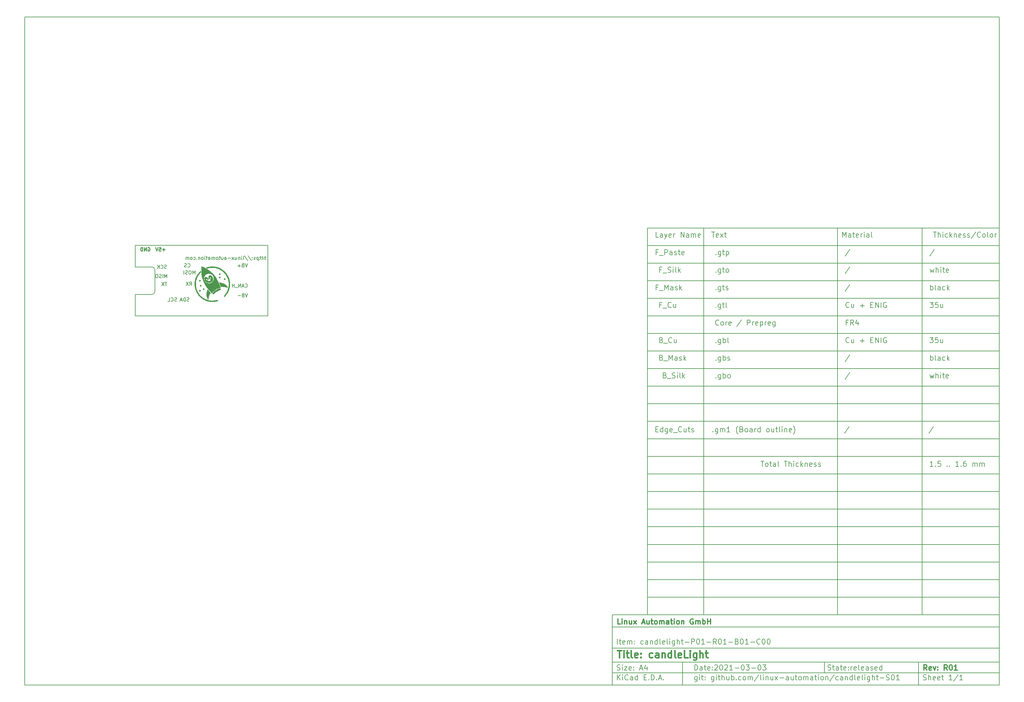
<source format=gbo>
%TF.GenerationSoftware,KiCad,Pcbnew,5.1.9-73d0e3b20d~88~ubuntu18.04.1*%
%TF.CreationDate,2021-03-09T14:04:25+01:00*%
%TF.ProjectId,candleLight,63616e64-6c65-44c6-9967-68742e6b6963,R01*%
%TF.SameCoordinates,Original*%
%TF.FileFunction,Legend,Bot*%
%TF.FilePolarity,Positive*%
%FSLAX46Y46*%
G04 Gerber Fmt 4.6, Leading zero omitted, Abs format (unit mm)*
G04 Created by KiCad (PCBNEW 5.1.9-73d0e3b20d~88~ubuntu18.04.1) date 2021-03-09 14:04:25*
%MOMM*%
%LPD*%
G01*
G04 APERTURE LIST*
%ADD10C,0.100000*%
%ADD11C,0.150000*%
%ADD12C,0.300000*%
%ADD13C,0.400000*%
%ADD14C,0.200000*%
%ADD15C,0.250000*%
%TA.AperFunction,Profile*%
%ADD16C,0.150000*%
%TD*%
%ADD17C,0.010000*%
G04 APERTURE END LIST*
D10*
D11*
X177002200Y-180007200D02*
X177002200Y-200007200D01*
X287002200Y-200007200D01*
X287002200Y-180007200D01*
X177002200Y-180007200D01*
D10*
D11*
X10000000Y-10000000D02*
X10000000Y-200007200D01*
X287002200Y-200007200D01*
X287002200Y-10000000D01*
X10000000Y-10000000D01*
D10*
D11*
X200434342Y-195785771D02*
X200434342Y-194285771D01*
X200791485Y-194285771D01*
X201005771Y-194357200D01*
X201148628Y-194500057D01*
X201220057Y-194642914D01*
X201291485Y-194928628D01*
X201291485Y-195142914D01*
X201220057Y-195428628D01*
X201148628Y-195571485D01*
X201005771Y-195714342D01*
X200791485Y-195785771D01*
X200434342Y-195785771D01*
X202577200Y-195785771D02*
X202577200Y-195000057D01*
X202505771Y-194857200D01*
X202362914Y-194785771D01*
X202077200Y-194785771D01*
X201934342Y-194857200D01*
X202577200Y-195714342D02*
X202434342Y-195785771D01*
X202077200Y-195785771D01*
X201934342Y-195714342D01*
X201862914Y-195571485D01*
X201862914Y-195428628D01*
X201934342Y-195285771D01*
X202077200Y-195214342D01*
X202434342Y-195214342D01*
X202577200Y-195142914D01*
X203077200Y-194785771D02*
X203648628Y-194785771D01*
X203291485Y-194285771D02*
X203291485Y-195571485D01*
X203362914Y-195714342D01*
X203505771Y-195785771D01*
X203648628Y-195785771D01*
X204720057Y-195714342D02*
X204577200Y-195785771D01*
X204291485Y-195785771D01*
X204148628Y-195714342D01*
X204077200Y-195571485D01*
X204077200Y-195000057D01*
X204148628Y-194857200D01*
X204291485Y-194785771D01*
X204577200Y-194785771D01*
X204720057Y-194857200D01*
X204791485Y-195000057D01*
X204791485Y-195142914D01*
X204077200Y-195285771D01*
X205434342Y-195642914D02*
X205505771Y-195714342D01*
X205434342Y-195785771D01*
X205362914Y-195714342D01*
X205434342Y-195642914D01*
X205434342Y-195785771D01*
X205434342Y-194857200D02*
X205505771Y-194928628D01*
X205434342Y-195000057D01*
X205362914Y-194928628D01*
X205434342Y-194857200D01*
X205434342Y-195000057D01*
X206077200Y-194428628D02*
X206148628Y-194357200D01*
X206291485Y-194285771D01*
X206648628Y-194285771D01*
X206791485Y-194357200D01*
X206862914Y-194428628D01*
X206934342Y-194571485D01*
X206934342Y-194714342D01*
X206862914Y-194928628D01*
X206005771Y-195785771D01*
X206934342Y-195785771D01*
X207862914Y-194285771D02*
X208005771Y-194285771D01*
X208148628Y-194357200D01*
X208220057Y-194428628D01*
X208291485Y-194571485D01*
X208362914Y-194857200D01*
X208362914Y-195214342D01*
X208291485Y-195500057D01*
X208220057Y-195642914D01*
X208148628Y-195714342D01*
X208005771Y-195785771D01*
X207862914Y-195785771D01*
X207720057Y-195714342D01*
X207648628Y-195642914D01*
X207577200Y-195500057D01*
X207505771Y-195214342D01*
X207505771Y-194857200D01*
X207577200Y-194571485D01*
X207648628Y-194428628D01*
X207720057Y-194357200D01*
X207862914Y-194285771D01*
X208934342Y-194428628D02*
X209005771Y-194357200D01*
X209148628Y-194285771D01*
X209505771Y-194285771D01*
X209648628Y-194357200D01*
X209720057Y-194428628D01*
X209791485Y-194571485D01*
X209791485Y-194714342D01*
X209720057Y-194928628D01*
X208862914Y-195785771D01*
X209791485Y-195785771D01*
X211220057Y-195785771D02*
X210362914Y-195785771D01*
X210791485Y-195785771D02*
X210791485Y-194285771D01*
X210648628Y-194500057D01*
X210505771Y-194642914D01*
X210362914Y-194714342D01*
X211862914Y-195214342D02*
X213005771Y-195214342D01*
X214005771Y-194285771D02*
X214148628Y-194285771D01*
X214291485Y-194357200D01*
X214362914Y-194428628D01*
X214434342Y-194571485D01*
X214505771Y-194857200D01*
X214505771Y-195214342D01*
X214434342Y-195500057D01*
X214362914Y-195642914D01*
X214291485Y-195714342D01*
X214148628Y-195785771D01*
X214005771Y-195785771D01*
X213862914Y-195714342D01*
X213791485Y-195642914D01*
X213720057Y-195500057D01*
X213648628Y-195214342D01*
X213648628Y-194857200D01*
X213720057Y-194571485D01*
X213791485Y-194428628D01*
X213862914Y-194357200D01*
X214005771Y-194285771D01*
X215005771Y-194285771D02*
X215934342Y-194285771D01*
X215434342Y-194857200D01*
X215648628Y-194857200D01*
X215791485Y-194928628D01*
X215862914Y-195000057D01*
X215934342Y-195142914D01*
X215934342Y-195500057D01*
X215862914Y-195642914D01*
X215791485Y-195714342D01*
X215648628Y-195785771D01*
X215220057Y-195785771D01*
X215077200Y-195714342D01*
X215005771Y-195642914D01*
X216577200Y-195214342D02*
X217720057Y-195214342D01*
X218720057Y-194285771D02*
X218862914Y-194285771D01*
X219005771Y-194357200D01*
X219077200Y-194428628D01*
X219148628Y-194571485D01*
X219220057Y-194857200D01*
X219220057Y-195214342D01*
X219148628Y-195500057D01*
X219077200Y-195642914D01*
X219005771Y-195714342D01*
X218862914Y-195785771D01*
X218720057Y-195785771D01*
X218577200Y-195714342D01*
X218505771Y-195642914D01*
X218434342Y-195500057D01*
X218362914Y-195214342D01*
X218362914Y-194857200D01*
X218434342Y-194571485D01*
X218505771Y-194428628D01*
X218577200Y-194357200D01*
X218720057Y-194285771D01*
X219720057Y-194285771D02*
X220648628Y-194285771D01*
X220148628Y-194857200D01*
X220362914Y-194857200D01*
X220505771Y-194928628D01*
X220577200Y-195000057D01*
X220648628Y-195142914D01*
X220648628Y-195500057D01*
X220577200Y-195642914D01*
X220505771Y-195714342D01*
X220362914Y-195785771D01*
X219934342Y-195785771D01*
X219791485Y-195714342D01*
X219720057Y-195642914D01*
D10*
D11*
X178434342Y-188385771D02*
X178434342Y-186885771D01*
X178934342Y-187385771D02*
X179505771Y-187385771D01*
X179148628Y-186885771D02*
X179148628Y-188171485D01*
X179220057Y-188314342D01*
X179362914Y-188385771D01*
X179505771Y-188385771D01*
X180577200Y-188314342D02*
X180434342Y-188385771D01*
X180148628Y-188385771D01*
X180005771Y-188314342D01*
X179934342Y-188171485D01*
X179934342Y-187600057D01*
X180005771Y-187457200D01*
X180148628Y-187385771D01*
X180434342Y-187385771D01*
X180577200Y-187457200D01*
X180648628Y-187600057D01*
X180648628Y-187742914D01*
X179934342Y-187885771D01*
X181291485Y-188385771D02*
X181291485Y-187385771D01*
X181291485Y-187528628D02*
X181362914Y-187457200D01*
X181505771Y-187385771D01*
X181720057Y-187385771D01*
X181862914Y-187457200D01*
X181934342Y-187600057D01*
X181934342Y-188385771D01*
X181934342Y-187600057D02*
X182005771Y-187457200D01*
X182148628Y-187385771D01*
X182362914Y-187385771D01*
X182505771Y-187457200D01*
X182577200Y-187600057D01*
X182577200Y-188385771D01*
X183291485Y-188242914D02*
X183362914Y-188314342D01*
X183291485Y-188385771D01*
X183220057Y-188314342D01*
X183291485Y-188242914D01*
X183291485Y-188385771D01*
X183291485Y-187457200D02*
X183362914Y-187528628D01*
X183291485Y-187600057D01*
X183220057Y-187528628D01*
X183291485Y-187457200D01*
X183291485Y-187600057D01*
X185791485Y-188314342D02*
X185648628Y-188385771D01*
X185362914Y-188385771D01*
X185220057Y-188314342D01*
X185148628Y-188242914D01*
X185077200Y-188100057D01*
X185077200Y-187671485D01*
X185148628Y-187528628D01*
X185220057Y-187457200D01*
X185362914Y-187385771D01*
X185648628Y-187385771D01*
X185791485Y-187457200D01*
X187077200Y-188385771D02*
X187077200Y-187600057D01*
X187005771Y-187457200D01*
X186862914Y-187385771D01*
X186577200Y-187385771D01*
X186434342Y-187457200D01*
X187077200Y-188314342D02*
X186934342Y-188385771D01*
X186577200Y-188385771D01*
X186434342Y-188314342D01*
X186362914Y-188171485D01*
X186362914Y-188028628D01*
X186434342Y-187885771D01*
X186577200Y-187814342D01*
X186934342Y-187814342D01*
X187077200Y-187742914D01*
X187791485Y-187385771D02*
X187791485Y-188385771D01*
X187791485Y-187528628D02*
X187862914Y-187457200D01*
X188005771Y-187385771D01*
X188220057Y-187385771D01*
X188362914Y-187457200D01*
X188434342Y-187600057D01*
X188434342Y-188385771D01*
X189791485Y-188385771D02*
X189791485Y-186885771D01*
X189791485Y-188314342D02*
X189648628Y-188385771D01*
X189362914Y-188385771D01*
X189220057Y-188314342D01*
X189148628Y-188242914D01*
X189077200Y-188100057D01*
X189077200Y-187671485D01*
X189148628Y-187528628D01*
X189220057Y-187457200D01*
X189362914Y-187385771D01*
X189648628Y-187385771D01*
X189791485Y-187457200D01*
X190720057Y-188385771D02*
X190577200Y-188314342D01*
X190505771Y-188171485D01*
X190505771Y-186885771D01*
X191862914Y-188314342D02*
X191720057Y-188385771D01*
X191434342Y-188385771D01*
X191291485Y-188314342D01*
X191220057Y-188171485D01*
X191220057Y-187600057D01*
X191291485Y-187457200D01*
X191434342Y-187385771D01*
X191720057Y-187385771D01*
X191862914Y-187457200D01*
X191934342Y-187600057D01*
X191934342Y-187742914D01*
X191220057Y-187885771D01*
X192791485Y-188385771D02*
X192648628Y-188314342D01*
X192577200Y-188171485D01*
X192577200Y-186885771D01*
X193362914Y-188385771D02*
X193362914Y-187385771D01*
X193362914Y-186885771D02*
X193291485Y-186957200D01*
X193362914Y-187028628D01*
X193434342Y-186957200D01*
X193362914Y-186885771D01*
X193362914Y-187028628D01*
X194720057Y-187385771D02*
X194720057Y-188600057D01*
X194648628Y-188742914D01*
X194577200Y-188814342D01*
X194434342Y-188885771D01*
X194220057Y-188885771D01*
X194077200Y-188814342D01*
X194720057Y-188314342D02*
X194577200Y-188385771D01*
X194291485Y-188385771D01*
X194148628Y-188314342D01*
X194077200Y-188242914D01*
X194005771Y-188100057D01*
X194005771Y-187671485D01*
X194077200Y-187528628D01*
X194148628Y-187457200D01*
X194291485Y-187385771D01*
X194577200Y-187385771D01*
X194720057Y-187457200D01*
X195434342Y-188385771D02*
X195434342Y-186885771D01*
X196077200Y-188385771D02*
X196077200Y-187600057D01*
X196005771Y-187457200D01*
X195862914Y-187385771D01*
X195648628Y-187385771D01*
X195505771Y-187457200D01*
X195434342Y-187528628D01*
X196577200Y-187385771D02*
X197148628Y-187385771D01*
X196791485Y-186885771D02*
X196791485Y-188171485D01*
X196862914Y-188314342D01*
X197005771Y-188385771D01*
X197148628Y-188385771D01*
X197648628Y-187814342D02*
X198791485Y-187814342D01*
X199505771Y-188385771D02*
X199505771Y-186885771D01*
X200077200Y-186885771D01*
X200220057Y-186957200D01*
X200291485Y-187028628D01*
X200362914Y-187171485D01*
X200362914Y-187385771D01*
X200291485Y-187528628D01*
X200220057Y-187600057D01*
X200077200Y-187671485D01*
X199505771Y-187671485D01*
X201291485Y-186885771D02*
X201434342Y-186885771D01*
X201577200Y-186957200D01*
X201648628Y-187028628D01*
X201720057Y-187171485D01*
X201791485Y-187457200D01*
X201791485Y-187814342D01*
X201720057Y-188100057D01*
X201648628Y-188242914D01*
X201577200Y-188314342D01*
X201434342Y-188385771D01*
X201291485Y-188385771D01*
X201148628Y-188314342D01*
X201077200Y-188242914D01*
X201005771Y-188100057D01*
X200934342Y-187814342D01*
X200934342Y-187457200D01*
X201005771Y-187171485D01*
X201077200Y-187028628D01*
X201148628Y-186957200D01*
X201291485Y-186885771D01*
X203220057Y-188385771D02*
X202362914Y-188385771D01*
X202791485Y-188385771D02*
X202791485Y-186885771D01*
X202648628Y-187100057D01*
X202505771Y-187242914D01*
X202362914Y-187314342D01*
X203862914Y-187814342D02*
X205005771Y-187814342D01*
X206577200Y-188385771D02*
X206077200Y-187671485D01*
X205720057Y-188385771D02*
X205720057Y-186885771D01*
X206291485Y-186885771D01*
X206434342Y-186957200D01*
X206505771Y-187028628D01*
X206577200Y-187171485D01*
X206577200Y-187385771D01*
X206505771Y-187528628D01*
X206434342Y-187600057D01*
X206291485Y-187671485D01*
X205720057Y-187671485D01*
X207505771Y-186885771D02*
X207648628Y-186885771D01*
X207791485Y-186957200D01*
X207862914Y-187028628D01*
X207934342Y-187171485D01*
X208005771Y-187457200D01*
X208005771Y-187814342D01*
X207934342Y-188100057D01*
X207862914Y-188242914D01*
X207791485Y-188314342D01*
X207648628Y-188385771D01*
X207505771Y-188385771D01*
X207362914Y-188314342D01*
X207291485Y-188242914D01*
X207220057Y-188100057D01*
X207148628Y-187814342D01*
X207148628Y-187457200D01*
X207220057Y-187171485D01*
X207291485Y-187028628D01*
X207362914Y-186957200D01*
X207505771Y-186885771D01*
X209434342Y-188385771D02*
X208577200Y-188385771D01*
X209005771Y-188385771D02*
X209005771Y-186885771D01*
X208862914Y-187100057D01*
X208720057Y-187242914D01*
X208577200Y-187314342D01*
X210077200Y-187814342D02*
X211220057Y-187814342D01*
X212434342Y-187600057D02*
X212648628Y-187671485D01*
X212720057Y-187742914D01*
X212791485Y-187885771D01*
X212791485Y-188100057D01*
X212720057Y-188242914D01*
X212648628Y-188314342D01*
X212505771Y-188385771D01*
X211934342Y-188385771D01*
X211934342Y-186885771D01*
X212434342Y-186885771D01*
X212577200Y-186957200D01*
X212648628Y-187028628D01*
X212720057Y-187171485D01*
X212720057Y-187314342D01*
X212648628Y-187457200D01*
X212577200Y-187528628D01*
X212434342Y-187600057D01*
X211934342Y-187600057D01*
X213720057Y-186885771D02*
X213862914Y-186885771D01*
X214005771Y-186957200D01*
X214077200Y-187028628D01*
X214148628Y-187171485D01*
X214220057Y-187457200D01*
X214220057Y-187814342D01*
X214148628Y-188100057D01*
X214077200Y-188242914D01*
X214005771Y-188314342D01*
X213862914Y-188385771D01*
X213720057Y-188385771D01*
X213577200Y-188314342D01*
X213505771Y-188242914D01*
X213434342Y-188100057D01*
X213362914Y-187814342D01*
X213362914Y-187457200D01*
X213434342Y-187171485D01*
X213505771Y-187028628D01*
X213577200Y-186957200D01*
X213720057Y-186885771D01*
X215648628Y-188385771D02*
X214791485Y-188385771D01*
X215220057Y-188385771D02*
X215220057Y-186885771D01*
X215077200Y-187100057D01*
X214934342Y-187242914D01*
X214791485Y-187314342D01*
X216291485Y-187814342D02*
X217434342Y-187814342D01*
X219005771Y-188242914D02*
X218934342Y-188314342D01*
X218720057Y-188385771D01*
X218577200Y-188385771D01*
X218362914Y-188314342D01*
X218220057Y-188171485D01*
X218148628Y-188028628D01*
X218077200Y-187742914D01*
X218077200Y-187528628D01*
X218148628Y-187242914D01*
X218220057Y-187100057D01*
X218362914Y-186957200D01*
X218577200Y-186885771D01*
X218720057Y-186885771D01*
X218934342Y-186957200D01*
X219005771Y-187028628D01*
X219934342Y-186885771D02*
X220077200Y-186885771D01*
X220220057Y-186957200D01*
X220291485Y-187028628D01*
X220362914Y-187171485D01*
X220434342Y-187457200D01*
X220434342Y-187814342D01*
X220362914Y-188100057D01*
X220291485Y-188242914D01*
X220220057Y-188314342D01*
X220077200Y-188385771D01*
X219934342Y-188385771D01*
X219791485Y-188314342D01*
X219720057Y-188242914D01*
X219648628Y-188100057D01*
X219577200Y-187814342D01*
X219577200Y-187457200D01*
X219648628Y-187171485D01*
X219720057Y-187028628D01*
X219791485Y-186957200D01*
X219934342Y-186885771D01*
X221362914Y-186885771D02*
X221505771Y-186885771D01*
X221648628Y-186957200D01*
X221720057Y-187028628D01*
X221791485Y-187171485D01*
X221862914Y-187457200D01*
X221862914Y-187814342D01*
X221791485Y-188100057D01*
X221720057Y-188242914D01*
X221648628Y-188314342D01*
X221505771Y-188385771D01*
X221362914Y-188385771D01*
X221220057Y-188314342D01*
X221148628Y-188242914D01*
X221077200Y-188100057D01*
X221005771Y-187814342D01*
X221005771Y-187457200D01*
X221077200Y-187171485D01*
X221148628Y-187028628D01*
X221220057Y-186957200D01*
X221362914Y-186885771D01*
D10*
D11*
X177002200Y-196507200D02*
X287002200Y-196507200D01*
D10*
D11*
X178434342Y-198585771D02*
X178434342Y-197085771D01*
X179291485Y-198585771D02*
X178648628Y-197728628D01*
X179291485Y-197085771D02*
X178434342Y-197942914D01*
X179934342Y-198585771D02*
X179934342Y-197585771D01*
X179934342Y-197085771D02*
X179862914Y-197157200D01*
X179934342Y-197228628D01*
X180005771Y-197157200D01*
X179934342Y-197085771D01*
X179934342Y-197228628D01*
X181505771Y-198442914D02*
X181434342Y-198514342D01*
X181220057Y-198585771D01*
X181077200Y-198585771D01*
X180862914Y-198514342D01*
X180720057Y-198371485D01*
X180648628Y-198228628D01*
X180577200Y-197942914D01*
X180577200Y-197728628D01*
X180648628Y-197442914D01*
X180720057Y-197300057D01*
X180862914Y-197157200D01*
X181077200Y-197085771D01*
X181220057Y-197085771D01*
X181434342Y-197157200D01*
X181505771Y-197228628D01*
X182791485Y-198585771D02*
X182791485Y-197800057D01*
X182720057Y-197657200D01*
X182577200Y-197585771D01*
X182291485Y-197585771D01*
X182148628Y-197657200D01*
X182791485Y-198514342D02*
X182648628Y-198585771D01*
X182291485Y-198585771D01*
X182148628Y-198514342D01*
X182077200Y-198371485D01*
X182077200Y-198228628D01*
X182148628Y-198085771D01*
X182291485Y-198014342D01*
X182648628Y-198014342D01*
X182791485Y-197942914D01*
X184148628Y-198585771D02*
X184148628Y-197085771D01*
X184148628Y-198514342D02*
X184005771Y-198585771D01*
X183720057Y-198585771D01*
X183577200Y-198514342D01*
X183505771Y-198442914D01*
X183434342Y-198300057D01*
X183434342Y-197871485D01*
X183505771Y-197728628D01*
X183577200Y-197657200D01*
X183720057Y-197585771D01*
X184005771Y-197585771D01*
X184148628Y-197657200D01*
X186005771Y-197800057D02*
X186505771Y-197800057D01*
X186720057Y-198585771D02*
X186005771Y-198585771D01*
X186005771Y-197085771D01*
X186720057Y-197085771D01*
X187362914Y-198442914D02*
X187434342Y-198514342D01*
X187362914Y-198585771D01*
X187291485Y-198514342D01*
X187362914Y-198442914D01*
X187362914Y-198585771D01*
X188077200Y-198585771D02*
X188077200Y-197085771D01*
X188434342Y-197085771D01*
X188648628Y-197157200D01*
X188791485Y-197300057D01*
X188862914Y-197442914D01*
X188934342Y-197728628D01*
X188934342Y-197942914D01*
X188862914Y-198228628D01*
X188791485Y-198371485D01*
X188648628Y-198514342D01*
X188434342Y-198585771D01*
X188077200Y-198585771D01*
X189577200Y-198442914D02*
X189648628Y-198514342D01*
X189577200Y-198585771D01*
X189505771Y-198514342D01*
X189577200Y-198442914D01*
X189577200Y-198585771D01*
X190220057Y-198157200D02*
X190934342Y-198157200D01*
X190077200Y-198585771D02*
X190577200Y-197085771D01*
X191077200Y-198585771D01*
X191577200Y-198442914D02*
X191648628Y-198514342D01*
X191577200Y-198585771D01*
X191505771Y-198514342D01*
X191577200Y-198442914D01*
X191577200Y-198585771D01*
D10*
D11*
X177002200Y-193507200D02*
X287002200Y-193507200D01*
D10*
D12*
X266411485Y-195785771D02*
X265911485Y-195071485D01*
X265554342Y-195785771D02*
X265554342Y-194285771D01*
X266125771Y-194285771D01*
X266268628Y-194357200D01*
X266340057Y-194428628D01*
X266411485Y-194571485D01*
X266411485Y-194785771D01*
X266340057Y-194928628D01*
X266268628Y-195000057D01*
X266125771Y-195071485D01*
X265554342Y-195071485D01*
X267625771Y-195714342D02*
X267482914Y-195785771D01*
X267197200Y-195785771D01*
X267054342Y-195714342D01*
X266982914Y-195571485D01*
X266982914Y-195000057D01*
X267054342Y-194857200D01*
X267197200Y-194785771D01*
X267482914Y-194785771D01*
X267625771Y-194857200D01*
X267697200Y-195000057D01*
X267697200Y-195142914D01*
X266982914Y-195285771D01*
X268197200Y-194785771D02*
X268554342Y-195785771D01*
X268911485Y-194785771D01*
X269482914Y-195642914D02*
X269554342Y-195714342D01*
X269482914Y-195785771D01*
X269411485Y-195714342D01*
X269482914Y-195642914D01*
X269482914Y-195785771D01*
X269482914Y-194857200D02*
X269554342Y-194928628D01*
X269482914Y-195000057D01*
X269411485Y-194928628D01*
X269482914Y-194857200D01*
X269482914Y-195000057D01*
X272197200Y-195785771D02*
X271697200Y-195071485D01*
X271340057Y-195785771D02*
X271340057Y-194285771D01*
X271911485Y-194285771D01*
X272054342Y-194357200D01*
X272125771Y-194428628D01*
X272197200Y-194571485D01*
X272197200Y-194785771D01*
X272125771Y-194928628D01*
X272054342Y-195000057D01*
X271911485Y-195071485D01*
X271340057Y-195071485D01*
X273125771Y-194285771D02*
X273268628Y-194285771D01*
X273411485Y-194357200D01*
X273482914Y-194428628D01*
X273554342Y-194571485D01*
X273625771Y-194857200D01*
X273625771Y-195214342D01*
X273554342Y-195500057D01*
X273482914Y-195642914D01*
X273411485Y-195714342D01*
X273268628Y-195785771D01*
X273125771Y-195785771D01*
X272982914Y-195714342D01*
X272911485Y-195642914D01*
X272840057Y-195500057D01*
X272768628Y-195214342D01*
X272768628Y-194857200D01*
X272840057Y-194571485D01*
X272911485Y-194428628D01*
X272982914Y-194357200D01*
X273125771Y-194285771D01*
X275054342Y-195785771D02*
X274197200Y-195785771D01*
X274625771Y-195785771D02*
X274625771Y-194285771D01*
X274482914Y-194500057D01*
X274340057Y-194642914D01*
X274197200Y-194714342D01*
D10*
D11*
X178362914Y-195714342D02*
X178577200Y-195785771D01*
X178934342Y-195785771D01*
X179077200Y-195714342D01*
X179148628Y-195642914D01*
X179220057Y-195500057D01*
X179220057Y-195357200D01*
X179148628Y-195214342D01*
X179077200Y-195142914D01*
X178934342Y-195071485D01*
X178648628Y-195000057D01*
X178505771Y-194928628D01*
X178434342Y-194857200D01*
X178362914Y-194714342D01*
X178362914Y-194571485D01*
X178434342Y-194428628D01*
X178505771Y-194357200D01*
X178648628Y-194285771D01*
X179005771Y-194285771D01*
X179220057Y-194357200D01*
X179862914Y-195785771D02*
X179862914Y-194785771D01*
X179862914Y-194285771D02*
X179791485Y-194357200D01*
X179862914Y-194428628D01*
X179934342Y-194357200D01*
X179862914Y-194285771D01*
X179862914Y-194428628D01*
X180434342Y-194785771D02*
X181220057Y-194785771D01*
X180434342Y-195785771D01*
X181220057Y-195785771D01*
X182362914Y-195714342D02*
X182220057Y-195785771D01*
X181934342Y-195785771D01*
X181791485Y-195714342D01*
X181720057Y-195571485D01*
X181720057Y-195000057D01*
X181791485Y-194857200D01*
X181934342Y-194785771D01*
X182220057Y-194785771D01*
X182362914Y-194857200D01*
X182434342Y-195000057D01*
X182434342Y-195142914D01*
X181720057Y-195285771D01*
X183077200Y-195642914D02*
X183148628Y-195714342D01*
X183077200Y-195785771D01*
X183005771Y-195714342D01*
X183077200Y-195642914D01*
X183077200Y-195785771D01*
X183077200Y-194857200D02*
X183148628Y-194928628D01*
X183077200Y-195000057D01*
X183005771Y-194928628D01*
X183077200Y-194857200D01*
X183077200Y-195000057D01*
X184862914Y-195357200D02*
X185577200Y-195357200D01*
X184720057Y-195785771D02*
X185220057Y-194285771D01*
X185720057Y-195785771D01*
X186862914Y-194785771D02*
X186862914Y-195785771D01*
X186505771Y-194214342D02*
X186148628Y-195285771D01*
X187077200Y-195285771D01*
D10*
D11*
X265362914Y-198514342D02*
X265577200Y-198585771D01*
X265934342Y-198585771D01*
X266077200Y-198514342D01*
X266148628Y-198442914D01*
X266220057Y-198300057D01*
X266220057Y-198157200D01*
X266148628Y-198014342D01*
X266077200Y-197942914D01*
X265934342Y-197871485D01*
X265648628Y-197800057D01*
X265505771Y-197728628D01*
X265434342Y-197657200D01*
X265362914Y-197514342D01*
X265362914Y-197371485D01*
X265434342Y-197228628D01*
X265505771Y-197157200D01*
X265648628Y-197085771D01*
X266005771Y-197085771D01*
X266220057Y-197157200D01*
X266862914Y-198585771D02*
X266862914Y-197085771D01*
X267505771Y-198585771D02*
X267505771Y-197800057D01*
X267434342Y-197657200D01*
X267291485Y-197585771D01*
X267077200Y-197585771D01*
X266934342Y-197657200D01*
X266862914Y-197728628D01*
X268791485Y-198514342D02*
X268648628Y-198585771D01*
X268362914Y-198585771D01*
X268220057Y-198514342D01*
X268148628Y-198371485D01*
X268148628Y-197800057D01*
X268220057Y-197657200D01*
X268362914Y-197585771D01*
X268648628Y-197585771D01*
X268791485Y-197657200D01*
X268862914Y-197800057D01*
X268862914Y-197942914D01*
X268148628Y-198085771D01*
X270077200Y-198514342D02*
X269934342Y-198585771D01*
X269648628Y-198585771D01*
X269505771Y-198514342D01*
X269434342Y-198371485D01*
X269434342Y-197800057D01*
X269505771Y-197657200D01*
X269648628Y-197585771D01*
X269934342Y-197585771D01*
X270077200Y-197657200D01*
X270148628Y-197800057D01*
X270148628Y-197942914D01*
X269434342Y-198085771D01*
X270577200Y-197585771D02*
X271148628Y-197585771D01*
X270791485Y-197085771D02*
X270791485Y-198371485D01*
X270862914Y-198514342D01*
X271005771Y-198585771D01*
X271148628Y-198585771D01*
X273577200Y-198585771D02*
X272720057Y-198585771D01*
X273148628Y-198585771D02*
X273148628Y-197085771D01*
X273005771Y-197300057D01*
X272862914Y-197442914D01*
X272720057Y-197514342D01*
X275291485Y-197014342D02*
X274005771Y-198942914D01*
X276577200Y-198585771D02*
X275720057Y-198585771D01*
X276148628Y-198585771D02*
X276148628Y-197085771D01*
X276005771Y-197300057D01*
X275862914Y-197442914D01*
X275720057Y-197514342D01*
D10*
D11*
X177002200Y-189507200D02*
X287002200Y-189507200D01*
D10*
D13*
X178452676Y-190211961D02*
X179595533Y-190211961D01*
X179024104Y-192211961D02*
X179024104Y-190211961D01*
X180262200Y-192211961D02*
X180262200Y-190878628D01*
X180262200Y-190211961D02*
X180166961Y-190307200D01*
X180262200Y-190402438D01*
X180357438Y-190307200D01*
X180262200Y-190211961D01*
X180262200Y-190402438D01*
X180928866Y-190878628D02*
X181690771Y-190878628D01*
X181214580Y-190211961D02*
X181214580Y-191926247D01*
X181309819Y-192116723D01*
X181500295Y-192211961D01*
X181690771Y-192211961D01*
X182643152Y-192211961D02*
X182452676Y-192116723D01*
X182357438Y-191926247D01*
X182357438Y-190211961D01*
X184166961Y-192116723D02*
X183976485Y-192211961D01*
X183595533Y-192211961D01*
X183405057Y-192116723D01*
X183309819Y-191926247D01*
X183309819Y-191164342D01*
X183405057Y-190973866D01*
X183595533Y-190878628D01*
X183976485Y-190878628D01*
X184166961Y-190973866D01*
X184262200Y-191164342D01*
X184262200Y-191354819D01*
X183309819Y-191545295D01*
X185119342Y-192021485D02*
X185214580Y-192116723D01*
X185119342Y-192211961D01*
X185024104Y-192116723D01*
X185119342Y-192021485D01*
X185119342Y-192211961D01*
X185119342Y-190973866D02*
X185214580Y-191069104D01*
X185119342Y-191164342D01*
X185024104Y-191069104D01*
X185119342Y-190973866D01*
X185119342Y-191164342D01*
X188452676Y-192116723D02*
X188262200Y-192211961D01*
X187881247Y-192211961D01*
X187690771Y-192116723D01*
X187595533Y-192021485D01*
X187500295Y-191831009D01*
X187500295Y-191259580D01*
X187595533Y-191069104D01*
X187690771Y-190973866D01*
X187881247Y-190878628D01*
X188262200Y-190878628D01*
X188452676Y-190973866D01*
X190166961Y-192211961D02*
X190166961Y-191164342D01*
X190071723Y-190973866D01*
X189881247Y-190878628D01*
X189500295Y-190878628D01*
X189309819Y-190973866D01*
X190166961Y-192116723D02*
X189976485Y-192211961D01*
X189500295Y-192211961D01*
X189309819Y-192116723D01*
X189214580Y-191926247D01*
X189214580Y-191735771D01*
X189309819Y-191545295D01*
X189500295Y-191450057D01*
X189976485Y-191450057D01*
X190166961Y-191354819D01*
X191119342Y-190878628D02*
X191119342Y-192211961D01*
X191119342Y-191069104D02*
X191214580Y-190973866D01*
X191405057Y-190878628D01*
X191690771Y-190878628D01*
X191881247Y-190973866D01*
X191976485Y-191164342D01*
X191976485Y-192211961D01*
X193786009Y-192211961D02*
X193786009Y-190211961D01*
X193786009Y-192116723D02*
X193595533Y-192211961D01*
X193214580Y-192211961D01*
X193024104Y-192116723D01*
X192928866Y-192021485D01*
X192833628Y-191831009D01*
X192833628Y-191259580D01*
X192928866Y-191069104D01*
X193024104Y-190973866D01*
X193214580Y-190878628D01*
X193595533Y-190878628D01*
X193786009Y-190973866D01*
X195024104Y-192211961D02*
X194833628Y-192116723D01*
X194738390Y-191926247D01*
X194738390Y-190211961D01*
X196547914Y-192116723D02*
X196357438Y-192211961D01*
X195976485Y-192211961D01*
X195786009Y-192116723D01*
X195690771Y-191926247D01*
X195690771Y-191164342D01*
X195786009Y-190973866D01*
X195976485Y-190878628D01*
X196357438Y-190878628D01*
X196547914Y-190973866D01*
X196643152Y-191164342D01*
X196643152Y-191354819D01*
X195690771Y-191545295D01*
X198452676Y-192211961D02*
X197500295Y-192211961D01*
X197500295Y-190211961D01*
X199119342Y-192211961D02*
X199119342Y-190878628D01*
X199119342Y-190211961D02*
X199024104Y-190307200D01*
X199119342Y-190402438D01*
X199214580Y-190307200D01*
X199119342Y-190211961D01*
X199119342Y-190402438D01*
X200928866Y-190878628D02*
X200928866Y-192497676D01*
X200833628Y-192688152D01*
X200738390Y-192783390D01*
X200547914Y-192878628D01*
X200262200Y-192878628D01*
X200071723Y-192783390D01*
X200928866Y-192116723D02*
X200738390Y-192211961D01*
X200357438Y-192211961D01*
X200166961Y-192116723D01*
X200071723Y-192021485D01*
X199976485Y-191831009D01*
X199976485Y-191259580D01*
X200071723Y-191069104D01*
X200166961Y-190973866D01*
X200357438Y-190878628D01*
X200738390Y-190878628D01*
X200928866Y-190973866D01*
X201881247Y-192211961D02*
X201881247Y-190211961D01*
X202738390Y-192211961D02*
X202738390Y-191164342D01*
X202643152Y-190973866D01*
X202452676Y-190878628D01*
X202166961Y-190878628D01*
X201976485Y-190973866D01*
X201881247Y-191069104D01*
X203405057Y-190878628D02*
X204166961Y-190878628D01*
X203690771Y-190211961D02*
X203690771Y-191926247D01*
X203786009Y-192116723D01*
X203976485Y-192211961D01*
X204166961Y-192211961D01*
D10*
D11*
X177002200Y-183507200D02*
X287002200Y-183507200D01*
D10*
D12*
X179268628Y-182685771D02*
X178554342Y-182685771D01*
X178554342Y-181185771D01*
X179768628Y-182685771D02*
X179768628Y-181685771D01*
X179768628Y-181185771D02*
X179697200Y-181257200D01*
X179768628Y-181328628D01*
X179840057Y-181257200D01*
X179768628Y-181185771D01*
X179768628Y-181328628D01*
X180482914Y-181685771D02*
X180482914Y-182685771D01*
X180482914Y-181828628D02*
X180554342Y-181757200D01*
X180697200Y-181685771D01*
X180911485Y-181685771D01*
X181054342Y-181757200D01*
X181125771Y-181900057D01*
X181125771Y-182685771D01*
X182482914Y-181685771D02*
X182482914Y-182685771D01*
X181840057Y-181685771D02*
X181840057Y-182471485D01*
X181911485Y-182614342D01*
X182054342Y-182685771D01*
X182268628Y-182685771D01*
X182411485Y-182614342D01*
X182482914Y-182542914D01*
X183054342Y-182685771D02*
X183840057Y-181685771D01*
X183054342Y-181685771D02*
X183840057Y-182685771D01*
X185482914Y-182257200D02*
X186197200Y-182257200D01*
X185340057Y-182685771D02*
X185840057Y-181185771D01*
X186340057Y-182685771D01*
X187482914Y-181685771D02*
X187482914Y-182685771D01*
X186840057Y-181685771D02*
X186840057Y-182471485D01*
X186911485Y-182614342D01*
X187054342Y-182685771D01*
X187268628Y-182685771D01*
X187411485Y-182614342D01*
X187482914Y-182542914D01*
X187982914Y-181685771D02*
X188554342Y-181685771D01*
X188197200Y-181185771D02*
X188197200Y-182471485D01*
X188268628Y-182614342D01*
X188411485Y-182685771D01*
X188554342Y-182685771D01*
X189268628Y-182685771D02*
X189125771Y-182614342D01*
X189054342Y-182542914D01*
X188982914Y-182400057D01*
X188982914Y-181971485D01*
X189054342Y-181828628D01*
X189125771Y-181757200D01*
X189268628Y-181685771D01*
X189482914Y-181685771D01*
X189625771Y-181757200D01*
X189697200Y-181828628D01*
X189768628Y-181971485D01*
X189768628Y-182400057D01*
X189697200Y-182542914D01*
X189625771Y-182614342D01*
X189482914Y-182685771D01*
X189268628Y-182685771D01*
X190411485Y-182685771D02*
X190411485Y-181685771D01*
X190411485Y-181828628D02*
X190482914Y-181757200D01*
X190625771Y-181685771D01*
X190840057Y-181685771D01*
X190982914Y-181757200D01*
X191054342Y-181900057D01*
X191054342Y-182685771D01*
X191054342Y-181900057D02*
X191125771Y-181757200D01*
X191268628Y-181685771D01*
X191482914Y-181685771D01*
X191625771Y-181757200D01*
X191697200Y-181900057D01*
X191697200Y-182685771D01*
X193054342Y-182685771D02*
X193054342Y-181900057D01*
X192982914Y-181757200D01*
X192840057Y-181685771D01*
X192554342Y-181685771D01*
X192411485Y-181757200D01*
X193054342Y-182614342D02*
X192911485Y-182685771D01*
X192554342Y-182685771D01*
X192411485Y-182614342D01*
X192340057Y-182471485D01*
X192340057Y-182328628D01*
X192411485Y-182185771D01*
X192554342Y-182114342D01*
X192911485Y-182114342D01*
X193054342Y-182042914D01*
X193554342Y-181685771D02*
X194125771Y-181685771D01*
X193768628Y-181185771D02*
X193768628Y-182471485D01*
X193840057Y-182614342D01*
X193982914Y-182685771D01*
X194125771Y-182685771D01*
X194625771Y-182685771D02*
X194625771Y-181685771D01*
X194625771Y-181185771D02*
X194554342Y-181257200D01*
X194625771Y-181328628D01*
X194697200Y-181257200D01*
X194625771Y-181185771D01*
X194625771Y-181328628D01*
X195554342Y-182685771D02*
X195411485Y-182614342D01*
X195340057Y-182542914D01*
X195268628Y-182400057D01*
X195268628Y-181971485D01*
X195340057Y-181828628D01*
X195411485Y-181757200D01*
X195554342Y-181685771D01*
X195768628Y-181685771D01*
X195911485Y-181757200D01*
X195982914Y-181828628D01*
X196054342Y-181971485D01*
X196054342Y-182400057D01*
X195982914Y-182542914D01*
X195911485Y-182614342D01*
X195768628Y-182685771D01*
X195554342Y-182685771D01*
X196697200Y-181685771D02*
X196697200Y-182685771D01*
X196697200Y-181828628D02*
X196768628Y-181757200D01*
X196911485Y-181685771D01*
X197125771Y-181685771D01*
X197268628Y-181757200D01*
X197340057Y-181900057D01*
X197340057Y-182685771D01*
X199982914Y-181257200D02*
X199840057Y-181185771D01*
X199625771Y-181185771D01*
X199411485Y-181257200D01*
X199268628Y-181400057D01*
X199197200Y-181542914D01*
X199125771Y-181828628D01*
X199125771Y-182042914D01*
X199197200Y-182328628D01*
X199268628Y-182471485D01*
X199411485Y-182614342D01*
X199625771Y-182685771D01*
X199768628Y-182685771D01*
X199982914Y-182614342D01*
X200054342Y-182542914D01*
X200054342Y-182042914D01*
X199768628Y-182042914D01*
X200697200Y-182685771D02*
X200697200Y-181685771D01*
X200697200Y-181828628D02*
X200768628Y-181757200D01*
X200911485Y-181685771D01*
X201125771Y-181685771D01*
X201268628Y-181757200D01*
X201340057Y-181900057D01*
X201340057Y-182685771D01*
X201340057Y-181900057D02*
X201411485Y-181757200D01*
X201554342Y-181685771D01*
X201768628Y-181685771D01*
X201911485Y-181757200D01*
X201982914Y-181900057D01*
X201982914Y-182685771D01*
X202697200Y-182685771D02*
X202697200Y-181185771D01*
X202697200Y-181757200D02*
X202840057Y-181685771D01*
X203125771Y-181685771D01*
X203268628Y-181757200D01*
X203340057Y-181828628D01*
X203411485Y-181971485D01*
X203411485Y-182400057D01*
X203340057Y-182542914D01*
X203268628Y-182614342D01*
X203125771Y-182685771D01*
X202840057Y-182685771D01*
X202697200Y-182614342D01*
X204054342Y-182685771D02*
X204054342Y-181185771D01*
X204054342Y-181900057D02*
X204911485Y-181900057D01*
X204911485Y-182685771D02*
X204911485Y-181185771D01*
D10*
D11*
X201077200Y-197585771D02*
X201077200Y-198800057D01*
X201005771Y-198942914D01*
X200934342Y-199014342D01*
X200791485Y-199085771D01*
X200577200Y-199085771D01*
X200434342Y-199014342D01*
X201077200Y-198514342D02*
X200934342Y-198585771D01*
X200648628Y-198585771D01*
X200505771Y-198514342D01*
X200434342Y-198442914D01*
X200362914Y-198300057D01*
X200362914Y-197871485D01*
X200434342Y-197728628D01*
X200505771Y-197657200D01*
X200648628Y-197585771D01*
X200934342Y-197585771D01*
X201077200Y-197657200D01*
X201791485Y-198585771D02*
X201791485Y-197585771D01*
X201791485Y-197085771D02*
X201720057Y-197157200D01*
X201791485Y-197228628D01*
X201862914Y-197157200D01*
X201791485Y-197085771D01*
X201791485Y-197228628D01*
X202291485Y-197585771D02*
X202862914Y-197585771D01*
X202505771Y-197085771D02*
X202505771Y-198371485D01*
X202577200Y-198514342D01*
X202720057Y-198585771D01*
X202862914Y-198585771D01*
X203362914Y-198442914D02*
X203434342Y-198514342D01*
X203362914Y-198585771D01*
X203291485Y-198514342D01*
X203362914Y-198442914D01*
X203362914Y-198585771D01*
X203362914Y-197657200D02*
X203434342Y-197728628D01*
X203362914Y-197800057D01*
X203291485Y-197728628D01*
X203362914Y-197657200D01*
X203362914Y-197800057D01*
X205862914Y-197585771D02*
X205862914Y-198800057D01*
X205791485Y-198942914D01*
X205720057Y-199014342D01*
X205577200Y-199085771D01*
X205362914Y-199085771D01*
X205220057Y-199014342D01*
X205862914Y-198514342D02*
X205720057Y-198585771D01*
X205434342Y-198585771D01*
X205291485Y-198514342D01*
X205220057Y-198442914D01*
X205148628Y-198300057D01*
X205148628Y-197871485D01*
X205220057Y-197728628D01*
X205291485Y-197657200D01*
X205434342Y-197585771D01*
X205720057Y-197585771D01*
X205862914Y-197657200D01*
X206577200Y-198585771D02*
X206577200Y-197585771D01*
X206577200Y-197085771D02*
X206505771Y-197157200D01*
X206577200Y-197228628D01*
X206648628Y-197157200D01*
X206577200Y-197085771D01*
X206577200Y-197228628D01*
X207077200Y-197585771D02*
X207648628Y-197585771D01*
X207291485Y-197085771D02*
X207291485Y-198371485D01*
X207362914Y-198514342D01*
X207505771Y-198585771D01*
X207648628Y-198585771D01*
X208148628Y-198585771D02*
X208148628Y-197085771D01*
X208791485Y-198585771D02*
X208791485Y-197800057D01*
X208720057Y-197657200D01*
X208577200Y-197585771D01*
X208362914Y-197585771D01*
X208220057Y-197657200D01*
X208148628Y-197728628D01*
X210148628Y-197585771D02*
X210148628Y-198585771D01*
X209505771Y-197585771D02*
X209505771Y-198371485D01*
X209577200Y-198514342D01*
X209720057Y-198585771D01*
X209934342Y-198585771D01*
X210077200Y-198514342D01*
X210148628Y-198442914D01*
X210862914Y-198585771D02*
X210862914Y-197085771D01*
X210862914Y-197657200D02*
X211005771Y-197585771D01*
X211291485Y-197585771D01*
X211434342Y-197657200D01*
X211505771Y-197728628D01*
X211577200Y-197871485D01*
X211577200Y-198300057D01*
X211505771Y-198442914D01*
X211434342Y-198514342D01*
X211291485Y-198585771D01*
X211005771Y-198585771D01*
X210862914Y-198514342D01*
X212220057Y-198442914D02*
X212291485Y-198514342D01*
X212220057Y-198585771D01*
X212148628Y-198514342D01*
X212220057Y-198442914D01*
X212220057Y-198585771D01*
X213577200Y-198514342D02*
X213434342Y-198585771D01*
X213148628Y-198585771D01*
X213005771Y-198514342D01*
X212934342Y-198442914D01*
X212862914Y-198300057D01*
X212862914Y-197871485D01*
X212934342Y-197728628D01*
X213005771Y-197657200D01*
X213148628Y-197585771D01*
X213434342Y-197585771D01*
X213577200Y-197657200D01*
X214434342Y-198585771D02*
X214291485Y-198514342D01*
X214220057Y-198442914D01*
X214148628Y-198300057D01*
X214148628Y-197871485D01*
X214220057Y-197728628D01*
X214291485Y-197657200D01*
X214434342Y-197585771D01*
X214648628Y-197585771D01*
X214791485Y-197657200D01*
X214862914Y-197728628D01*
X214934342Y-197871485D01*
X214934342Y-198300057D01*
X214862914Y-198442914D01*
X214791485Y-198514342D01*
X214648628Y-198585771D01*
X214434342Y-198585771D01*
X215577200Y-198585771D02*
X215577200Y-197585771D01*
X215577200Y-197728628D02*
X215648628Y-197657200D01*
X215791485Y-197585771D01*
X216005771Y-197585771D01*
X216148628Y-197657200D01*
X216220057Y-197800057D01*
X216220057Y-198585771D01*
X216220057Y-197800057D02*
X216291485Y-197657200D01*
X216434342Y-197585771D01*
X216648628Y-197585771D01*
X216791485Y-197657200D01*
X216862914Y-197800057D01*
X216862914Y-198585771D01*
X218648628Y-197014342D02*
X217362914Y-198942914D01*
X219362914Y-198585771D02*
X219220057Y-198514342D01*
X219148628Y-198371485D01*
X219148628Y-197085771D01*
X219934342Y-198585771D02*
X219934342Y-197585771D01*
X219934342Y-197085771D02*
X219862914Y-197157200D01*
X219934342Y-197228628D01*
X220005771Y-197157200D01*
X219934342Y-197085771D01*
X219934342Y-197228628D01*
X220648628Y-197585771D02*
X220648628Y-198585771D01*
X220648628Y-197728628D02*
X220720057Y-197657200D01*
X220862914Y-197585771D01*
X221077200Y-197585771D01*
X221220057Y-197657200D01*
X221291485Y-197800057D01*
X221291485Y-198585771D01*
X222648628Y-197585771D02*
X222648628Y-198585771D01*
X222005771Y-197585771D02*
X222005771Y-198371485D01*
X222077200Y-198514342D01*
X222220057Y-198585771D01*
X222434342Y-198585771D01*
X222577200Y-198514342D01*
X222648628Y-198442914D01*
X223220057Y-198585771D02*
X224005771Y-197585771D01*
X223220057Y-197585771D02*
X224005771Y-198585771D01*
X224577200Y-198014342D02*
X225720057Y-198014342D01*
X227077200Y-198585771D02*
X227077200Y-197800057D01*
X227005771Y-197657200D01*
X226862914Y-197585771D01*
X226577200Y-197585771D01*
X226434342Y-197657200D01*
X227077200Y-198514342D02*
X226934342Y-198585771D01*
X226577200Y-198585771D01*
X226434342Y-198514342D01*
X226362914Y-198371485D01*
X226362914Y-198228628D01*
X226434342Y-198085771D01*
X226577200Y-198014342D01*
X226934342Y-198014342D01*
X227077200Y-197942914D01*
X228434342Y-197585771D02*
X228434342Y-198585771D01*
X227791485Y-197585771D02*
X227791485Y-198371485D01*
X227862914Y-198514342D01*
X228005771Y-198585771D01*
X228220057Y-198585771D01*
X228362914Y-198514342D01*
X228434342Y-198442914D01*
X228934342Y-197585771D02*
X229505771Y-197585771D01*
X229148628Y-197085771D02*
X229148628Y-198371485D01*
X229220057Y-198514342D01*
X229362914Y-198585771D01*
X229505771Y-198585771D01*
X230220057Y-198585771D02*
X230077200Y-198514342D01*
X230005771Y-198442914D01*
X229934342Y-198300057D01*
X229934342Y-197871485D01*
X230005771Y-197728628D01*
X230077200Y-197657200D01*
X230220057Y-197585771D01*
X230434342Y-197585771D01*
X230577200Y-197657200D01*
X230648628Y-197728628D01*
X230720057Y-197871485D01*
X230720057Y-198300057D01*
X230648628Y-198442914D01*
X230577200Y-198514342D01*
X230434342Y-198585771D01*
X230220057Y-198585771D01*
X231362914Y-198585771D02*
X231362914Y-197585771D01*
X231362914Y-197728628D02*
X231434342Y-197657200D01*
X231577200Y-197585771D01*
X231791485Y-197585771D01*
X231934342Y-197657200D01*
X232005771Y-197800057D01*
X232005771Y-198585771D01*
X232005771Y-197800057D02*
X232077200Y-197657200D01*
X232220057Y-197585771D01*
X232434342Y-197585771D01*
X232577200Y-197657200D01*
X232648628Y-197800057D01*
X232648628Y-198585771D01*
X234005771Y-198585771D02*
X234005771Y-197800057D01*
X233934342Y-197657200D01*
X233791485Y-197585771D01*
X233505771Y-197585771D01*
X233362914Y-197657200D01*
X234005771Y-198514342D02*
X233862914Y-198585771D01*
X233505771Y-198585771D01*
X233362914Y-198514342D01*
X233291485Y-198371485D01*
X233291485Y-198228628D01*
X233362914Y-198085771D01*
X233505771Y-198014342D01*
X233862914Y-198014342D01*
X234005771Y-197942914D01*
X234505771Y-197585771D02*
X235077200Y-197585771D01*
X234720057Y-197085771D02*
X234720057Y-198371485D01*
X234791485Y-198514342D01*
X234934342Y-198585771D01*
X235077200Y-198585771D01*
X235577200Y-198585771D02*
X235577200Y-197585771D01*
X235577200Y-197085771D02*
X235505771Y-197157200D01*
X235577200Y-197228628D01*
X235648628Y-197157200D01*
X235577200Y-197085771D01*
X235577200Y-197228628D01*
X236505771Y-198585771D02*
X236362914Y-198514342D01*
X236291485Y-198442914D01*
X236220057Y-198300057D01*
X236220057Y-197871485D01*
X236291485Y-197728628D01*
X236362914Y-197657200D01*
X236505771Y-197585771D01*
X236720057Y-197585771D01*
X236862914Y-197657200D01*
X236934342Y-197728628D01*
X237005771Y-197871485D01*
X237005771Y-198300057D01*
X236934342Y-198442914D01*
X236862914Y-198514342D01*
X236720057Y-198585771D01*
X236505771Y-198585771D01*
X237648628Y-197585771D02*
X237648628Y-198585771D01*
X237648628Y-197728628D02*
X237720057Y-197657200D01*
X237862914Y-197585771D01*
X238077200Y-197585771D01*
X238220057Y-197657200D01*
X238291485Y-197800057D01*
X238291485Y-198585771D01*
X240077200Y-197014342D02*
X238791485Y-198942914D01*
X241220057Y-198514342D02*
X241077200Y-198585771D01*
X240791485Y-198585771D01*
X240648628Y-198514342D01*
X240577200Y-198442914D01*
X240505771Y-198300057D01*
X240505771Y-197871485D01*
X240577200Y-197728628D01*
X240648628Y-197657200D01*
X240791485Y-197585771D01*
X241077200Y-197585771D01*
X241220057Y-197657200D01*
X242505771Y-198585771D02*
X242505771Y-197800057D01*
X242434342Y-197657200D01*
X242291485Y-197585771D01*
X242005771Y-197585771D01*
X241862914Y-197657200D01*
X242505771Y-198514342D02*
X242362914Y-198585771D01*
X242005771Y-198585771D01*
X241862914Y-198514342D01*
X241791485Y-198371485D01*
X241791485Y-198228628D01*
X241862914Y-198085771D01*
X242005771Y-198014342D01*
X242362914Y-198014342D01*
X242505771Y-197942914D01*
X243220057Y-197585771D02*
X243220057Y-198585771D01*
X243220057Y-197728628D02*
X243291485Y-197657200D01*
X243434342Y-197585771D01*
X243648628Y-197585771D01*
X243791485Y-197657200D01*
X243862914Y-197800057D01*
X243862914Y-198585771D01*
X245220057Y-198585771D02*
X245220057Y-197085771D01*
X245220057Y-198514342D02*
X245077200Y-198585771D01*
X244791485Y-198585771D01*
X244648628Y-198514342D01*
X244577200Y-198442914D01*
X244505771Y-198300057D01*
X244505771Y-197871485D01*
X244577200Y-197728628D01*
X244648628Y-197657200D01*
X244791485Y-197585771D01*
X245077200Y-197585771D01*
X245220057Y-197657200D01*
X246148628Y-198585771D02*
X246005771Y-198514342D01*
X245934342Y-198371485D01*
X245934342Y-197085771D01*
X247291485Y-198514342D02*
X247148628Y-198585771D01*
X246862914Y-198585771D01*
X246720057Y-198514342D01*
X246648628Y-198371485D01*
X246648628Y-197800057D01*
X246720057Y-197657200D01*
X246862914Y-197585771D01*
X247148628Y-197585771D01*
X247291485Y-197657200D01*
X247362914Y-197800057D01*
X247362914Y-197942914D01*
X246648628Y-198085771D01*
X248220057Y-198585771D02*
X248077200Y-198514342D01*
X248005771Y-198371485D01*
X248005771Y-197085771D01*
X248791485Y-198585771D02*
X248791485Y-197585771D01*
X248791485Y-197085771D02*
X248720057Y-197157200D01*
X248791485Y-197228628D01*
X248862914Y-197157200D01*
X248791485Y-197085771D01*
X248791485Y-197228628D01*
X250148628Y-197585771D02*
X250148628Y-198800057D01*
X250077200Y-198942914D01*
X250005771Y-199014342D01*
X249862914Y-199085771D01*
X249648628Y-199085771D01*
X249505771Y-199014342D01*
X250148628Y-198514342D02*
X250005771Y-198585771D01*
X249720057Y-198585771D01*
X249577200Y-198514342D01*
X249505771Y-198442914D01*
X249434342Y-198300057D01*
X249434342Y-197871485D01*
X249505771Y-197728628D01*
X249577200Y-197657200D01*
X249720057Y-197585771D01*
X250005771Y-197585771D01*
X250148628Y-197657200D01*
X250862914Y-198585771D02*
X250862914Y-197085771D01*
X251505771Y-198585771D02*
X251505771Y-197800057D01*
X251434342Y-197657200D01*
X251291485Y-197585771D01*
X251077200Y-197585771D01*
X250934342Y-197657200D01*
X250862914Y-197728628D01*
X252005771Y-197585771D02*
X252577200Y-197585771D01*
X252220057Y-197085771D02*
X252220057Y-198371485D01*
X252291485Y-198514342D01*
X252434342Y-198585771D01*
X252577200Y-198585771D01*
X253077200Y-198014342D02*
X254220057Y-198014342D01*
X254862914Y-198514342D02*
X255077200Y-198585771D01*
X255434342Y-198585771D01*
X255577200Y-198514342D01*
X255648628Y-198442914D01*
X255720057Y-198300057D01*
X255720057Y-198157200D01*
X255648628Y-198014342D01*
X255577200Y-197942914D01*
X255434342Y-197871485D01*
X255148628Y-197800057D01*
X255005771Y-197728628D01*
X254934342Y-197657200D01*
X254862914Y-197514342D01*
X254862914Y-197371485D01*
X254934342Y-197228628D01*
X255005771Y-197157200D01*
X255148628Y-197085771D01*
X255505771Y-197085771D01*
X255720057Y-197157200D01*
X256648628Y-197085771D02*
X256791485Y-197085771D01*
X256934342Y-197157200D01*
X257005771Y-197228628D01*
X257077200Y-197371485D01*
X257148628Y-197657200D01*
X257148628Y-198014342D01*
X257077200Y-198300057D01*
X257005771Y-198442914D01*
X256934342Y-198514342D01*
X256791485Y-198585771D01*
X256648628Y-198585771D01*
X256505771Y-198514342D01*
X256434342Y-198442914D01*
X256362914Y-198300057D01*
X256291485Y-198014342D01*
X256291485Y-197657200D01*
X256362914Y-197371485D01*
X256434342Y-197228628D01*
X256505771Y-197157200D01*
X256648628Y-197085771D01*
X258577200Y-198585771D02*
X257720057Y-198585771D01*
X258148628Y-198585771D02*
X258148628Y-197085771D01*
X258005771Y-197300057D01*
X257862914Y-197442914D01*
X257720057Y-197514342D01*
D10*
D11*
X197002200Y-193507200D02*
X197002200Y-200007200D01*
D10*
D11*
X238260914Y-195707342D02*
X238475200Y-195778771D01*
X238832342Y-195778771D01*
X238975200Y-195707342D01*
X239046628Y-195635914D01*
X239118057Y-195493057D01*
X239118057Y-195350200D01*
X239046628Y-195207342D01*
X238975200Y-195135914D01*
X238832342Y-195064485D01*
X238546628Y-194993057D01*
X238403771Y-194921628D01*
X238332342Y-194850200D01*
X238260914Y-194707342D01*
X238260914Y-194564485D01*
X238332342Y-194421628D01*
X238403771Y-194350200D01*
X238546628Y-194278771D01*
X238903771Y-194278771D01*
X239118057Y-194350200D01*
X239546628Y-194778771D02*
X240118057Y-194778771D01*
X239760914Y-194278771D02*
X239760914Y-195564485D01*
X239832342Y-195707342D01*
X239975200Y-195778771D01*
X240118057Y-195778771D01*
X241260914Y-195778771D02*
X241260914Y-194993057D01*
X241189485Y-194850200D01*
X241046628Y-194778771D01*
X240760914Y-194778771D01*
X240618057Y-194850200D01*
X241260914Y-195707342D02*
X241118057Y-195778771D01*
X240760914Y-195778771D01*
X240618057Y-195707342D01*
X240546628Y-195564485D01*
X240546628Y-195421628D01*
X240618057Y-195278771D01*
X240760914Y-195207342D01*
X241118057Y-195207342D01*
X241260914Y-195135914D01*
X241760914Y-194778771D02*
X242332342Y-194778771D01*
X241975200Y-194278771D02*
X241975200Y-195564485D01*
X242046628Y-195707342D01*
X242189485Y-195778771D01*
X242332342Y-195778771D01*
X243403771Y-195707342D02*
X243260914Y-195778771D01*
X242975200Y-195778771D01*
X242832342Y-195707342D01*
X242760914Y-195564485D01*
X242760914Y-194993057D01*
X242832342Y-194850200D01*
X242975200Y-194778771D01*
X243260914Y-194778771D01*
X243403771Y-194850200D01*
X243475200Y-194993057D01*
X243475200Y-195135914D01*
X242760914Y-195278771D01*
X244118057Y-195635914D02*
X244189485Y-195707342D01*
X244118057Y-195778771D01*
X244046628Y-195707342D01*
X244118057Y-195635914D01*
X244118057Y-195778771D01*
X244118057Y-194850200D02*
X244189485Y-194921628D01*
X244118057Y-194993057D01*
X244046628Y-194921628D01*
X244118057Y-194850200D01*
X244118057Y-194993057D01*
X244832342Y-195778771D02*
X244832342Y-194778771D01*
X244832342Y-195064485D02*
X244903771Y-194921628D01*
X244975200Y-194850200D01*
X245118057Y-194778771D01*
X245260914Y-194778771D01*
X246332342Y-195707342D02*
X246189485Y-195778771D01*
X245903771Y-195778771D01*
X245760914Y-195707342D01*
X245689485Y-195564485D01*
X245689485Y-194993057D01*
X245760914Y-194850200D01*
X245903771Y-194778771D01*
X246189485Y-194778771D01*
X246332342Y-194850200D01*
X246403771Y-194993057D01*
X246403771Y-195135914D01*
X245689485Y-195278771D01*
X247260914Y-195778771D02*
X247118057Y-195707342D01*
X247046628Y-195564485D01*
X247046628Y-194278771D01*
X248403771Y-195707342D02*
X248260914Y-195778771D01*
X247975200Y-195778771D01*
X247832342Y-195707342D01*
X247760914Y-195564485D01*
X247760914Y-194993057D01*
X247832342Y-194850200D01*
X247975200Y-194778771D01*
X248260914Y-194778771D01*
X248403771Y-194850200D01*
X248475200Y-194993057D01*
X248475200Y-195135914D01*
X247760914Y-195278771D01*
X249760914Y-195778771D02*
X249760914Y-194993057D01*
X249689485Y-194850200D01*
X249546628Y-194778771D01*
X249260914Y-194778771D01*
X249118057Y-194850200D01*
X249760914Y-195707342D02*
X249618057Y-195778771D01*
X249260914Y-195778771D01*
X249118057Y-195707342D01*
X249046628Y-195564485D01*
X249046628Y-195421628D01*
X249118057Y-195278771D01*
X249260914Y-195207342D01*
X249618057Y-195207342D01*
X249760914Y-195135914D01*
X250403771Y-195707342D02*
X250546628Y-195778771D01*
X250832342Y-195778771D01*
X250975200Y-195707342D01*
X251046628Y-195564485D01*
X251046628Y-195493057D01*
X250975200Y-195350200D01*
X250832342Y-195278771D01*
X250618057Y-195278771D01*
X250475200Y-195207342D01*
X250403771Y-195064485D01*
X250403771Y-194993057D01*
X250475200Y-194850200D01*
X250618057Y-194778771D01*
X250832342Y-194778771D01*
X250975200Y-194850200D01*
X252260914Y-195707342D02*
X252118057Y-195778771D01*
X251832342Y-195778771D01*
X251689485Y-195707342D01*
X251618057Y-195564485D01*
X251618057Y-194993057D01*
X251689485Y-194850200D01*
X251832342Y-194778771D01*
X252118057Y-194778771D01*
X252260914Y-194850200D01*
X252332342Y-194993057D01*
X252332342Y-195135914D01*
X251618057Y-195278771D01*
X253618057Y-195778771D02*
X253618057Y-194278771D01*
X253618057Y-195707342D02*
X253475200Y-195778771D01*
X253189485Y-195778771D01*
X253046628Y-195707342D01*
X252975200Y-195635914D01*
X252903771Y-195493057D01*
X252903771Y-195064485D01*
X252975200Y-194921628D01*
X253046628Y-194850200D01*
X253189485Y-194778771D01*
X253475200Y-194778771D01*
X253618057Y-194850200D01*
D10*
D11*
X237300000Y-193500000D02*
X237300000Y-196500000D01*
D10*
D11*
X264002000Y-193507000D02*
X264002000Y-200007000D01*
D10*
D11*
X242432342Y-72678771D02*
X242432342Y-71178771D01*
X242932342Y-72250200D01*
X243432342Y-71178771D01*
X243432342Y-72678771D01*
X244789485Y-72678771D02*
X244789485Y-71893057D01*
X244718057Y-71750200D01*
X244575200Y-71678771D01*
X244289485Y-71678771D01*
X244146628Y-71750200D01*
X244789485Y-72607342D02*
X244646628Y-72678771D01*
X244289485Y-72678771D01*
X244146628Y-72607342D01*
X244075200Y-72464485D01*
X244075200Y-72321628D01*
X244146628Y-72178771D01*
X244289485Y-72107342D01*
X244646628Y-72107342D01*
X244789485Y-72035914D01*
X245289485Y-71678771D02*
X245860914Y-71678771D01*
X245503771Y-71178771D02*
X245503771Y-72464485D01*
X245575200Y-72607342D01*
X245718057Y-72678771D01*
X245860914Y-72678771D01*
X246932342Y-72607342D02*
X246789485Y-72678771D01*
X246503771Y-72678771D01*
X246360914Y-72607342D01*
X246289485Y-72464485D01*
X246289485Y-71893057D01*
X246360914Y-71750200D01*
X246503771Y-71678771D01*
X246789485Y-71678771D01*
X246932342Y-71750200D01*
X247003771Y-71893057D01*
X247003771Y-72035914D01*
X246289485Y-72178771D01*
X247646628Y-72678771D02*
X247646628Y-71678771D01*
X247646628Y-71964485D02*
X247718057Y-71821628D01*
X247789485Y-71750200D01*
X247932342Y-71678771D01*
X248075200Y-71678771D01*
X248575200Y-72678771D02*
X248575200Y-71678771D01*
X248575200Y-71178771D02*
X248503771Y-71250200D01*
X248575200Y-71321628D01*
X248646628Y-71250200D01*
X248575200Y-71178771D01*
X248575200Y-71321628D01*
X249932342Y-72678771D02*
X249932342Y-71893057D01*
X249860914Y-71750200D01*
X249718057Y-71678771D01*
X249432342Y-71678771D01*
X249289485Y-71750200D01*
X249932342Y-72607342D02*
X249789485Y-72678771D01*
X249432342Y-72678771D01*
X249289485Y-72607342D01*
X249218057Y-72464485D01*
X249218057Y-72321628D01*
X249289485Y-72178771D01*
X249432342Y-72107342D01*
X249789485Y-72107342D01*
X249932342Y-72035914D01*
X250860914Y-72678771D02*
X250718057Y-72607342D01*
X250646628Y-72464485D01*
X250646628Y-71178771D01*
D10*
D11*
X268503571Y-76107142D02*
X267217857Y-78035714D01*
D10*
D11*
X244503571Y-76107142D02*
X243217857Y-78035714D01*
D10*
D11*
X206448494Y-77535306D02*
X206519923Y-77606734D01*
X206448494Y-77678163D01*
X206377066Y-77606734D01*
X206448494Y-77535306D01*
X206448494Y-77678163D01*
X207805637Y-76678163D02*
X207805637Y-77892449D01*
X207734209Y-78035306D01*
X207662780Y-78106734D01*
X207519923Y-78178163D01*
X207305637Y-78178163D01*
X207162780Y-78106734D01*
X207805637Y-77606734D02*
X207662780Y-77678163D01*
X207377066Y-77678163D01*
X207234209Y-77606734D01*
X207162780Y-77535306D01*
X207091352Y-77392449D01*
X207091352Y-76963877D01*
X207162780Y-76821020D01*
X207234209Y-76749592D01*
X207377066Y-76678163D01*
X207662780Y-76678163D01*
X207805637Y-76749592D01*
X208305637Y-76678163D02*
X208877066Y-76678163D01*
X208519923Y-76178163D02*
X208519923Y-77463877D01*
X208591352Y-77606734D01*
X208734209Y-77678163D01*
X208877066Y-77678163D01*
X209377066Y-76678163D02*
X209377066Y-78178163D01*
X209377066Y-76749592D02*
X209519923Y-76678163D01*
X209805637Y-76678163D01*
X209948494Y-76749592D01*
X210019923Y-76821020D01*
X210091352Y-76963877D01*
X210091352Y-77392449D01*
X210019923Y-77535306D01*
X209948494Y-77606734D01*
X209805637Y-77678163D01*
X209519923Y-77678163D01*
X209377066Y-77606734D01*
D10*
D11*
X189932342Y-76893057D02*
X189432342Y-76893057D01*
X189432342Y-77678771D02*
X189432342Y-76178771D01*
X190146628Y-76178771D01*
X190360914Y-77821628D02*
X191503771Y-77821628D01*
X191860914Y-77678771D02*
X191860914Y-76178771D01*
X192432342Y-76178771D01*
X192575200Y-76250200D01*
X192646628Y-76321628D01*
X192718057Y-76464485D01*
X192718057Y-76678771D01*
X192646628Y-76821628D01*
X192575200Y-76893057D01*
X192432342Y-76964485D01*
X191860914Y-76964485D01*
X194003771Y-77678771D02*
X194003771Y-76893057D01*
X193932342Y-76750200D01*
X193789485Y-76678771D01*
X193503771Y-76678771D01*
X193360914Y-76750200D01*
X194003771Y-77607342D02*
X193860914Y-77678771D01*
X193503771Y-77678771D01*
X193360914Y-77607342D01*
X193289485Y-77464485D01*
X193289485Y-77321628D01*
X193360914Y-77178771D01*
X193503771Y-77107342D01*
X193860914Y-77107342D01*
X194003771Y-77035914D01*
X194646628Y-77607342D02*
X194789485Y-77678771D01*
X195075200Y-77678771D01*
X195218057Y-77607342D01*
X195289485Y-77464485D01*
X195289485Y-77393057D01*
X195218057Y-77250200D01*
X195075200Y-77178771D01*
X194860914Y-77178771D01*
X194718057Y-77107342D01*
X194646628Y-76964485D01*
X194646628Y-76893057D01*
X194718057Y-76750200D01*
X194860914Y-76678771D01*
X195075200Y-76678771D01*
X195218057Y-76750200D01*
X195718057Y-76678771D02*
X196289485Y-76678771D01*
X195932342Y-76178771D02*
X195932342Y-77464485D01*
X196003771Y-77607342D01*
X196146628Y-77678771D01*
X196289485Y-77678771D01*
X197360914Y-77607342D02*
X197218057Y-77678771D01*
X196932342Y-77678771D01*
X196789485Y-77607342D01*
X196718057Y-77464485D01*
X196718057Y-76893057D01*
X196789485Y-76750200D01*
X196932342Y-76678771D01*
X197218057Y-76678771D01*
X197360914Y-76750200D01*
X197432342Y-76893057D01*
X197432342Y-77035914D01*
X196718057Y-77178771D01*
D10*
D11*
X287002200Y-75007200D02*
X187002200Y-75007200D01*
D10*
D11*
X287002200Y-80007200D02*
X187002200Y-80007200D01*
D10*
D11*
X287002200Y-85007200D02*
X187002200Y-85007200D01*
D10*
D11*
X287002200Y-90007200D02*
X187002200Y-90007200D01*
D10*
D11*
X287002200Y-95007200D02*
X187002200Y-95007200D01*
D10*
D11*
X287002200Y-100007200D02*
X187002200Y-100007200D01*
D10*
D11*
X287002200Y-105007200D02*
X187002200Y-105007200D01*
D10*
D11*
X287002200Y-110007200D02*
X187002200Y-110007200D01*
D10*
D11*
X287002200Y-115007200D02*
X187002200Y-115007200D01*
D10*
D11*
X287002200Y-120007200D02*
X187002200Y-120007200D01*
D10*
D11*
X287002200Y-125007200D02*
X187002200Y-125007200D01*
D10*
D11*
X287002200Y-130007200D02*
X187002200Y-130007200D01*
D10*
D11*
X287002200Y-135007200D02*
X187002200Y-135007200D01*
D10*
D11*
X287002200Y-140007200D02*
X187002200Y-140007200D01*
D10*
D11*
X287002200Y-145007200D02*
X187002200Y-145007200D01*
D10*
D11*
X287002200Y-150007200D02*
X187002200Y-150007200D01*
D10*
D11*
X287002200Y-155007200D02*
X187002200Y-155007200D01*
D10*
D11*
X287002200Y-160007200D02*
X187002200Y-160007200D01*
D10*
D11*
X287002200Y-165007200D02*
X187002200Y-165007200D01*
D10*
D11*
X287002200Y-170007200D02*
X187002200Y-170007200D01*
D10*
D11*
X287002200Y-175007200D02*
X187002200Y-175007200D01*
D10*
D11*
X268217857Y-71178571D02*
X269075000Y-71178571D01*
X268646428Y-72678571D02*
X268646428Y-71178571D01*
X269575000Y-72678571D02*
X269575000Y-71178571D01*
X270217857Y-72678571D02*
X270217857Y-71892857D01*
X270146428Y-71750000D01*
X270003571Y-71678571D01*
X269789285Y-71678571D01*
X269646428Y-71750000D01*
X269575000Y-71821428D01*
X270932142Y-72678571D02*
X270932142Y-71678571D01*
X270932142Y-71178571D02*
X270860714Y-71250000D01*
X270932142Y-71321428D01*
X271003571Y-71250000D01*
X270932142Y-71178571D01*
X270932142Y-71321428D01*
X272289285Y-72607142D02*
X272146428Y-72678571D01*
X271860714Y-72678571D01*
X271717857Y-72607142D01*
X271646428Y-72535714D01*
X271575000Y-72392857D01*
X271575000Y-71964285D01*
X271646428Y-71821428D01*
X271717857Y-71750000D01*
X271860714Y-71678571D01*
X272146428Y-71678571D01*
X272289285Y-71750000D01*
X272932142Y-72678571D02*
X272932142Y-71178571D01*
X273075000Y-72107142D02*
X273503571Y-72678571D01*
X273503571Y-71678571D02*
X272932142Y-72250000D01*
X274146428Y-71678571D02*
X274146428Y-72678571D01*
X274146428Y-71821428D02*
X274217857Y-71750000D01*
X274360714Y-71678571D01*
X274575000Y-71678571D01*
X274717857Y-71750000D01*
X274789285Y-71892857D01*
X274789285Y-72678571D01*
X276075000Y-72607142D02*
X275932142Y-72678571D01*
X275646428Y-72678571D01*
X275503571Y-72607142D01*
X275432142Y-72464285D01*
X275432142Y-71892857D01*
X275503571Y-71750000D01*
X275646428Y-71678571D01*
X275932142Y-71678571D01*
X276075000Y-71750000D01*
X276146428Y-71892857D01*
X276146428Y-72035714D01*
X275432142Y-72178571D01*
X276717857Y-72607142D02*
X276860714Y-72678571D01*
X277146428Y-72678571D01*
X277289285Y-72607142D01*
X277360714Y-72464285D01*
X277360714Y-72392857D01*
X277289285Y-72250000D01*
X277146428Y-72178571D01*
X276932142Y-72178571D01*
X276789285Y-72107142D01*
X276717857Y-71964285D01*
X276717857Y-71892857D01*
X276789285Y-71750000D01*
X276932142Y-71678571D01*
X277146428Y-71678571D01*
X277289285Y-71750000D01*
X277932142Y-72607142D02*
X278075000Y-72678571D01*
X278360714Y-72678571D01*
X278503571Y-72607142D01*
X278575000Y-72464285D01*
X278575000Y-72392857D01*
X278503571Y-72250000D01*
X278360714Y-72178571D01*
X278146428Y-72178571D01*
X278003571Y-72107142D01*
X277932142Y-71964285D01*
X277932142Y-71892857D01*
X278003571Y-71750000D01*
X278146428Y-71678571D01*
X278360714Y-71678571D01*
X278503571Y-71750000D01*
X280289285Y-71107142D02*
X279003571Y-73035714D01*
X281646428Y-72535714D02*
X281575000Y-72607142D01*
X281360714Y-72678571D01*
X281217857Y-72678571D01*
X281003571Y-72607142D01*
X280860714Y-72464285D01*
X280789285Y-72321428D01*
X280717857Y-72035714D01*
X280717857Y-71821428D01*
X280789285Y-71535714D01*
X280860714Y-71392857D01*
X281003571Y-71250000D01*
X281217857Y-71178571D01*
X281360714Y-71178571D01*
X281575000Y-71250000D01*
X281646428Y-71321428D01*
X282503571Y-72678571D02*
X282360714Y-72607142D01*
X282289285Y-72535714D01*
X282217857Y-72392857D01*
X282217857Y-71964285D01*
X282289285Y-71821428D01*
X282360714Y-71750000D01*
X282503571Y-71678571D01*
X282717857Y-71678571D01*
X282860714Y-71750000D01*
X282932142Y-71821428D01*
X283003571Y-71964285D01*
X283003571Y-72392857D01*
X282932142Y-72535714D01*
X282860714Y-72607142D01*
X282717857Y-72678571D01*
X282503571Y-72678571D01*
X283860714Y-72678571D02*
X283717857Y-72607142D01*
X283646428Y-72464285D01*
X283646428Y-71178571D01*
X284646428Y-72678571D02*
X284503571Y-72607142D01*
X284432142Y-72535714D01*
X284360714Y-72392857D01*
X284360714Y-71964285D01*
X284432142Y-71821428D01*
X284503571Y-71750000D01*
X284646428Y-71678571D01*
X284860714Y-71678571D01*
X285003571Y-71750000D01*
X285075000Y-71821428D01*
X285146428Y-71964285D01*
X285146428Y-72392857D01*
X285075000Y-72535714D01*
X285003571Y-72607142D01*
X284860714Y-72678571D01*
X284646428Y-72678571D01*
X285789285Y-72678571D02*
X285789285Y-71678571D01*
X285789285Y-71964285D02*
X285860714Y-71821428D01*
X285932142Y-71750000D01*
X286075000Y-71678571D01*
X286217857Y-71678571D01*
D10*
D11*
X265000000Y-180000000D02*
X265000000Y-70000000D01*
D10*
D11*
X241000000Y-180000000D02*
X241000000Y-70000000D01*
D10*
D11*
X203000200Y-180007200D02*
X203000200Y-70007200D01*
D10*
D11*
X205217857Y-71178571D02*
X206075000Y-71178571D01*
X205646428Y-72678571D02*
X205646428Y-71178571D01*
X207146428Y-72607142D02*
X207003571Y-72678571D01*
X206717857Y-72678571D01*
X206575000Y-72607142D01*
X206503571Y-72464285D01*
X206503571Y-71892857D01*
X206575000Y-71750000D01*
X206717857Y-71678571D01*
X207003571Y-71678571D01*
X207146428Y-71750000D01*
X207217857Y-71892857D01*
X207217857Y-72035714D01*
X206503571Y-72178571D01*
X207717857Y-72678571D02*
X208503571Y-71678571D01*
X207717857Y-71678571D02*
X208503571Y-72678571D01*
X208860714Y-71678571D02*
X209432142Y-71678571D01*
X209075000Y-71178571D02*
X209075000Y-72464285D01*
X209146428Y-72607142D01*
X209289285Y-72678571D01*
X209432142Y-72678571D01*
D10*
D11*
X190146428Y-72678571D02*
X189432142Y-72678571D01*
X189432142Y-71178571D01*
X191289285Y-72678571D02*
X191289285Y-71892857D01*
X191217857Y-71750000D01*
X191075000Y-71678571D01*
X190789285Y-71678571D01*
X190646428Y-71750000D01*
X191289285Y-72607142D02*
X191146428Y-72678571D01*
X190789285Y-72678571D01*
X190646428Y-72607142D01*
X190575000Y-72464285D01*
X190575000Y-72321428D01*
X190646428Y-72178571D01*
X190789285Y-72107142D01*
X191146428Y-72107142D01*
X191289285Y-72035714D01*
X191860714Y-71678571D02*
X192217857Y-72678571D01*
X192575000Y-71678571D02*
X192217857Y-72678571D01*
X192075000Y-73035714D01*
X192003571Y-73107142D01*
X191860714Y-73178571D01*
X193717857Y-72607142D02*
X193575000Y-72678571D01*
X193289285Y-72678571D01*
X193146428Y-72607142D01*
X193075000Y-72464285D01*
X193075000Y-71892857D01*
X193146428Y-71750000D01*
X193289285Y-71678571D01*
X193575000Y-71678571D01*
X193717857Y-71750000D01*
X193789285Y-71892857D01*
X193789285Y-72035714D01*
X193075000Y-72178571D01*
X194432142Y-72678571D02*
X194432142Y-71678571D01*
X194432142Y-71964285D02*
X194503571Y-71821428D01*
X194575000Y-71750000D01*
X194717857Y-71678571D01*
X194860714Y-71678571D01*
X196503571Y-72678571D02*
X196503571Y-71178571D01*
X197360714Y-72678571D01*
X197360714Y-71178571D01*
X198717857Y-72678571D02*
X198717857Y-71892857D01*
X198646428Y-71750000D01*
X198503571Y-71678571D01*
X198217857Y-71678571D01*
X198075000Y-71750000D01*
X198717857Y-72607142D02*
X198575000Y-72678571D01*
X198217857Y-72678571D01*
X198075000Y-72607142D01*
X198003571Y-72464285D01*
X198003571Y-72321428D01*
X198075000Y-72178571D01*
X198217857Y-72107142D01*
X198575000Y-72107142D01*
X198717857Y-72035714D01*
X199432142Y-72678571D02*
X199432142Y-71678571D01*
X199432142Y-71821428D02*
X199503571Y-71750000D01*
X199646428Y-71678571D01*
X199860714Y-71678571D01*
X200003571Y-71750000D01*
X200075000Y-71892857D01*
X200075000Y-72678571D01*
X200075000Y-71892857D02*
X200146428Y-71750000D01*
X200289285Y-71678571D01*
X200503571Y-71678571D01*
X200646428Y-71750000D01*
X200717857Y-71892857D01*
X200717857Y-72678571D01*
X202003571Y-72607142D02*
X201860714Y-72678571D01*
X201575000Y-72678571D01*
X201432142Y-72607142D01*
X201360714Y-72464285D01*
X201360714Y-71892857D01*
X201432142Y-71750000D01*
X201575000Y-71678571D01*
X201860714Y-71678571D01*
X202003571Y-71750000D01*
X202075000Y-71892857D01*
X202075000Y-72035714D01*
X201360714Y-72178571D01*
D10*
D11*
X287002200Y-180007200D02*
X287002200Y-70007200D01*
X187002200Y-70007200D01*
X187002200Y-180007200D01*
X287002200Y-180007200D01*
D10*
D11*
X243932142Y-96892857D02*
X243432142Y-96892857D01*
X243432142Y-97678571D02*
X243432142Y-96178571D01*
X244146428Y-96178571D01*
X245575000Y-97678571D02*
X245075000Y-96964285D01*
X244717857Y-97678571D02*
X244717857Y-96178571D01*
X245289285Y-96178571D01*
X245432142Y-96250000D01*
X245503571Y-96321428D01*
X245575000Y-96464285D01*
X245575000Y-96678571D01*
X245503571Y-96821428D01*
X245432142Y-96892857D01*
X245289285Y-96964285D01*
X244717857Y-96964285D01*
X246860714Y-96678571D02*
X246860714Y-97678571D01*
X246503571Y-96107142D02*
X246146428Y-97178571D01*
X247075000Y-97178571D01*
D10*
D11*
X207273125Y-97535266D02*
X207201697Y-97606694D01*
X206987411Y-97678123D01*
X206844554Y-97678123D01*
X206630268Y-97606694D01*
X206487411Y-97463837D01*
X206415982Y-97320980D01*
X206344554Y-97035266D01*
X206344554Y-96820980D01*
X206415982Y-96535266D01*
X206487411Y-96392409D01*
X206630268Y-96249552D01*
X206844554Y-96178123D01*
X206987411Y-96178123D01*
X207201697Y-96249552D01*
X207273125Y-96320980D01*
X208130268Y-97678123D02*
X207987411Y-97606694D01*
X207915982Y-97535266D01*
X207844554Y-97392409D01*
X207844554Y-96963837D01*
X207915982Y-96820980D01*
X207987411Y-96749552D01*
X208130268Y-96678123D01*
X208344554Y-96678123D01*
X208487411Y-96749552D01*
X208558840Y-96820980D01*
X208630268Y-96963837D01*
X208630268Y-97392409D01*
X208558840Y-97535266D01*
X208487411Y-97606694D01*
X208344554Y-97678123D01*
X208130268Y-97678123D01*
X209273125Y-97678123D02*
X209273125Y-96678123D01*
X209273125Y-96963837D02*
X209344554Y-96820980D01*
X209415982Y-96749552D01*
X209558840Y-96678123D01*
X209701697Y-96678123D01*
X210773125Y-97606694D02*
X210630268Y-97678123D01*
X210344554Y-97678123D01*
X210201697Y-97606694D01*
X210130268Y-97463837D01*
X210130268Y-96892409D01*
X210201697Y-96749552D01*
X210344554Y-96678123D01*
X210630268Y-96678123D01*
X210773125Y-96749552D01*
X210844554Y-96892409D01*
X210844554Y-97035266D01*
X210130268Y-97178123D01*
X213701697Y-96106694D02*
X212415982Y-98035266D01*
X215344554Y-97678123D02*
X215344554Y-96178123D01*
X215915982Y-96178123D01*
X216058840Y-96249552D01*
X216130268Y-96320980D01*
X216201697Y-96463837D01*
X216201697Y-96678123D01*
X216130268Y-96820980D01*
X216058840Y-96892409D01*
X215915982Y-96963837D01*
X215344554Y-96963837D01*
X216844554Y-97678123D02*
X216844554Y-96678123D01*
X216844554Y-96963837D02*
X216915982Y-96820980D01*
X216987411Y-96749552D01*
X217130268Y-96678123D01*
X217273125Y-96678123D01*
X218344554Y-97606694D02*
X218201697Y-97678123D01*
X217915982Y-97678123D01*
X217773125Y-97606694D01*
X217701697Y-97463837D01*
X217701697Y-96892409D01*
X217773125Y-96749552D01*
X217915982Y-96678123D01*
X218201697Y-96678123D01*
X218344554Y-96749552D01*
X218415982Y-96892409D01*
X218415982Y-97035266D01*
X217701697Y-97178123D01*
X219058840Y-96678123D02*
X219058840Y-98178123D01*
X219058840Y-96749552D02*
X219201697Y-96678123D01*
X219487411Y-96678123D01*
X219630268Y-96749552D01*
X219701697Y-96820980D01*
X219773125Y-96963837D01*
X219773125Y-97392409D01*
X219701697Y-97535266D01*
X219630268Y-97606694D01*
X219487411Y-97678123D01*
X219201697Y-97678123D01*
X219058840Y-97606694D01*
X220415982Y-97678123D02*
X220415982Y-96678123D01*
X220415982Y-96963837D02*
X220487411Y-96820980D01*
X220558840Y-96749552D01*
X220701697Y-96678123D01*
X220844554Y-96678123D01*
X221915982Y-97606694D02*
X221773125Y-97678123D01*
X221487411Y-97678123D01*
X221344554Y-97606694D01*
X221273125Y-97463837D01*
X221273125Y-96892409D01*
X221344554Y-96749552D01*
X221487411Y-96678123D01*
X221773125Y-96678123D01*
X221915982Y-96749552D01*
X221987411Y-96892409D01*
X221987411Y-97035266D01*
X221273125Y-97178123D01*
X223273125Y-96678123D02*
X223273125Y-97892409D01*
X223201697Y-98035266D01*
X223130268Y-98106694D01*
X222987411Y-98178123D01*
X222773125Y-98178123D01*
X222630268Y-98106694D01*
X223273125Y-97606694D02*
X223130268Y-97678123D01*
X222844554Y-97678123D01*
X222701697Y-97606694D01*
X222630268Y-97535266D01*
X222558840Y-97392409D01*
X222558840Y-96963837D01*
X222630268Y-96820980D01*
X222701697Y-96749552D01*
X222844554Y-96678123D01*
X223130268Y-96678123D01*
X223273125Y-96749552D01*
D10*
D11*
X267273765Y-91178387D02*
X268202337Y-91178387D01*
X267702337Y-91749816D01*
X267916622Y-91749816D01*
X268059480Y-91821244D01*
X268130908Y-91892673D01*
X268202337Y-92035530D01*
X268202337Y-92392673D01*
X268130908Y-92535530D01*
X268059480Y-92606958D01*
X267916622Y-92678387D01*
X267488051Y-92678387D01*
X267345194Y-92606958D01*
X267273765Y-92535530D01*
X269559480Y-91178387D02*
X268845194Y-91178387D01*
X268773765Y-91892673D01*
X268845194Y-91821244D01*
X268988051Y-91749816D01*
X269345194Y-91749816D01*
X269488051Y-91821244D01*
X269559480Y-91892673D01*
X269630908Y-92035530D01*
X269630908Y-92392673D01*
X269559480Y-92535530D01*
X269488051Y-92606958D01*
X269345194Y-92678387D01*
X268988051Y-92678387D01*
X268845194Y-92606958D01*
X268773765Y-92535530D01*
X270916622Y-91678387D02*
X270916622Y-92678387D01*
X270273765Y-91678387D02*
X270273765Y-92464101D01*
X270345194Y-92606958D01*
X270488051Y-92678387D01*
X270702337Y-92678387D01*
X270845194Y-92606958D01*
X270916622Y-92535530D01*
D10*
D11*
X244289485Y-92535914D02*
X244218057Y-92607342D01*
X244003771Y-92678771D01*
X243860914Y-92678771D01*
X243646628Y-92607342D01*
X243503771Y-92464485D01*
X243432342Y-92321628D01*
X243360914Y-92035914D01*
X243360914Y-91821628D01*
X243432342Y-91535914D01*
X243503771Y-91393057D01*
X243646628Y-91250200D01*
X243860914Y-91178771D01*
X244003771Y-91178771D01*
X244218057Y-91250200D01*
X244289485Y-91321628D01*
X245575200Y-91678771D02*
X245575200Y-92678771D01*
X244932342Y-91678771D02*
X244932342Y-92464485D01*
X245003771Y-92607342D01*
X245146628Y-92678771D01*
X245360914Y-92678771D01*
X245503771Y-92607342D01*
X245575200Y-92535914D01*
X247432342Y-92107342D02*
X248575200Y-92107342D01*
X248003771Y-92678771D02*
X248003771Y-91535914D01*
X250432342Y-91893057D02*
X250932342Y-91893057D01*
X251146628Y-92678771D02*
X250432342Y-92678771D01*
X250432342Y-91178771D01*
X251146628Y-91178771D01*
X251789485Y-92678771D02*
X251789485Y-91178771D01*
X252646628Y-92678771D01*
X252646628Y-91178771D01*
X253360914Y-92678771D02*
X253360914Y-91178771D01*
X254860914Y-91250200D02*
X254718057Y-91178771D01*
X254503771Y-91178771D01*
X254289485Y-91250200D01*
X254146628Y-91393057D01*
X254075200Y-91535914D01*
X254003771Y-91821628D01*
X254003771Y-92035914D01*
X254075200Y-92321628D01*
X254146628Y-92464485D01*
X254289485Y-92607342D01*
X254503771Y-92678771D01*
X254646628Y-92678771D01*
X254860914Y-92607342D01*
X254932342Y-92535914D01*
X254932342Y-92035914D01*
X254646628Y-92035914D01*
D10*
D11*
X206432142Y-107535714D02*
X206503571Y-107607142D01*
X206432142Y-107678571D01*
X206360714Y-107607142D01*
X206432142Y-107535714D01*
X206432142Y-107678571D01*
X207789285Y-106678571D02*
X207789285Y-107892857D01*
X207717857Y-108035714D01*
X207646428Y-108107142D01*
X207503571Y-108178571D01*
X207289285Y-108178571D01*
X207146428Y-108107142D01*
X207789285Y-107607142D02*
X207646428Y-107678571D01*
X207360714Y-107678571D01*
X207217857Y-107607142D01*
X207146428Y-107535714D01*
X207075000Y-107392857D01*
X207075000Y-106964285D01*
X207146428Y-106821428D01*
X207217857Y-106750000D01*
X207360714Y-106678571D01*
X207646428Y-106678571D01*
X207789285Y-106750000D01*
X208503571Y-107678571D02*
X208503571Y-106178571D01*
X208503571Y-106750000D02*
X208646428Y-106678571D01*
X208932142Y-106678571D01*
X209075000Y-106750000D01*
X209146428Y-106821428D01*
X209217857Y-106964285D01*
X209217857Y-107392857D01*
X209146428Y-107535714D01*
X209075000Y-107607142D01*
X208932142Y-107678571D01*
X208646428Y-107678571D01*
X208503571Y-107607142D01*
X209789285Y-107607142D02*
X209932142Y-107678571D01*
X210217857Y-107678571D01*
X210360714Y-107607142D01*
X210432142Y-107464285D01*
X210432142Y-107392857D01*
X210360714Y-107250000D01*
X210217857Y-107178571D01*
X210003571Y-107178571D01*
X209860714Y-107107142D01*
X209789285Y-106964285D01*
X209789285Y-106892857D01*
X209860714Y-106750000D01*
X210003571Y-106678571D01*
X210217857Y-106678571D01*
X210360714Y-106750000D01*
D10*
D11*
X190932142Y-106892857D02*
X191146428Y-106964285D01*
X191217857Y-107035714D01*
X191289285Y-107178571D01*
X191289285Y-107392857D01*
X191217857Y-107535714D01*
X191146428Y-107607142D01*
X191003571Y-107678571D01*
X190432142Y-107678571D01*
X190432142Y-106178571D01*
X190932142Y-106178571D01*
X191075000Y-106250000D01*
X191146428Y-106321428D01*
X191217857Y-106464285D01*
X191217857Y-106607142D01*
X191146428Y-106750000D01*
X191075000Y-106821428D01*
X190932142Y-106892857D01*
X190432142Y-106892857D01*
X191575000Y-107821428D02*
X192717857Y-107821428D01*
X193075000Y-107678571D02*
X193075000Y-106178571D01*
X193575000Y-107250000D01*
X194075000Y-106178571D01*
X194075000Y-107678571D01*
X195432142Y-107678571D02*
X195432142Y-106892857D01*
X195360714Y-106750000D01*
X195217857Y-106678571D01*
X194932142Y-106678571D01*
X194789285Y-106750000D01*
X195432142Y-107607142D02*
X195289285Y-107678571D01*
X194932142Y-107678571D01*
X194789285Y-107607142D01*
X194717857Y-107464285D01*
X194717857Y-107321428D01*
X194789285Y-107178571D01*
X194932142Y-107107142D01*
X195289285Y-107107142D01*
X195432142Y-107035714D01*
X196075000Y-107607142D02*
X196217857Y-107678571D01*
X196503571Y-107678571D01*
X196646428Y-107607142D01*
X196717857Y-107464285D01*
X196717857Y-107392857D01*
X196646428Y-107250000D01*
X196503571Y-107178571D01*
X196289285Y-107178571D01*
X196146428Y-107107142D01*
X196075000Y-106964285D01*
X196075000Y-106892857D01*
X196146428Y-106750000D01*
X196289285Y-106678571D01*
X196503571Y-106678571D01*
X196646428Y-106750000D01*
X197360714Y-107678571D02*
X197360714Y-106178571D01*
X197503571Y-107107142D02*
X197932142Y-107678571D01*
X197932142Y-106678571D02*
X197360714Y-107250000D01*
D10*
D11*
X267257509Y-101178875D02*
X268186081Y-101178875D01*
X267686081Y-101750304D01*
X267900366Y-101750304D01*
X268043224Y-101821732D01*
X268114652Y-101893161D01*
X268186081Y-102036018D01*
X268186081Y-102393161D01*
X268114652Y-102536018D01*
X268043224Y-102607446D01*
X267900366Y-102678875D01*
X267471795Y-102678875D01*
X267328938Y-102607446D01*
X267257509Y-102536018D01*
X269543224Y-101178875D02*
X268828938Y-101178875D01*
X268757509Y-101893161D01*
X268828938Y-101821732D01*
X268971795Y-101750304D01*
X269328938Y-101750304D01*
X269471795Y-101821732D01*
X269543224Y-101893161D01*
X269614652Y-102036018D01*
X269614652Y-102393161D01*
X269543224Y-102536018D01*
X269471795Y-102607446D01*
X269328938Y-102678875D01*
X268971795Y-102678875D01*
X268828938Y-102607446D01*
X268757509Y-102536018D01*
X270900366Y-101678875D02*
X270900366Y-102678875D01*
X270257509Y-101678875D02*
X270257509Y-102464589D01*
X270328938Y-102607446D01*
X270471795Y-102678875D01*
X270686081Y-102678875D01*
X270828938Y-102607446D01*
X270900366Y-102536018D01*
D10*
D11*
X244289485Y-102535914D02*
X244218057Y-102607342D01*
X244003771Y-102678771D01*
X243860914Y-102678771D01*
X243646628Y-102607342D01*
X243503771Y-102464485D01*
X243432342Y-102321628D01*
X243360914Y-102035914D01*
X243360914Y-101821628D01*
X243432342Y-101535914D01*
X243503771Y-101393057D01*
X243646628Y-101250200D01*
X243860914Y-101178771D01*
X244003771Y-101178771D01*
X244218057Y-101250200D01*
X244289485Y-101321628D01*
X245575200Y-101678771D02*
X245575200Y-102678771D01*
X244932342Y-101678771D02*
X244932342Y-102464485D01*
X245003771Y-102607342D01*
X245146628Y-102678771D01*
X245360914Y-102678771D01*
X245503771Y-102607342D01*
X245575200Y-102535914D01*
X247432342Y-102107342D02*
X248575200Y-102107342D01*
X248003771Y-102678771D02*
X248003771Y-101535914D01*
X250432342Y-101893057D02*
X250932342Y-101893057D01*
X251146628Y-102678771D02*
X250432342Y-102678771D01*
X250432342Y-101178771D01*
X251146628Y-101178771D01*
X251789485Y-102678771D02*
X251789485Y-101178771D01*
X252646628Y-102678771D01*
X252646628Y-101178771D01*
X253360914Y-102678771D02*
X253360914Y-101178771D01*
X254860914Y-101250200D02*
X254718057Y-101178771D01*
X254503771Y-101178771D01*
X254289485Y-101250200D01*
X254146628Y-101393057D01*
X254075200Y-101535914D01*
X254003771Y-101821628D01*
X254003771Y-102035914D01*
X254075200Y-102321628D01*
X254146628Y-102464485D01*
X254289485Y-102607342D01*
X254503771Y-102678771D01*
X254646628Y-102678771D01*
X254860914Y-102607342D01*
X254932342Y-102535914D01*
X254932342Y-102035914D01*
X254646628Y-102035914D01*
D10*
D11*
X206432142Y-102535714D02*
X206503571Y-102607142D01*
X206432142Y-102678571D01*
X206360714Y-102607142D01*
X206432142Y-102535714D01*
X206432142Y-102678571D01*
X207789285Y-101678571D02*
X207789285Y-102892857D01*
X207717857Y-103035714D01*
X207646428Y-103107142D01*
X207503571Y-103178571D01*
X207289285Y-103178571D01*
X207146428Y-103107142D01*
X207789285Y-102607142D02*
X207646428Y-102678571D01*
X207360714Y-102678571D01*
X207217857Y-102607142D01*
X207146428Y-102535714D01*
X207075000Y-102392857D01*
X207075000Y-101964285D01*
X207146428Y-101821428D01*
X207217857Y-101750000D01*
X207360714Y-101678571D01*
X207646428Y-101678571D01*
X207789285Y-101750000D01*
X208503571Y-102678571D02*
X208503571Y-101178571D01*
X208503571Y-101750000D02*
X208646428Y-101678571D01*
X208932142Y-101678571D01*
X209075000Y-101750000D01*
X209146428Y-101821428D01*
X209217857Y-101964285D01*
X209217857Y-102392857D01*
X209146428Y-102535714D01*
X209075000Y-102607142D01*
X208932142Y-102678571D01*
X208646428Y-102678571D01*
X208503571Y-102607142D01*
X210075000Y-102678571D02*
X209932142Y-102607142D01*
X209860714Y-102464285D01*
X209860714Y-101178571D01*
D10*
D11*
X190932142Y-101892857D02*
X191146428Y-101964285D01*
X191217857Y-102035714D01*
X191289285Y-102178571D01*
X191289285Y-102392857D01*
X191217857Y-102535714D01*
X191146428Y-102607142D01*
X191003571Y-102678571D01*
X190432142Y-102678571D01*
X190432142Y-101178571D01*
X190932142Y-101178571D01*
X191075000Y-101250000D01*
X191146428Y-101321428D01*
X191217857Y-101464285D01*
X191217857Y-101607142D01*
X191146428Y-101750000D01*
X191075000Y-101821428D01*
X190932142Y-101892857D01*
X190432142Y-101892857D01*
X191575000Y-102821428D02*
X192717857Y-102821428D01*
X193932142Y-102535714D02*
X193860714Y-102607142D01*
X193646428Y-102678571D01*
X193503571Y-102678571D01*
X193289285Y-102607142D01*
X193146428Y-102464285D01*
X193075000Y-102321428D01*
X193003571Y-102035714D01*
X193003571Y-101821428D01*
X193075000Y-101535714D01*
X193146428Y-101392857D01*
X193289285Y-101250000D01*
X193503571Y-101178571D01*
X193646428Y-101178571D01*
X193860714Y-101250000D01*
X193932142Y-101321428D01*
X195217857Y-101678571D02*
X195217857Y-102678571D01*
X194575000Y-101678571D02*
X194575000Y-102464285D01*
X194646428Y-102607142D01*
X194789285Y-102678571D01*
X195003571Y-102678571D01*
X195146428Y-102607142D01*
X195217857Y-102535714D01*
D10*
D11*
X206415982Y-92535530D02*
X206487411Y-92606958D01*
X206415982Y-92678387D01*
X206344554Y-92606958D01*
X206415982Y-92535530D01*
X206415982Y-92678387D01*
X207773125Y-91678387D02*
X207773125Y-92892673D01*
X207701697Y-93035530D01*
X207630268Y-93106958D01*
X207487411Y-93178387D01*
X207273125Y-93178387D01*
X207130268Y-93106958D01*
X207773125Y-92606958D02*
X207630268Y-92678387D01*
X207344554Y-92678387D01*
X207201697Y-92606958D01*
X207130268Y-92535530D01*
X207058840Y-92392673D01*
X207058840Y-91964101D01*
X207130268Y-91821244D01*
X207201697Y-91749816D01*
X207344554Y-91678387D01*
X207630268Y-91678387D01*
X207773125Y-91749816D01*
X208273125Y-91678387D02*
X208844554Y-91678387D01*
X208487411Y-91178387D02*
X208487411Y-92464101D01*
X208558840Y-92606958D01*
X208701697Y-92678387D01*
X208844554Y-92678387D01*
X209558840Y-92678387D02*
X209415982Y-92606958D01*
X209344554Y-92464101D01*
X209344554Y-91178387D01*
D10*
D11*
X190932142Y-91892857D02*
X190432142Y-91892857D01*
X190432142Y-92678571D02*
X190432142Y-91178571D01*
X191146428Y-91178571D01*
X191360714Y-92821428D02*
X192503571Y-92821428D01*
X193717857Y-92535714D02*
X193646428Y-92607142D01*
X193432142Y-92678571D01*
X193289285Y-92678571D01*
X193075000Y-92607142D01*
X192932142Y-92464285D01*
X192860714Y-92321428D01*
X192789285Y-92035714D01*
X192789285Y-91821428D01*
X192860714Y-91535714D01*
X192932142Y-91392857D01*
X193075000Y-91250000D01*
X193289285Y-91178571D01*
X193432142Y-91178571D01*
X193646428Y-91250000D01*
X193717857Y-91321428D01*
X195003571Y-91678571D02*
X195003571Y-92678571D01*
X194360714Y-91678571D02*
X194360714Y-92464285D01*
X194432142Y-92607142D01*
X194575000Y-92678571D01*
X194789285Y-92678571D01*
X194932142Y-92607142D01*
X195003571Y-92535714D01*
D10*
D11*
X267416622Y-87678651D02*
X267416622Y-86178651D01*
X267416622Y-86750080D02*
X267559480Y-86678651D01*
X267845194Y-86678651D01*
X267988051Y-86750080D01*
X268059480Y-86821508D01*
X268130908Y-86964365D01*
X268130908Y-87392937D01*
X268059480Y-87535794D01*
X267988051Y-87607222D01*
X267845194Y-87678651D01*
X267559480Y-87678651D01*
X267416622Y-87607222D01*
X268988051Y-87678651D02*
X268845194Y-87607222D01*
X268773765Y-87464365D01*
X268773765Y-86178651D01*
X270202337Y-87678651D02*
X270202337Y-86892937D01*
X270130908Y-86750080D01*
X269988051Y-86678651D01*
X269702337Y-86678651D01*
X269559480Y-86750080D01*
X270202337Y-87607222D02*
X270059480Y-87678651D01*
X269702337Y-87678651D01*
X269559480Y-87607222D01*
X269488051Y-87464365D01*
X269488051Y-87321508D01*
X269559480Y-87178651D01*
X269702337Y-87107222D01*
X270059480Y-87107222D01*
X270202337Y-87035794D01*
X271559480Y-87607222D02*
X271416622Y-87678651D01*
X271130908Y-87678651D01*
X270988051Y-87607222D01*
X270916622Y-87535794D01*
X270845194Y-87392937D01*
X270845194Y-86964365D01*
X270916622Y-86821508D01*
X270988051Y-86750080D01*
X271130908Y-86678651D01*
X271416622Y-86678651D01*
X271559480Y-86750080D01*
X272202337Y-87678651D02*
X272202337Y-86178651D01*
X272345194Y-87107222D02*
X272773765Y-87678651D01*
X272773765Y-86678651D02*
X272202337Y-87250080D01*
D10*
D11*
X244503571Y-86107142D02*
X243217857Y-88035714D01*
D10*
D11*
X206432142Y-87535714D02*
X206503571Y-87607142D01*
X206432142Y-87678571D01*
X206360714Y-87607142D01*
X206432142Y-87535714D01*
X206432142Y-87678571D01*
X207789285Y-86678571D02*
X207789285Y-87892857D01*
X207717857Y-88035714D01*
X207646428Y-88107142D01*
X207503571Y-88178571D01*
X207289285Y-88178571D01*
X207146428Y-88107142D01*
X207789285Y-87607142D02*
X207646428Y-87678571D01*
X207360714Y-87678571D01*
X207217857Y-87607142D01*
X207146428Y-87535714D01*
X207075000Y-87392857D01*
X207075000Y-86964285D01*
X207146428Y-86821428D01*
X207217857Y-86750000D01*
X207360714Y-86678571D01*
X207646428Y-86678571D01*
X207789285Y-86750000D01*
X208289285Y-86678571D02*
X208860714Y-86678571D01*
X208503571Y-86178571D02*
X208503571Y-87464285D01*
X208575000Y-87607142D01*
X208717857Y-87678571D01*
X208860714Y-87678571D01*
X209289285Y-87607142D02*
X209432142Y-87678571D01*
X209717857Y-87678571D01*
X209860714Y-87607142D01*
X209932142Y-87464285D01*
X209932142Y-87392857D01*
X209860714Y-87250000D01*
X209717857Y-87178571D01*
X209503571Y-87178571D01*
X209360714Y-87107142D01*
X209289285Y-86964285D01*
X209289285Y-86892857D01*
X209360714Y-86750000D01*
X209503571Y-86678571D01*
X209717857Y-86678571D01*
X209860714Y-86750000D01*
D10*
D11*
X189932142Y-86892857D02*
X189432142Y-86892857D01*
X189432142Y-87678571D02*
X189432142Y-86178571D01*
X190146428Y-86178571D01*
X190360714Y-87821428D02*
X191503571Y-87821428D01*
X191860714Y-87678571D02*
X191860714Y-86178571D01*
X192360714Y-87250000D01*
X192860714Y-86178571D01*
X192860714Y-87678571D01*
X194217857Y-87678571D02*
X194217857Y-86892857D01*
X194146428Y-86750000D01*
X194003571Y-86678571D01*
X193717857Y-86678571D01*
X193575000Y-86750000D01*
X194217857Y-87607142D02*
X194075000Y-87678571D01*
X193717857Y-87678571D01*
X193575000Y-87607142D01*
X193503571Y-87464285D01*
X193503571Y-87321428D01*
X193575000Y-87178571D01*
X193717857Y-87107142D01*
X194075000Y-87107142D01*
X194217857Y-87035714D01*
X194860714Y-87607142D02*
X195003571Y-87678571D01*
X195289285Y-87678571D01*
X195432142Y-87607142D01*
X195503571Y-87464285D01*
X195503571Y-87392857D01*
X195432142Y-87250000D01*
X195289285Y-87178571D01*
X195075000Y-87178571D01*
X194932142Y-87107142D01*
X194860714Y-86964285D01*
X194860714Y-86892857D01*
X194932142Y-86750000D01*
X195075000Y-86678571D01*
X195289285Y-86678571D01*
X195432142Y-86750000D01*
X196146428Y-87678571D02*
X196146428Y-86178571D01*
X196289285Y-87107142D02*
X196717857Y-87678571D01*
X196717857Y-86678571D02*
X196146428Y-87250000D01*
D10*
D11*
X267289285Y-81678571D02*
X267575000Y-82678571D01*
X267860714Y-81964285D01*
X268146428Y-82678571D01*
X268432142Y-81678571D01*
X269003571Y-82678571D02*
X269003571Y-81178571D01*
X269646428Y-82678571D02*
X269646428Y-81892857D01*
X269575000Y-81750000D01*
X269432142Y-81678571D01*
X269217857Y-81678571D01*
X269075000Y-81750000D01*
X269003571Y-81821428D01*
X270360714Y-82678571D02*
X270360714Y-81678571D01*
X270360714Y-81178571D02*
X270289285Y-81250000D01*
X270360714Y-81321428D01*
X270432142Y-81250000D01*
X270360714Y-81178571D01*
X270360714Y-81321428D01*
X270860714Y-81678571D02*
X271432142Y-81678571D01*
X271075000Y-81178571D02*
X271075000Y-82464285D01*
X271146428Y-82607142D01*
X271289285Y-82678571D01*
X271432142Y-82678571D01*
X272503571Y-82607142D02*
X272360714Y-82678571D01*
X272075000Y-82678571D01*
X271932142Y-82607142D01*
X271860714Y-82464285D01*
X271860714Y-81892857D01*
X271932142Y-81750000D01*
X272075000Y-81678571D01*
X272360714Y-81678571D01*
X272503571Y-81750000D01*
X272575000Y-81892857D01*
X272575000Y-82035714D01*
X271860714Y-82178571D01*
D10*
D11*
X244503571Y-81107142D02*
X243217857Y-83035714D01*
D10*
D11*
X206432342Y-82535914D02*
X206503771Y-82607342D01*
X206432342Y-82678771D01*
X206360914Y-82607342D01*
X206432342Y-82535914D01*
X206432342Y-82678771D01*
X207789485Y-81678771D02*
X207789485Y-82893057D01*
X207718057Y-83035914D01*
X207646628Y-83107342D01*
X207503771Y-83178771D01*
X207289485Y-83178771D01*
X207146628Y-83107342D01*
X207789485Y-82607342D02*
X207646628Y-82678771D01*
X207360914Y-82678771D01*
X207218057Y-82607342D01*
X207146628Y-82535914D01*
X207075200Y-82393057D01*
X207075200Y-81964485D01*
X207146628Y-81821628D01*
X207218057Y-81750200D01*
X207360914Y-81678771D01*
X207646628Y-81678771D01*
X207789485Y-81750200D01*
X208289485Y-81678771D02*
X208860914Y-81678771D01*
X208503771Y-81178771D02*
X208503771Y-82464485D01*
X208575200Y-82607342D01*
X208718057Y-82678771D01*
X208860914Y-82678771D01*
X209575200Y-82678771D02*
X209432342Y-82607342D01*
X209360914Y-82535914D01*
X209289485Y-82393057D01*
X209289485Y-81964485D01*
X209360914Y-81821628D01*
X209432342Y-81750200D01*
X209575200Y-81678771D01*
X209789485Y-81678771D01*
X209932342Y-81750200D01*
X210003771Y-81821628D01*
X210075200Y-81964485D01*
X210075200Y-82393057D01*
X210003771Y-82535914D01*
X209932342Y-82607342D01*
X209789485Y-82678771D01*
X209575200Y-82678771D01*
D10*
D11*
X190932142Y-81892857D02*
X190432142Y-81892857D01*
X190432142Y-82678571D02*
X190432142Y-81178571D01*
X191146428Y-81178571D01*
X191360714Y-82821428D02*
X192503571Y-82821428D01*
X192789285Y-82607142D02*
X193003571Y-82678571D01*
X193360714Y-82678571D01*
X193503571Y-82607142D01*
X193575000Y-82535714D01*
X193646428Y-82392857D01*
X193646428Y-82250000D01*
X193575000Y-82107142D01*
X193503571Y-82035714D01*
X193360714Y-81964285D01*
X193075000Y-81892857D01*
X192932142Y-81821428D01*
X192860714Y-81750000D01*
X192789285Y-81607142D01*
X192789285Y-81464285D01*
X192860714Y-81321428D01*
X192932142Y-81250000D01*
X193075000Y-81178571D01*
X193432142Y-81178571D01*
X193646428Y-81250000D01*
X194289285Y-82678571D02*
X194289285Y-81678571D01*
X194289285Y-81178571D02*
X194217857Y-81250000D01*
X194289285Y-81321428D01*
X194360714Y-81250000D01*
X194289285Y-81178571D01*
X194289285Y-81321428D01*
X195217857Y-82678571D02*
X195075000Y-82607142D01*
X195003571Y-82464285D01*
X195003571Y-81178571D01*
X195789285Y-82678571D02*
X195789285Y-81178571D01*
X195932142Y-82107142D02*
X196360714Y-82678571D01*
X196360714Y-81678571D02*
X195789285Y-82250000D01*
D10*
D11*
X267257509Y-111678347D02*
X267543224Y-112678347D01*
X267828938Y-111964061D01*
X268114652Y-112678347D01*
X268400366Y-111678347D01*
X268971795Y-112678347D02*
X268971795Y-111178347D01*
X269614652Y-112678347D02*
X269614652Y-111892633D01*
X269543224Y-111749776D01*
X269400366Y-111678347D01*
X269186081Y-111678347D01*
X269043224Y-111749776D01*
X268971795Y-111821204D01*
X270328938Y-112678347D02*
X270328938Y-111678347D01*
X270328938Y-111178347D02*
X270257509Y-111249776D01*
X270328938Y-111321204D01*
X270400366Y-111249776D01*
X270328938Y-111178347D01*
X270328938Y-111321204D01*
X270828938Y-111678347D02*
X271400366Y-111678347D01*
X271043224Y-111178347D02*
X271043224Y-112464061D01*
X271114652Y-112606918D01*
X271257509Y-112678347D01*
X271400366Y-112678347D01*
X272471795Y-112606918D02*
X272328938Y-112678347D01*
X272043224Y-112678347D01*
X271900366Y-112606918D01*
X271828938Y-112464061D01*
X271828938Y-111892633D01*
X271900366Y-111749776D01*
X272043224Y-111678347D01*
X272328938Y-111678347D01*
X272471795Y-111749776D01*
X272543224Y-111892633D01*
X272543224Y-112035490D01*
X271828938Y-112178347D01*
D10*
D11*
X244487083Y-111106918D02*
X243201369Y-113035490D01*
D10*
D11*
X206415982Y-112535490D02*
X206487411Y-112606918D01*
X206415982Y-112678347D01*
X206344554Y-112606918D01*
X206415982Y-112535490D01*
X206415982Y-112678347D01*
X207773125Y-111678347D02*
X207773125Y-112892633D01*
X207701697Y-113035490D01*
X207630268Y-113106918D01*
X207487411Y-113178347D01*
X207273125Y-113178347D01*
X207130268Y-113106918D01*
X207773125Y-112606918D02*
X207630268Y-112678347D01*
X207344554Y-112678347D01*
X207201697Y-112606918D01*
X207130268Y-112535490D01*
X207058840Y-112392633D01*
X207058840Y-111964061D01*
X207130268Y-111821204D01*
X207201697Y-111749776D01*
X207344554Y-111678347D01*
X207630268Y-111678347D01*
X207773125Y-111749776D01*
X208487411Y-112678347D02*
X208487411Y-111178347D01*
X208487411Y-111749776D02*
X208630268Y-111678347D01*
X208915982Y-111678347D01*
X209058840Y-111749776D01*
X209130268Y-111821204D01*
X209201697Y-111964061D01*
X209201697Y-112392633D01*
X209130268Y-112535490D01*
X209058840Y-112606918D01*
X208915982Y-112678347D01*
X208630268Y-112678347D01*
X208487411Y-112606918D01*
X210058840Y-112678347D02*
X209915982Y-112606918D01*
X209844554Y-112535490D01*
X209773125Y-112392633D01*
X209773125Y-111964061D01*
X209844554Y-111821204D01*
X209915982Y-111749776D01*
X210058840Y-111678347D01*
X210273125Y-111678347D01*
X210415982Y-111749776D01*
X210487411Y-111821204D01*
X210558840Y-111964061D01*
X210558840Y-112392633D01*
X210487411Y-112535490D01*
X210415982Y-112606918D01*
X210273125Y-112678347D01*
X210058840Y-112678347D01*
D10*
D11*
X191932342Y-111893057D02*
X192146628Y-111964485D01*
X192218057Y-112035914D01*
X192289485Y-112178771D01*
X192289485Y-112393057D01*
X192218057Y-112535914D01*
X192146628Y-112607342D01*
X192003771Y-112678771D01*
X191432342Y-112678771D01*
X191432342Y-111178771D01*
X191932342Y-111178771D01*
X192075200Y-111250200D01*
X192146628Y-111321628D01*
X192218057Y-111464485D01*
X192218057Y-111607342D01*
X192146628Y-111750200D01*
X192075200Y-111821628D01*
X191932342Y-111893057D01*
X191432342Y-111893057D01*
X192575200Y-112821628D02*
X193718057Y-112821628D01*
X194003771Y-112607342D02*
X194218057Y-112678771D01*
X194575200Y-112678771D01*
X194718057Y-112607342D01*
X194789485Y-112535914D01*
X194860914Y-112393057D01*
X194860914Y-112250200D01*
X194789485Y-112107342D01*
X194718057Y-112035914D01*
X194575200Y-111964485D01*
X194289485Y-111893057D01*
X194146628Y-111821628D01*
X194075200Y-111750200D01*
X194003771Y-111607342D01*
X194003771Y-111464485D01*
X194075200Y-111321628D01*
X194146628Y-111250200D01*
X194289485Y-111178771D01*
X194646628Y-111178771D01*
X194860914Y-111250200D01*
X195503771Y-112678771D02*
X195503771Y-111678771D01*
X195503771Y-111178771D02*
X195432342Y-111250200D01*
X195503771Y-111321628D01*
X195575200Y-111250200D01*
X195503771Y-111178771D01*
X195503771Y-111321628D01*
X196432342Y-112678771D02*
X196289485Y-112607342D01*
X196218057Y-112464485D01*
X196218057Y-111178771D01*
X197003771Y-112678771D02*
X197003771Y-111178771D01*
X197146628Y-112107342D02*
X197575200Y-112678771D01*
X197575200Y-111678771D02*
X197003771Y-112250200D01*
D10*
D11*
X267416622Y-107678611D02*
X267416622Y-106178611D01*
X267416622Y-106750040D02*
X267559480Y-106678611D01*
X267845194Y-106678611D01*
X267988051Y-106750040D01*
X268059480Y-106821468D01*
X268130908Y-106964325D01*
X268130908Y-107392897D01*
X268059480Y-107535754D01*
X267988051Y-107607182D01*
X267845194Y-107678611D01*
X267559480Y-107678611D01*
X267416622Y-107607182D01*
X268988051Y-107678611D02*
X268845194Y-107607182D01*
X268773765Y-107464325D01*
X268773765Y-106178611D01*
X270202337Y-107678611D02*
X270202337Y-106892897D01*
X270130908Y-106750040D01*
X269988051Y-106678611D01*
X269702337Y-106678611D01*
X269559480Y-106750040D01*
X270202337Y-107607182D02*
X270059480Y-107678611D01*
X269702337Y-107678611D01*
X269559480Y-107607182D01*
X269488051Y-107464325D01*
X269488051Y-107321468D01*
X269559480Y-107178611D01*
X269702337Y-107107182D01*
X270059480Y-107107182D01*
X270202337Y-107035754D01*
X271559480Y-107607182D02*
X271416622Y-107678611D01*
X271130908Y-107678611D01*
X270988051Y-107607182D01*
X270916622Y-107535754D01*
X270845194Y-107392897D01*
X270845194Y-106964325D01*
X270916622Y-106821468D01*
X270988051Y-106750040D01*
X271130908Y-106678611D01*
X271416622Y-106678611D01*
X271559480Y-106750040D01*
X272202337Y-107678611D02*
X272202337Y-106178611D01*
X272345194Y-107107182D02*
X272773765Y-107678611D01*
X272773765Y-106678611D02*
X272202337Y-107250040D01*
D10*
D11*
X244503571Y-106107142D02*
X243217857Y-108035714D01*
D10*
D11*
X268202337Y-137838571D02*
X267345194Y-137838571D01*
X267773765Y-137838571D02*
X267773765Y-136338571D01*
X267630908Y-136552857D01*
X267488051Y-136695714D01*
X267345194Y-136767142D01*
X268845194Y-137695714D02*
X268916622Y-137767142D01*
X268845194Y-137838571D01*
X268773765Y-137767142D01*
X268845194Y-137695714D01*
X268845194Y-137838571D01*
X270273765Y-136338571D02*
X269559480Y-136338571D01*
X269488051Y-137052857D01*
X269559480Y-136981428D01*
X269702337Y-136910000D01*
X270059480Y-136910000D01*
X270202337Y-136981428D01*
X270273765Y-137052857D01*
X270345194Y-137195714D01*
X270345194Y-137552857D01*
X270273765Y-137695714D01*
X270202337Y-137767142D01*
X270059480Y-137838571D01*
X269702337Y-137838571D01*
X269559480Y-137767142D01*
X269488051Y-137695714D01*
X272130908Y-137695714D02*
X272202337Y-137767142D01*
X272130908Y-137838571D01*
X272059480Y-137767142D01*
X272130908Y-137695714D01*
X272130908Y-137838571D01*
X272845194Y-137695714D02*
X272916622Y-137767142D01*
X272845194Y-137838571D01*
X272773765Y-137767142D01*
X272845194Y-137695714D01*
X272845194Y-137838571D01*
X275488051Y-137838571D02*
X274630908Y-137838571D01*
X275059480Y-137838571D02*
X275059480Y-136338571D01*
X274916622Y-136552857D01*
X274773765Y-136695714D01*
X274630908Y-136767142D01*
X276130908Y-137695714D02*
X276202337Y-137767142D01*
X276130908Y-137838571D01*
X276059480Y-137767142D01*
X276130908Y-137695714D01*
X276130908Y-137838571D01*
X277488051Y-136338571D02*
X277202337Y-136338571D01*
X277059480Y-136410000D01*
X276988051Y-136481428D01*
X276845194Y-136695714D01*
X276773765Y-136981428D01*
X276773765Y-137552857D01*
X276845194Y-137695714D01*
X276916622Y-137767142D01*
X277059480Y-137838571D01*
X277345194Y-137838571D01*
X277488051Y-137767142D01*
X277559480Y-137695714D01*
X277630908Y-137552857D01*
X277630908Y-137195714D01*
X277559480Y-137052857D01*
X277488051Y-136981428D01*
X277345194Y-136910000D01*
X277059480Y-136910000D01*
X276916622Y-136981428D01*
X276845194Y-137052857D01*
X276773765Y-137195714D01*
X279416622Y-137838571D02*
X279416622Y-136838571D01*
X279416622Y-136981428D02*
X279488051Y-136910000D01*
X279630908Y-136838571D01*
X279845194Y-136838571D01*
X279988051Y-136910000D01*
X280059480Y-137052857D01*
X280059480Y-137838571D01*
X280059480Y-137052857D02*
X280130908Y-136910000D01*
X280273765Y-136838571D01*
X280488051Y-136838571D01*
X280630908Y-136910000D01*
X280702337Y-137052857D01*
X280702337Y-137838571D01*
X281416622Y-137838571D02*
X281416622Y-136838571D01*
X281416622Y-136981428D02*
X281488051Y-136910000D01*
X281630908Y-136838571D01*
X281845194Y-136838571D01*
X281988051Y-136910000D01*
X282059480Y-137052857D01*
X282059480Y-137838571D01*
X282059480Y-137052857D02*
X282130908Y-136910000D01*
X282273765Y-136838571D01*
X282488051Y-136838571D01*
X282630908Y-136910000D01*
X282702337Y-137052857D01*
X282702337Y-137838571D01*
D10*
D11*
X219201417Y-136338571D02*
X220058560Y-136338571D01*
X219629988Y-137838571D02*
X219629988Y-136338571D01*
X220772845Y-137838571D02*
X220629988Y-137767142D01*
X220558560Y-137695714D01*
X220487131Y-137552857D01*
X220487131Y-137124285D01*
X220558560Y-136981428D01*
X220629988Y-136910000D01*
X220772845Y-136838571D01*
X220987131Y-136838571D01*
X221129988Y-136910000D01*
X221201417Y-136981428D01*
X221272845Y-137124285D01*
X221272845Y-137552857D01*
X221201417Y-137695714D01*
X221129988Y-137767142D01*
X220987131Y-137838571D01*
X220772845Y-137838571D01*
X221701417Y-136838571D02*
X222272845Y-136838571D01*
X221915702Y-136338571D02*
X221915702Y-137624285D01*
X221987131Y-137767142D01*
X222129988Y-137838571D01*
X222272845Y-137838571D01*
X223415702Y-137838571D02*
X223415702Y-137052857D01*
X223344274Y-136910000D01*
X223201417Y-136838571D01*
X222915702Y-136838571D01*
X222772845Y-136910000D01*
X223415702Y-137767142D02*
X223272845Y-137838571D01*
X222915702Y-137838571D01*
X222772845Y-137767142D01*
X222701417Y-137624285D01*
X222701417Y-137481428D01*
X222772845Y-137338571D01*
X222915702Y-137267142D01*
X223272845Y-137267142D01*
X223415702Y-137195714D01*
X224344274Y-137838571D02*
X224201417Y-137767142D01*
X224129988Y-137624285D01*
X224129988Y-136338571D01*
X225844274Y-136338571D02*
X226701417Y-136338571D01*
X226272845Y-137838571D02*
X226272845Y-136338571D01*
X227201417Y-137838571D02*
X227201417Y-136338571D01*
X227844274Y-137838571D02*
X227844274Y-137052857D01*
X227772845Y-136910000D01*
X227629988Y-136838571D01*
X227415702Y-136838571D01*
X227272845Y-136910000D01*
X227201417Y-136981428D01*
X228558560Y-137838571D02*
X228558560Y-136838571D01*
X228558560Y-136338571D02*
X228487131Y-136410000D01*
X228558560Y-136481428D01*
X228629988Y-136410000D01*
X228558560Y-136338571D01*
X228558560Y-136481428D01*
X229915702Y-137767142D02*
X229772845Y-137838571D01*
X229487131Y-137838571D01*
X229344274Y-137767142D01*
X229272845Y-137695714D01*
X229201417Y-137552857D01*
X229201417Y-137124285D01*
X229272845Y-136981428D01*
X229344274Y-136910000D01*
X229487131Y-136838571D01*
X229772845Y-136838571D01*
X229915702Y-136910000D01*
X230558560Y-137838571D02*
X230558560Y-136338571D01*
X230701417Y-137267142D02*
X231129988Y-137838571D01*
X231129988Y-136838571D02*
X230558560Y-137410000D01*
X231772845Y-136838571D02*
X231772845Y-137838571D01*
X231772845Y-136981428D02*
X231844274Y-136910000D01*
X231987131Y-136838571D01*
X232201417Y-136838571D01*
X232344274Y-136910000D01*
X232415702Y-137052857D01*
X232415702Y-137838571D01*
X233701417Y-137767142D02*
X233558560Y-137838571D01*
X233272845Y-137838571D01*
X233129988Y-137767142D01*
X233058560Y-137624285D01*
X233058560Y-137052857D01*
X233129988Y-136910000D01*
X233272845Y-136838571D01*
X233558560Y-136838571D01*
X233701417Y-136910000D01*
X233772845Y-137052857D01*
X233772845Y-137195714D01*
X233058560Y-137338571D01*
X234344274Y-137767142D02*
X234487131Y-137838571D01*
X234772845Y-137838571D01*
X234915702Y-137767142D01*
X234987131Y-137624285D01*
X234987131Y-137552857D01*
X234915702Y-137410000D01*
X234772845Y-137338571D01*
X234558560Y-137338571D01*
X234415702Y-137267142D01*
X234344274Y-137124285D01*
X234344274Y-137052857D01*
X234415702Y-136910000D01*
X234558560Y-136838571D01*
X234772845Y-136838571D01*
X234915702Y-136910000D01*
X235558560Y-137767142D02*
X235701417Y-137838571D01*
X235987131Y-137838571D01*
X236129988Y-137767142D01*
X236201417Y-137624285D01*
X236201417Y-137552857D01*
X236129988Y-137410000D01*
X235987131Y-137338571D01*
X235772845Y-137338571D01*
X235629988Y-137267142D01*
X235558560Y-137124285D01*
X235558560Y-137052857D01*
X235629988Y-136910000D01*
X235772845Y-136838571D01*
X235987131Y-136838571D01*
X236129988Y-136910000D01*
D10*
D11*
X189357342Y-127274057D02*
X189857342Y-127274057D01*
X190071628Y-128059771D02*
X189357342Y-128059771D01*
X189357342Y-126559771D01*
X190071628Y-126559771D01*
X191357342Y-128059771D02*
X191357342Y-126559771D01*
X191357342Y-127988342D02*
X191214485Y-128059771D01*
X190928771Y-128059771D01*
X190785914Y-127988342D01*
X190714485Y-127916914D01*
X190643057Y-127774057D01*
X190643057Y-127345485D01*
X190714485Y-127202628D01*
X190785914Y-127131200D01*
X190928771Y-127059771D01*
X191214485Y-127059771D01*
X191357342Y-127131200D01*
X192714485Y-127059771D02*
X192714485Y-128274057D01*
X192643057Y-128416914D01*
X192571628Y-128488342D01*
X192428771Y-128559771D01*
X192214485Y-128559771D01*
X192071628Y-128488342D01*
X192714485Y-127988342D02*
X192571628Y-128059771D01*
X192285914Y-128059771D01*
X192143057Y-127988342D01*
X192071628Y-127916914D01*
X192000200Y-127774057D01*
X192000200Y-127345485D01*
X192071628Y-127202628D01*
X192143057Y-127131200D01*
X192285914Y-127059771D01*
X192571628Y-127059771D01*
X192714485Y-127131200D01*
X194000200Y-127988342D02*
X193857342Y-128059771D01*
X193571628Y-128059771D01*
X193428771Y-127988342D01*
X193357342Y-127845485D01*
X193357342Y-127274057D01*
X193428771Y-127131200D01*
X193571628Y-127059771D01*
X193857342Y-127059771D01*
X194000200Y-127131200D01*
X194071628Y-127274057D01*
X194071628Y-127416914D01*
X193357342Y-127559771D01*
X194357342Y-128202628D02*
X195500200Y-128202628D01*
X196714485Y-127916914D02*
X196643057Y-127988342D01*
X196428771Y-128059771D01*
X196285914Y-128059771D01*
X196071628Y-127988342D01*
X195928771Y-127845485D01*
X195857342Y-127702628D01*
X195785914Y-127416914D01*
X195785914Y-127202628D01*
X195857342Y-126916914D01*
X195928771Y-126774057D01*
X196071628Y-126631200D01*
X196285914Y-126559771D01*
X196428771Y-126559771D01*
X196643057Y-126631200D01*
X196714485Y-126702628D01*
X198000200Y-127059771D02*
X198000200Y-128059771D01*
X197357342Y-127059771D02*
X197357342Y-127845485D01*
X197428771Y-127988342D01*
X197571628Y-128059771D01*
X197785914Y-128059771D01*
X197928771Y-127988342D01*
X198000200Y-127916914D01*
X198500200Y-127059771D02*
X199071628Y-127059771D01*
X198714485Y-126559771D02*
X198714485Y-127845485D01*
X198785914Y-127988342D01*
X198928771Y-128059771D01*
X199071628Y-128059771D01*
X199500200Y-127988342D02*
X199643057Y-128059771D01*
X199928771Y-128059771D01*
X200071628Y-127988342D01*
X200143057Y-127845485D01*
X200143057Y-127774057D01*
X200071628Y-127631200D01*
X199928771Y-127559771D01*
X199714485Y-127559771D01*
X199571628Y-127488342D01*
X199500200Y-127345485D01*
X199500200Y-127274057D01*
X199571628Y-127131200D01*
X199714485Y-127059771D01*
X199928771Y-127059771D01*
X200071628Y-127131200D01*
D10*
D11*
X205613342Y-127916914D02*
X205684771Y-127988342D01*
X205613342Y-128059771D01*
X205541914Y-127988342D01*
X205613342Y-127916914D01*
X205613342Y-128059771D01*
X206970485Y-127059771D02*
X206970485Y-128274057D01*
X206899057Y-128416914D01*
X206827628Y-128488342D01*
X206684771Y-128559771D01*
X206470485Y-128559771D01*
X206327628Y-128488342D01*
X206970485Y-127988342D02*
X206827628Y-128059771D01*
X206541914Y-128059771D01*
X206399057Y-127988342D01*
X206327628Y-127916914D01*
X206256200Y-127774057D01*
X206256200Y-127345485D01*
X206327628Y-127202628D01*
X206399057Y-127131200D01*
X206541914Y-127059771D01*
X206827628Y-127059771D01*
X206970485Y-127131200D01*
X207684771Y-128059771D02*
X207684771Y-127059771D01*
X207684771Y-127202628D02*
X207756200Y-127131200D01*
X207899057Y-127059771D01*
X208113342Y-127059771D01*
X208256200Y-127131200D01*
X208327628Y-127274057D01*
X208327628Y-128059771D01*
X208327628Y-127274057D02*
X208399057Y-127131200D01*
X208541914Y-127059771D01*
X208756200Y-127059771D01*
X208899057Y-127131200D01*
X208970485Y-127274057D01*
X208970485Y-128059771D01*
X210470485Y-128059771D02*
X209613342Y-128059771D01*
X210041914Y-128059771D02*
X210041914Y-126559771D01*
X209899057Y-126774057D01*
X209756200Y-126916914D01*
X209613342Y-126988342D01*
X212684771Y-128631200D02*
X212613342Y-128559771D01*
X212470485Y-128345485D01*
X212399057Y-128202628D01*
X212327628Y-127988342D01*
X212256200Y-127631200D01*
X212256200Y-127345485D01*
X212327628Y-126988342D01*
X212399057Y-126774057D01*
X212470485Y-126631200D01*
X212613342Y-126416914D01*
X212684771Y-126345485D01*
X213756200Y-127274057D02*
X213970485Y-127345485D01*
X214041914Y-127416914D01*
X214113342Y-127559771D01*
X214113342Y-127774057D01*
X214041914Y-127916914D01*
X213970485Y-127988342D01*
X213827628Y-128059771D01*
X213256200Y-128059771D01*
X213256200Y-126559771D01*
X213756200Y-126559771D01*
X213899057Y-126631200D01*
X213970485Y-126702628D01*
X214041914Y-126845485D01*
X214041914Y-126988342D01*
X213970485Y-127131200D01*
X213899057Y-127202628D01*
X213756200Y-127274057D01*
X213256200Y-127274057D01*
X214970485Y-128059771D02*
X214827628Y-127988342D01*
X214756200Y-127916914D01*
X214684771Y-127774057D01*
X214684771Y-127345485D01*
X214756200Y-127202628D01*
X214827628Y-127131200D01*
X214970485Y-127059771D01*
X215184771Y-127059771D01*
X215327628Y-127131200D01*
X215399057Y-127202628D01*
X215470485Y-127345485D01*
X215470485Y-127774057D01*
X215399057Y-127916914D01*
X215327628Y-127988342D01*
X215184771Y-128059771D01*
X214970485Y-128059771D01*
X216756200Y-128059771D02*
X216756200Y-127274057D01*
X216684771Y-127131200D01*
X216541914Y-127059771D01*
X216256200Y-127059771D01*
X216113342Y-127131200D01*
X216756200Y-127988342D02*
X216613342Y-128059771D01*
X216256200Y-128059771D01*
X216113342Y-127988342D01*
X216041914Y-127845485D01*
X216041914Y-127702628D01*
X216113342Y-127559771D01*
X216256200Y-127488342D01*
X216613342Y-127488342D01*
X216756200Y-127416914D01*
X217470485Y-128059771D02*
X217470485Y-127059771D01*
X217470485Y-127345485D02*
X217541914Y-127202628D01*
X217613342Y-127131200D01*
X217756200Y-127059771D01*
X217899057Y-127059771D01*
X219041914Y-128059771D02*
X219041914Y-126559771D01*
X219041914Y-127988342D02*
X218899057Y-128059771D01*
X218613342Y-128059771D01*
X218470485Y-127988342D01*
X218399057Y-127916914D01*
X218327628Y-127774057D01*
X218327628Y-127345485D01*
X218399057Y-127202628D01*
X218470485Y-127131200D01*
X218613342Y-127059771D01*
X218899057Y-127059771D01*
X219041914Y-127131200D01*
X221113342Y-128059771D02*
X220970485Y-127988342D01*
X220899057Y-127916914D01*
X220827628Y-127774057D01*
X220827628Y-127345485D01*
X220899057Y-127202628D01*
X220970485Y-127131200D01*
X221113342Y-127059771D01*
X221327628Y-127059771D01*
X221470485Y-127131200D01*
X221541914Y-127202628D01*
X221613342Y-127345485D01*
X221613342Y-127774057D01*
X221541914Y-127916914D01*
X221470485Y-127988342D01*
X221327628Y-128059771D01*
X221113342Y-128059771D01*
X222899057Y-127059771D02*
X222899057Y-128059771D01*
X222256200Y-127059771D02*
X222256200Y-127845485D01*
X222327628Y-127988342D01*
X222470485Y-128059771D01*
X222684771Y-128059771D01*
X222827628Y-127988342D01*
X222899057Y-127916914D01*
X223399057Y-127059771D02*
X223970485Y-127059771D01*
X223613342Y-126559771D02*
X223613342Y-127845485D01*
X223684771Y-127988342D01*
X223827628Y-128059771D01*
X223970485Y-128059771D01*
X224684771Y-128059771D02*
X224541914Y-127988342D01*
X224470485Y-127845485D01*
X224470485Y-126559771D01*
X225256200Y-128059771D02*
X225256200Y-127059771D01*
X225256200Y-126559771D02*
X225184771Y-126631200D01*
X225256200Y-126702628D01*
X225327628Y-126631200D01*
X225256200Y-126559771D01*
X225256200Y-126702628D01*
X225970485Y-127059771D02*
X225970485Y-128059771D01*
X225970485Y-127202628D02*
X226041914Y-127131200D01*
X226184771Y-127059771D01*
X226399057Y-127059771D01*
X226541914Y-127131200D01*
X226613342Y-127274057D01*
X226613342Y-128059771D01*
X227899057Y-127988342D02*
X227756200Y-128059771D01*
X227470485Y-128059771D01*
X227327628Y-127988342D01*
X227256200Y-127845485D01*
X227256200Y-127274057D01*
X227327628Y-127131200D01*
X227470485Y-127059771D01*
X227756200Y-127059771D01*
X227899057Y-127131200D01*
X227970485Y-127274057D01*
X227970485Y-127416914D01*
X227256200Y-127559771D01*
X228470485Y-128631200D02*
X228541914Y-128559771D01*
X228684771Y-128345485D01*
X228756200Y-128202628D01*
X228827628Y-127988342D01*
X228899057Y-127631200D01*
X228899057Y-127345485D01*
X228827628Y-126988342D01*
X228756200Y-126774057D01*
X228684771Y-126631200D01*
X228541914Y-126416914D01*
X228470485Y-126345485D01*
D10*
D11*
X244276771Y-126488142D02*
X242991057Y-128416714D01*
D10*
D11*
X268277739Y-126488142D02*
X266992025Y-128416714D01*
X78464404Y-79002380D02*
X78464404Y-78002380D01*
X78035833Y-79002380D02*
X78035833Y-78478571D01*
X78083452Y-78383333D01*
X78178690Y-78335714D01*
X78321547Y-78335714D01*
X78416785Y-78383333D01*
X78464404Y-78430952D01*
X77702500Y-78335714D02*
X77321547Y-78335714D01*
X77559642Y-78002380D02*
X77559642Y-78859523D01*
X77512023Y-78954761D01*
X77416785Y-79002380D01*
X77321547Y-79002380D01*
X77131071Y-78335714D02*
X76750119Y-78335714D01*
X76988214Y-78002380D02*
X76988214Y-78859523D01*
X76940595Y-78954761D01*
X76845357Y-79002380D01*
X76750119Y-79002380D01*
X76416785Y-78335714D02*
X76416785Y-79335714D01*
X76416785Y-78383333D02*
X76321547Y-78335714D01*
X76131071Y-78335714D01*
X76035833Y-78383333D01*
X75988214Y-78430952D01*
X75940595Y-78526190D01*
X75940595Y-78811904D01*
X75988214Y-78907142D01*
X76035833Y-78954761D01*
X76131071Y-79002380D01*
X76321547Y-79002380D01*
X76416785Y-78954761D01*
X75559642Y-78954761D02*
X75464404Y-79002380D01*
X75273928Y-79002380D01*
X75178690Y-78954761D01*
X75131071Y-78859523D01*
X75131071Y-78811904D01*
X75178690Y-78716666D01*
X75273928Y-78669047D01*
X75416785Y-78669047D01*
X75512023Y-78621428D01*
X75559642Y-78526190D01*
X75559642Y-78478571D01*
X75512023Y-78383333D01*
X75416785Y-78335714D01*
X75273928Y-78335714D01*
X75178690Y-78383333D01*
X74702500Y-78907142D02*
X74654880Y-78954761D01*
X74702500Y-79002380D01*
X74750119Y-78954761D01*
X74702500Y-78907142D01*
X74702500Y-79002380D01*
X74702500Y-78383333D02*
X74654880Y-78430952D01*
X74702500Y-78478571D01*
X74750119Y-78430952D01*
X74702500Y-78383333D01*
X74702500Y-78478571D01*
X73512023Y-77954761D02*
X74369166Y-79240476D01*
X72464404Y-77954761D02*
X73321547Y-79240476D01*
X71988214Y-79002380D02*
X72083452Y-78954761D01*
X72131071Y-78859523D01*
X72131071Y-78002380D01*
X71607261Y-79002380D02*
X71607261Y-78335714D01*
X71607261Y-78002380D02*
X71654880Y-78050000D01*
X71607261Y-78097619D01*
X71559642Y-78050000D01*
X71607261Y-78002380D01*
X71607261Y-78097619D01*
X71131071Y-78335714D02*
X71131071Y-79002380D01*
X71131071Y-78430952D02*
X71083452Y-78383333D01*
X70988214Y-78335714D01*
X70845357Y-78335714D01*
X70750119Y-78383333D01*
X70702500Y-78478571D01*
X70702500Y-79002380D01*
X69797738Y-78335714D02*
X69797738Y-79002380D01*
X70226309Y-78335714D02*
X70226309Y-78859523D01*
X70178690Y-78954761D01*
X70083452Y-79002380D01*
X69940595Y-79002380D01*
X69845357Y-78954761D01*
X69797738Y-78907142D01*
X69416785Y-79002380D02*
X68892976Y-78335714D01*
X69416785Y-78335714D02*
X68892976Y-79002380D01*
X68512023Y-78621428D02*
X67750119Y-78621428D01*
X66845357Y-79002380D02*
X66845357Y-78478571D01*
X66892976Y-78383333D01*
X66988214Y-78335714D01*
X67178690Y-78335714D01*
X67273928Y-78383333D01*
X66845357Y-78954761D02*
X66940595Y-79002380D01*
X67178690Y-79002380D01*
X67273928Y-78954761D01*
X67321547Y-78859523D01*
X67321547Y-78764285D01*
X67273928Y-78669047D01*
X67178690Y-78621428D01*
X66940595Y-78621428D01*
X66845357Y-78573809D01*
X65940595Y-78335714D02*
X65940595Y-79002380D01*
X66369166Y-78335714D02*
X66369166Y-78859523D01*
X66321547Y-78954761D01*
X66226309Y-79002380D01*
X66083452Y-79002380D01*
X65988214Y-78954761D01*
X65940595Y-78907142D01*
X65607261Y-78335714D02*
X65226309Y-78335714D01*
X65464404Y-78002380D02*
X65464404Y-78859523D01*
X65416785Y-78954761D01*
X65321547Y-79002380D01*
X65226309Y-79002380D01*
X64750119Y-79002380D02*
X64845357Y-78954761D01*
X64892976Y-78907142D01*
X64940595Y-78811904D01*
X64940595Y-78526190D01*
X64892976Y-78430952D01*
X64845357Y-78383333D01*
X64750119Y-78335714D01*
X64607261Y-78335714D01*
X64512023Y-78383333D01*
X64464404Y-78430952D01*
X64416785Y-78526190D01*
X64416785Y-78811904D01*
X64464404Y-78907142D01*
X64512023Y-78954761D01*
X64607261Y-79002380D01*
X64750119Y-79002380D01*
X63988214Y-79002380D02*
X63988214Y-78335714D01*
X63988214Y-78430952D02*
X63940595Y-78383333D01*
X63845357Y-78335714D01*
X63702500Y-78335714D01*
X63607261Y-78383333D01*
X63559642Y-78478571D01*
X63559642Y-79002380D01*
X63559642Y-78478571D02*
X63512023Y-78383333D01*
X63416785Y-78335714D01*
X63273928Y-78335714D01*
X63178690Y-78383333D01*
X63131071Y-78478571D01*
X63131071Y-79002380D01*
X62226309Y-79002380D02*
X62226309Y-78478571D01*
X62273928Y-78383333D01*
X62369166Y-78335714D01*
X62559642Y-78335714D01*
X62654880Y-78383333D01*
X62226309Y-78954761D02*
X62321547Y-79002380D01*
X62559642Y-79002380D01*
X62654880Y-78954761D01*
X62702500Y-78859523D01*
X62702500Y-78764285D01*
X62654880Y-78669047D01*
X62559642Y-78621428D01*
X62321547Y-78621428D01*
X62226309Y-78573809D01*
X61892976Y-78335714D02*
X61512023Y-78335714D01*
X61750119Y-78002380D02*
X61750119Y-78859523D01*
X61702500Y-78954761D01*
X61607261Y-79002380D01*
X61512023Y-79002380D01*
X61178690Y-79002380D02*
X61178690Y-78335714D01*
X61178690Y-78002380D02*
X61226309Y-78050000D01*
X61178690Y-78097619D01*
X61131071Y-78050000D01*
X61178690Y-78002380D01*
X61178690Y-78097619D01*
X60559642Y-79002380D02*
X60654880Y-78954761D01*
X60702500Y-78907142D01*
X60750119Y-78811904D01*
X60750119Y-78526190D01*
X60702500Y-78430952D01*
X60654880Y-78383333D01*
X60559642Y-78335714D01*
X60416785Y-78335714D01*
X60321547Y-78383333D01*
X60273928Y-78430952D01*
X60226309Y-78526190D01*
X60226309Y-78811904D01*
X60273928Y-78907142D01*
X60321547Y-78954761D01*
X60416785Y-79002380D01*
X60559642Y-79002380D01*
X59797738Y-78335714D02*
X59797738Y-79002380D01*
X59797738Y-78430952D02*
X59750119Y-78383333D01*
X59654880Y-78335714D01*
X59512023Y-78335714D01*
X59416785Y-78383333D01*
X59369166Y-78478571D01*
X59369166Y-79002380D01*
X58892976Y-78907142D02*
X58845357Y-78954761D01*
X58892976Y-79002380D01*
X58940595Y-78954761D01*
X58892976Y-78907142D01*
X58892976Y-79002380D01*
X57988214Y-78954761D02*
X58083452Y-79002380D01*
X58273928Y-79002380D01*
X58369166Y-78954761D01*
X58416785Y-78907142D01*
X58464404Y-78811904D01*
X58464404Y-78526190D01*
X58416785Y-78430952D01*
X58369166Y-78383333D01*
X58273928Y-78335714D01*
X58083452Y-78335714D01*
X57988214Y-78383333D01*
X57416785Y-79002380D02*
X57512023Y-78954761D01*
X57559642Y-78907142D01*
X57607261Y-78811904D01*
X57607261Y-78526190D01*
X57559642Y-78430952D01*
X57512023Y-78383333D01*
X57416785Y-78335714D01*
X57273928Y-78335714D01*
X57178690Y-78383333D01*
X57131071Y-78430952D01*
X57083452Y-78526190D01*
X57083452Y-78811904D01*
X57131071Y-78907142D01*
X57178690Y-78954761D01*
X57273928Y-79002380D01*
X57416785Y-79002380D01*
X56654880Y-79002380D02*
X56654880Y-78335714D01*
X56654880Y-78430952D02*
X56607261Y-78383333D01*
X56512023Y-78335714D01*
X56369166Y-78335714D01*
X56273928Y-78383333D01*
X56226309Y-78478571D01*
X56226309Y-79002380D01*
X56226309Y-78478571D02*
X56178690Y-78383333D01*
X56083452Y-78335714D01*
X55940595Y-78335714D01*
X55845357Y-78383333D01*
X55797738Y-78478571D01*
X55797738Y-79002380D01*
D14*
X53179523Y-90804761D02*
X53036666Y-90852380D01*
X52798571Y-90852380D01*
X52703333Y-90804761D01*
X52655714Y-90757142D01*
X52608095Y-90661904D01*
X52608095Y-90566666D01*
X52655714Y-90471428D01*
X52703333Y-90423809D01*
X52798571Y-90376190D01*
X52989047Y-90328571D01*
X53084285Y-90280952D01*
X53131904Y-90233333D01*
X53179523Y-90138095D01*
X53179523Y-90042857D01*
X53131904Y-89947619D01*
X53084285Y-89900000D01*
X52989047Y-89852380D01*
X52750952Y-89852380D01*
X52608095Y-89900000D01*
X51608095Y-90757142D02*
X51655714Y-90804761D01*
X51798571Y-90852380D01*
X51893809Y-90852380D01*
X52036666Y-90804761D01*
X52131904Y-90709523D01*
X52179523Y-90614285D01*
X52227142Y-90423809D01*
X52227142Y-90280952D01*
X52179523Y-90090476D01*
X52131904Y-89995238D01*
X52036666Y-89900000D01*
X51893809Y-89852380D01*
X51798571Y-89852380D01*
X51655714Y-89900000D01*
X51608095Y-89947619D01*
X50703333Y-90852380D02*
X51179523Y-90852380D01*
X51179523Y-89852380D01*
X56679523Y-90804761D02*
X56536666Y-90852380D01*
X56298571Y-90852380D01*
X56203333Y-90804761D01*
X56155714Y-90757142D01*
X56108095Y-90661904D01*
X56108095Y-90566666D01*
X56155714Y-90471428D01*
X56203333Y-90423809D01*
X56298571Y-90376190D01*
X56489047Y-90328571D01*
X56584285Y-90280952D01*
X56631904Y-90233333D01*
X56679523Y-90138095D01*
X56679523Y-90042857D01*
X56631904Y-89947619D01*
X56584285Y-89900000D01*
X56489047Y-89852380D01*
X56250952Y-89852380D01*
X56108095Y-89900000D01*
X55679523Y-90852380D02*
X55679523Y-89852380D01*
X55441428Y-89852380D01*
X55298571Y-89900000D01*
X55203333Y-89995238D01*
X55155714Y-90090476D01*
X55108095Y-90280952D01*
X55108095Y-90423809D01*
X55155714Y-90614285D01*
X55203333Y-90709523D01*
X55298571Y-90804761D01*
X55441428Y-90852380D01*
X55679523Y-90852380D01*
X54727142Y-90566666D02*
X54250952Y-90566666D01*
X54822380Y-90852380D02*
X54489047Y-89852380D01*
X54155714Y-90852380D01*
X50279523Y-81504761D02*
X50136666Y-81552380D01*
X49898571Y-81552380D01*
X49803333Y-81504761D01*
X49755714Y-81457142D01*
X49708095Y-81361904D01*
X49708095Y-81266666D01*
X49755714Y-81171428D01*
X49803333Y-81123809D01*
X49898571Y-81076190D01*
X50089047Y-81028571D01*
X50184285Y-80980952D01*
X50231904Y-80933333D01*
X50279523Y-80838095D01*
X50279523Y-80742857D01*
X50231904Y-80647619D01*
X50184285Y-80600000D01*
X50089047Y-80552380D01*
X49850952Y-80552380D01*
X49708095Y-80600000D01*
X48708095Y-81457142D02*
X48755714Y-81504761D01*
X48898571Y-81552380D01*
X48993809Y-81552380D01*
X49136666Y-81504761D01*
X49231904Y-81409523D01*
X49279523Y-81314285D01*
X49327142Y-81123809D01*
X49327142Y-80980952D01*
X49279523Y-80790476D01*
X49231904Y-80695238D01*
X49136666Y-80600000D01*
X48993809Y-80552380D01*
X48898571Y-80552380D01*
X48755714Y-80600000D01*
X48708095Y-80647619D01*
X48279523Y-81552380D02*
X48279523Y-80552380D01*
X47708095Y-81552380D02*
X48136666Y-80980952D01*
X47708095Y-80552380D02*
X48279523Y-81123809D01*
X50431904Y-84202380D02*
X50431904Y-83202380D01*
X50098571Y-83916666D01*
X49765238Y-83202380D01*
X49765238Y-84202380D01*
X49289047Y-84202380D02*
X49289047Y-83202380D01*
X48860476Y-84154761D02*
X48717619Y-84202380D01*
X48479523Y-84202380D01*
X48384285Y-84154761D01*
X48336666Y-84107142D01*
X48289047Y-84011904D01*
X48289047Y-83916666D01*
X48336666Y-83821428D01*
X48384285Y-83773809D01*
X48479523Y-83726190D01*
X48670000Y-83678571D01*
X48765238Y-83630952D01*
X48812857Y-83583333D01*
X48860476Y-83488095D01*
X48860476Y-83392857D01*
X48812857Y-83297619D01*
X48765238Y-83250000D01*
X48670000Y-83202380D01*
X48431904Y-83202380D01*
X48289047Y-83250000D01*
X47670000Y-83202380D02*
X47479523Y-83202380D01*
X47384285Y-83250000D01*
X47289047Y-83345238D01*
X47241428Y-83535714D01*
X47241428Y-83869047D01*
X47289047Y-84059523D01*
X47384285Y-84154761D01*
X47479523Y-84202380D01*
X47670000Y-84202380D01*
X47765238Y-84154761D01*
X47860476Y-84059523D01*
X47908095Y-83869047D01*
X47908095Y-83535714D01*
X47860476Y-83345238D01*
X47765238Y-83250000D01*
X47670000Y-83202380D01*
X50424761Y-85452380D02*
X49853333Y-85452380D01*
X50139047Y-86452380D02*
X50139047Y-85452380D01*
X49615238Y-85452380D02*
X48948571Y-86452380D01*
X48948571Y-85452380D02*
X49615238Y-86452380D01*
X56872857Y-86352380D02*
X57206190Y-85876190D01*
X57444285Y-86352380D02*
X57444285Y-85352380D01*
X57063333Y-85352380D01*
X56968095Y-85400000D01*
X56920476Y-85447619D01*
X56872857Y-85542857D01*
X56872857Y-85685714D01*
X56920476Y-85780952D01*
X56968095Y-85828571D01*
X57063333Y-85876190D01*
X57444285Y-85876190D01*
X56539523Y-85352380D02*
X55872857Y-86352380D01*
X55872857Y-85352380D02*
X56539523Y-86352380D01*
X58410952Y-83152380D02*
X58410952Y-82152380D01*
X58077619Y-82866666D01*
X57744285Y-82152380D01*
X57744285Y-83152380D01*
X57077619Y-82152380D02*
X56887142Y-82152380D01*
X56791904Y-82200000D01*
X56696666Y-82295238D01*
X56649047Y-82485714D01*
X56649047Y-82819047D01*
X56696666Y-83009523D01*
X56791904Y-83104761D01*
X56887142Y-83152380D01*
X57077619Y-83152380D01*
X57172857Y-83104761D01*
X57268095Y-83009523D01*
X57315714Y-82819047D01*
X57315714Y-82485714D01*
X57268095Y-82295238D01*
X57172857Y-82200000D01*
X57077619Y-82152380D01*
X56268095Y-83104761D02*
X56125238Y-83152380D01*
X55887142Y-83152380D01*
X55791904Y-83104761D01*
X55744285Y-83057142D01*
X55696666Y-82961904D01*
X55696666Y-82866666D01*
X55744285Y-82771428D01*
X55791904Y-82723809D01*
X55887142Y-82676190D01*
X56077619Y-82628571D01*
X56172857Y-82580952D01*
X56220476Y-82533333D01*
X56268095Y-82438095D01*
X56268095Y-82342857D01*
X56220476Y-82247619D01*
X56172857Y-82200000D01*
X56077619Y-82152380D01*
X55839523Y-82152380D01*
X55696666Y-82200000D01*
X55268095Y-83152380D02*
X55268095Y-82152380D01*
X56372857Y-81057142D02*
X56420476Y-81104761D01*
X56563333Y-81152380D01*
X56658571Y-81152380D01*
X56801428Y-81104761D01*
X56896666Y-81009523D01*
X56944285Y-80914285D01*
X56991904Y-80723809D01*
X56991904Y-80580952D01*
X56944285Y-80390476D01*
X56896666Y-80295238D01*
X56801428Y-80200000D01*
X56658571Y-80152380D01*
X56563333Y-80152380D01*
X56420476Y-80200000D01*
X56372857Y-80247619D01*
X55991904Y-81104761D02*
X55849047Y-81152380D01*
X55610952Y-81152380D01*
X55515714Y-81104761D01*
X55468095Y-81057142D01*
X55420476Y-80961904D01*
X55420476Y-80866666D01*
X55468095Y-80771428D01*
X55515714Y-80723809D01*
X55610952Y-80676190D01*
X55801428Y-80628571D01*
X55896666Y-80580952D01*
X55944285Y-80533333D01*
X55991904Y-80438095D01*
X55991904Y-80342857D01*
X55944285Y-80247619D01*
X55896666Y-80200000D01*
X55801428Y-80152380D01*
X55563333Y-80152380D01*
X55420476Y-80200000D01*
X73324761Y-80152380D02*
X72991428Y-81152380D01*
X72658095Y-80152380D01*
X71991428Y-80628571D02*
X71848571Y-80676190D01*
X71800952Y-80723809D01*
X71753333Y-80819047D01*
X71753333Y-80961904D01*
X71800952Y-81057142D01*
X71848571Y-81104761D01*
X71943809Y-81152380D01*
X72324761Y-81152380D01*
X72324761Y-80152380D01*
X71991428Y-80152380D01*
X71896190Y-80200000D01*
X71848571Y-80247619D01*
X71800952Y-80342857D01*
X71800952Y-80438095D01*
X71848571Y-80533333D01*
X71896190Y-80580952D01*
X71991428Y-80628571D01*
X72324761Y-80628571D01*
X71324761Y-80771428D02*
X70562857Y-80771428D01*
X70943809Y-81152380D02*
X70943809Y-80390476D01*
X73374761Y-88652380D02*
X73041428Y-89652380D01*
X72708095Y-88652380D01*
X72041428Y-89128571D02*
X71898571Y-89176190D01*
X71850952Y-89223809D01*
X71803333Y-89319047D01*
X71803333Y-89461904D01*
X71850952Y-89557142D01*
X71898571Y-89604761D01*
X71993809Y-89652380D01*
X72374761Y-89652380D01*
X72374761Y-88652380D01*
X72041428Y-88652380D01*
X71946190Y-88700000D01*
X71898571Y-88747619D01*
X71850952Y-88842857D01*
X71850952Y-88938095D01*
X71898571Y-89033333D01*
X71946190Y-89080952D01*
X72041428Y-89128571D01*
X72374761Y-89128571D01*
X71374761Y-89271428D02*
X70612857Y-89271428D01*
X72660476Y-86807142D02*
X72708095Y-86854761D01*
X72850952Y-86902380D01*
X72946190Y-86902380D01*
X73089047Y-86854761D01*
X73184285Y-86759523D01*
X73231904Y-86664285D01*
X73279523Y-86473809D01*
X73279523Y-86330952D01*
X73231904Y-86140476D01*
X73184285Y-86045238D01*
X73089047Y-85950000D01*
X72946190Y-85902380D01*
X72850952Y-85902380D01*
X72708095Y-85950000D01*
X72660476Y-85997619D01*
X72279523Y-86616666D02*
X71803333Y-86616666D01*
X72374761Y-86902380D02*
X72041428Y-85902380D01*
X71708095Y-86902380D01*
X71374761Y-86902380D02*
X71374761Y-85902380D01*
X70803333Y-86902380D01*
X70803333Y-85902380D01*
X70565238Y-86997619D02*
X69803333Y-86997619D01*
X69565238Y-86902380D02*
X69565238Y-85902380D01*
X69565238Y-86378571D02*
X68993809Y-86378571D01*
X68993809Y-86902380D02*
X68993809Y-85902380D01*
D15*
X49885714Y-76171428D02*
X49123809Y-76171428D01*
X49504761Y-76552380D02*
X49504761Y-75790476D01*
X48171428Y-75552380D02*
X48647619Y-75552380D01*
X48695238Y-76028571D01*
X48647619Y-75980952D01*
X48552380Y-75933333D01*
X48314285Y-75933333D01*
X48219047Y-75980952D01*
X48171428Y-76028571D01*
X48123809Y-76123809D01*
X48123809Y-76361904D01*
X48171428Y-76457142D01*
X48219047Y-76504761D01*
X48314285Y-76552380D01*
X48552380Y-76552380D01*
X48647619Y-76504761D01*
X48695238Y-76457142D01*
X47838095Y-75552380D02*
X47504761Y-76552380D01*
X47171428Y-75552380D01*
X45011904Y-75600000D02*
X45107142Y-75552380D01*
X45250000Y-75552380D01*
X45392857Y-75600000D01*
X45488095Y-75695238D01*
X45535714Y-75790476D01*
X45583333Y-75980952D01*
X45583333Y-76123809D01*
X45535714Y-76314285D01*
X45488095Y-76409523D01*
X45392857Y-76504761D01*
X45250000Y-76552380D01*
X45154761Y-76552380D01*
X45011904Y-76504761D01*
X44964285Y-76457142D01*
X44964285Y-76123809D01*
X45154761Y-76123809D01*
X44535714Y-76552380D02*
X44535714Y-75552380D01*
X43964285Y-76552380D01*
X43964285Y-75552380D01*
X43488095Y-76552380D02*
X43488095Y-75552380D01*
X43250000Y-75552380D01*
X43107142Y-75600000D01*
X43011904Y-75695238D01*
X42964285Y-75790476D01*
X42916666Y-75980952D01*
X42916666Y-76123809D01*
X42964285Y-76314285D01*
X43011904Y-76409523D01*
X43107142Y-76504761D01*
X43250000Y-76552380D01*
X43488095Y-76552380D01*
D16*
X41400000Y-75000000D02*
X41400000Y-81100000D01*
X79100000Y-75000000D02*
X79100000Y-95000000D01*
X47000000Y-81900000D02*
X47000000Y-88100000D01*
X41400000Y-81100000D02*
X46200000Y-81100000D01*
X47000000Y-81900000D02*
G75*
G03*
X46200000Y-81100000I-800000J0D01*
G01*
X46200000Y-88900000D02*
G75*
G03*
X47000000Y-88100000I0J800000D01*
G01*
X41400000Y-88900000D02*
X46200000Y-88900000D01*
X41400000Y-95000000D02*
X41400000Y-88900000D01*
X79100000Y-95000000D02*
X41400000Y-95000000D01*
X41400000Y-75000000D02*
X79100000Y-75000000D01*
D17*
%TO.C,NB101*%
G36*
X62597150Y-83492512D02*
G01*
X62490574Y-83526160D01*
X62400156Y-83580572D01*
X62348159Y-83633535D01*
X62288766Y-83739087D01*
X62253929Y-83864125D01*
X62243571Y-84003225D01*
X62257615Y-84150961D01*
X62295985Y-84301908D01*
X62358603Y-84450640D01*
X62359792Y-84452952D01*
X62400204Y-84531353D01*
X62585639Y-84551904D01*
X62695127Y-84566043D01*
X62773844Y-84581697D01*
X62826052Y-84600706D01*
X62856013Y-84624912D01*
X62867989Y-84656154D01*
X62868603Y-84674128D01*
X62855997Y-84733032D01*
X62825660Y-84808051D01*
X62782837Y-84888855D01*
X62732773Y-84965112D01*
X62700222Y-85005776D01*
X62631933Y-85076105D01*
X62569211Y-85120738D01*
X62501071Y-85144858D01*
X62416528Y-85153647D01*
X62385851Y-85154069D01*
X62300446Y-85149223D01*
X62208659Y-85135980D01*
X62117026Y-85116279D01*
X62032080Y-85092060D01*
X61960355Y-85065261D01*
X61908386Y-85037823D01*
X61882705Y-85011685D01*
X61881103Y-85004239D01*
X61893941Y-84953799D01*
X61929608Y-84887688D01*
X61983837Y-84812440D01*
X62052360Y-84734590D01*
X62066808Y-84719878D01*
X62145379Y-84641307D01*
X61935157Y-84641307D01*
X61922340Y-84710625D01*
X61886911Y-84769001D01*
X61818453Y-84828709D01*
X61741497Y-84854584D01*
X61655055Y-84846848D01*
X61610187Y-84831380D01*
X61549338Y-84789366D01*
X61511760Y-84729337D01*
X61497426Y-84659442D01*
X61506306Y-84587830D01*
X61538374Y-84522649D01*
X61593600Y-84472048D01*
X61611464Y-84462421D01*
X61691186Y-84439624D01*
X61766444Y-84444377D01*
X61832853Y-84471801D01*
X61886031Y-84517016D01*
X61921593Y-84575144D01*
X61935157Y-84641307D01*
X62145379Y-84641307D01*
X62177612Y-84609074D01*
X62141785Y-84518089D01*
X62077471Y-84385218D01*
X61993794Y-84258491D01*
X61897003Y-84145371D01*
X61793346Y-84053317D01*
X61706418Y-83998179D01*
X61594960Y-83959049D01*
X61477207Y-83948713D01*
X61361288Y-83966128D01*
X61255329Y-84010254D01*
X61181816Y-84065407D01*
X61146532Y-84102071D01*
X61125321Y-84135441D01*
X61113273Y-84177525D01*
X61105479Y-84240329D01*
X61104081Y-84255520D01*
X61103256Y-84453122D01*
X61134958Y-84645402D01*
X61196727Y-84828889D01*
X61286103Y-85000114D01*
X61400627Y-85155605D01*
X61537840Y-85291894D01*
X61695283Y-85405510D01*
X61870496Y-85492983D01*
X62014400Y-85539938D01*
X62154052Y-85564644D01*
X62309007Y-85573752D01*
X62464555Y-85567266D01*
X62605988Y-85545190D01*
X62628003Y-85539773D01*
X62817723Y-85472351D01*
X62993437Y-85374723D01*
X63151096Y-85250190D01*
X63286648Y-85102049D01*
X63396045Y-84933599D01*
X63413272Y-84900111D01*
X63444537Y-84834192D01*
X63461036Y-84789770D01*
X63464990Y-84757701D01*
X63458618Y-84728841D01*
X63456339Y-84722749D01*
X63448205Y-84685514D01*
X63440928Y-84622356D01*
X63435344Y-84542388D01*
X63432429Y-84462138D01*
X63429046Y-84360716D01*
X63422466Y-84282613D01*
X63421272Y-84275720D01*
X62970570Y-84275720D01*
X62944075Y-84347392D01*
X62889536Y-84407743D01*
X62879586Y-84414886D01*
X62803305Y-84446967D01*
X62720586Y-84449502D01*
X62642208Y-84423390D01*
X62598709Y-84391493D01*
X62551508Y-84327289D01*
X62534156Y-84259549D01*
X62542458Y-84193003D01*
X62572215Y-84132378D01*
X62619233Y-84082402D01*
X62679315Y-84047804D01*
X62748263Y-84033311D01*
X62821882Y-84043652D01*
X62881375Y-84073019D01*
X62939262Y-84130511D01*
X62968980Y-84200752D01*
X62970570Y-84275720D01*
X63421272Y-84275720D01*
X63410950Y-84216140D01*
X63392760Y-84149611D01*
X63380319Y-84111793D01*
X63311852Y-83947042D01*
X63226493Y-83800626D01*
X63127619Y-83676955D01*
X63018605Y-83580444D01*
X62935248Y-83530012D01*
X62827344Y-83493053D01*
X62712026Y-83481014D01*
X62597150Y-83492512D01*
G37*
X62597150Y-83492512D02*
X62490574Y-83526160D01*
X62400156Y-83580572D01*
X62348159Y-83633535D01*
X62288766Y-83739087D01*
X62253929Y-83864125D01*
X62243571Y-84003225D01*
X62257615Y-84150961D01*
X62295985Y-84301908D01*
X62358603Y-84450640D01*
X62359792Y-84452952D01*
X62400204Y-84531353D01*
X62585639Y-84551904D01*
X62695127Y-84566043D01*
X62773844Y-84581697D01*
X62826052Y-84600706D01*
X62856013Y-84624912D01*
X62867989Y-84656154D01*
X62868603Y-84674128D01*
X62855997Y-84733032D01*
X62825660Y-84808051D01*
X62782837Y-84888855D01*
X62732773Y-84965112D01*
X62700222Y-85005776D01*
X62631933Y-85076105D01*
X62569211Y-85120738D01*
X62501071Y-85144858D01*
X62416528Y-85153647D01*
X62385851Y-85154069D01*
X62300446Y-85149223D01*
X62208659Y-85135980D01*
X62117026Y-85116279D01*
X62032080Y-85092060D01*
X61960355Y-85065261D01*
X61908386Y-85037823D01*
X61882705Y-85011685D01*
X61881103Y-85004239D01*
X61893941Y-84953799D01*
X61929608Y-84887688D01*
X61983837Y-84812440D01*
X62052360Y-84734590D01*
X62066808Y-84719878D01*
X62145379Y-84641307D01*
X61935157Y-84641307D01*
X61922340Y-84710625D01*
X61886911Y-84769001D01*
X61818453Y-84828709D01*
X61741497Y-84854584D01*
X61655055Y-84846848D01*
X61610187Y-84831380D01*
X61549338Y-84789366D01*
X61511760Y-84729337D01*
X61497426Y-84659442D01*
X61506306Y-84587830D01*
X61538374Y-84522649D01*
X61593600Y-84472048D01*
X61611464Y-84462421D01*
X61691186Y-84439624D01*
X61766444Y-84444377D01*
X61832853Y-84471801D01*
X61886031Y-84517016D01*
X61921593Y-84575144D01*
X61935157Y-84641307D01*
X62145379Y-84641307D01*
X62177612Y-84609074D01*
X62141785Y-84518089D01*
X62077471Y-84385218D01*
X61993794Y-84258491D01*
X61897003Y-84145371D01*
X61793346Y-84053317D01*
X61706418Y-83998179D01*
X61594960Y-83959049D01*
X61477207Y-83948713D01*
X61361288Y-83966128D01*
X61255329Y-84010254D01*
X61181816Y-84065407D01*
X61146532Y-84102071D01*
X61125321Y-84135441D01*
X61113273Y-84177525D01*
X61105479Y-84240329D01*
X61104081Y-84255520D01*
X61103256Y-84453122D01*
X61134958Y-84645402D01*
X61196727Y-84828889D01*
X61286103Y-85000114D01*
X61400627Y-85155605D01*
X61537840Y-85291894D01*
X61695283Y-85405510D01*
X61870496Y-85492983D01*
X62014400Y-85539938D01*
X62154052Y-85564644D01*
X62309007Y-85573752D01*
X62464555Y-85567266D01*
X62605988Y-85545190D01*
X62628003Y-85539773D01*
X62817723Y-85472351D01*
X62993437Y-85374723D01*
X63151096Y-85250190D01*
X63286648Y-85102049D01*
X63396045Y-84933599D01*
X63413272Y-84900111D01*
X63444537Y-84834192D01*
X63461036Y-84789770D01*
X63464990Y-84757701D01*
X63458618Y-84728841D01*
X63456339Y-84722749D01*
X63448205Y-84685514D01*
X63440928Y-84622356D01*
X63435344Y-84542388D01*
X63432429Y-84462138D01*
X63429046Y-84360716D01*
X63422466Y-84282613D01*
X63421272Y-84275720D01*
X62970570Y-84275720D01*
X62944075Y-84347392D01*
X62889536Y-84407743D01*
X62879586Y-84414886D01*
X62803305Y-84446967D01*
X62720586Y-84449502D01*
X62642208Y-84423390D01*
X62598709Y-84391493D01*
X62551508Y-84327289D01*
X62534156Y-84259549D01*
X62542458Y-84193003D01*
X62572215Y-84132378D01*
X62619233Y-84082402D01*
X62679315Y-84047804D01*
X62748263Y-84033311D01*
X62821882Y-84043652D01*
X62881375Y-84073019D01*
X62939262Y-84130511D01*
X62968980Y-84200752D01*
X62970570Y-84275720D01*
X63421272Y-84275720D01*
X63410950Y-84216140D01*
X63392760Y-84149611D01*
X63380319Y-84111793D01*
X63311852Y-83947042D01*
X63226493Y-83800626D01*
X63127619Y-83676955D01*
X63018605Y-83580444D01*
X62935248Y-83530012D01*
X62827344Y-83493053D01*
X62712026Y-83481014D01*
X62597150Y-83492512D01*
G36*
X65326438Y-82953851D02*
G01*
X65272392Y-82993764D01*
X65229545Y-83056704D01*
X65216196Y-83123617D01*
X65228250Y-83188527D01*
X65261615Y-83245455D01*
X65312194Y-83288425D01*
X65375896Y-83311459D01*
X65448626Y-83308580D01*
X65480896Y-83298198D01*
X65540693Y-83257348D01*
X65576968Y-83198982D01*
X65589793Y-83131482D01*
X65579241Y-83063229D01*
X65545384Y-83002607D01*
X65488295Y-82957996D01*
X65477918Y-82953282D01*
X65398972Y-82936358D01*
X65326438Y-82953851D01*
G37*
X65326438Y-82953851D02*
X65272392Y-82993764D01*
X65229545Y-83056704D01*
X65216196Y-83123617D01*
X65228250Y-83188527D01*
X65261615Y-83245455D01*
X65312194Y-83288425D01*
X65375896Y-83311459D01*
X65448626Y-83308580D01*
X65480896Y-83298198D01*
X65540693Y-83257348D01*
X65576968Y-83198982D01*
X65589793Y-83131482D01*
X65579241Y-83063229D01*
X65545384Y-83002607D01*
X65488295Y-82957996D01*
X65477918Y-82953282D01*
X65398972Y-82936358D01*
X65326438Y-82953851D01*
G36*
X65329636Y-83893806D02*
G01*
X65280020Y-83927633D01*
X65237701Y-83978805D01*
X65212541Y-84033967D01*
X65209444Y-84056594D01*
X65223870Y-84119488D01*
X65261023Y-84181182D01*
X65311362Y-84226832D01*
X65322863Y-84233060D01*
X65375845Y-84254352D01*
X65418074Y-84257273D01*
X65467617Y-84242048D01*
X65484142Y-84235050D01*
X65542403Y-84192003D01*
X65579733Y-84128159D01*
X65590493Y-84054240D01*
X65588545Y-84036500D01*
X65560986Y-83963816D01*
X65509777Y-83911096D01*
X65442565Y-83882556D01*
X65366993Y-83882408D01*
X65329636Y-83893806D01*
G37*
X65329636Y-83893806D02*
X65280020Y-83927633D01*
X65237701Y-83978805D01*
X65212541Y-84033967D01*
X65209444Y-84056594D01*
X65223870Y-84119488D01*
X65261023Y-84181182D01*
X65311362Y-84226832D01*
X65322863Y-84233060D01*
X65375845Y-84254352D01*
X65418074Y-84257273D01*
X65467617Y-84242048D01*
X65484142Y-84235050D01*
X65542403Y-84192003D01*
X65579733Y-84128159D01*
X65590493Y-84054240D01*
X65588545Y-84036500D01*
X65560986Y-83963816D01*
X65509777Y-83911096D01*
X65442565Y-83882556D01*
X65366993Y-83882408D01*
X65329636Y-83893806D01*
G36*
X66758709Y-84355923D02*
G01*
X66701331Y-84387600D01*
X66657424Y-84436470D01*
X66631315Y-84496612D01*
X66627334Y-84562101D01*
X66649807Y-84627015D01*
X66679480Y-84664933D01*
X66717827Y-84697333D01*
X66750336Y-84715025D01*
X66756875Y-84716138D01*
X66796956Y-84721512D01*
X66806395Y-84724258D01*
X66837452Y-84723280D01*
X66881221Y-84709890D01*
X66884407Y-84708531D01*
X66946799Y-84664897D01*
X66984661Y-84604561D01*
X66997695Y-84535830D01*
X66985605Y-84467009D01*
X66948095Y-84406405D01*
X66896565Y-84367843D01*
X66825230Y-84347363D01*
X66758709Y-84355923D01*
G37*
X66758709Y-84355923D02*
X66701331Y-84387600D01*
X66657424Y-84436470D01*
X66631315Y-84496612D01*
X66627334Y-84562101D01*
X66649807Y-84627015D01*
X66679480Y-84664933D01*
X66717827Y-84697333D01*
X66750336Y-84715025D01*
X66756875Y-84716138D01*
X66796956Y-84721512D01*
X66806395Y-84724258D01*
X66837452Y-84723280D01*
X66881221Y-84709890D01*
X66884407Y-84708531D01*
X66946799Y-84664897D01*
X66984661Y-84604561D01*
X66997695Y-84535830D01*
X66985605Y-84467009D01*
X66948095Y-84406405D01*
X66896565Y-84367843D01*
X66825230Y-84347363D01*
X66758709Y-84355923D01*
G36*
X59699607Y-84830571D02*
G01*
X59645142Y-84863434D01*
X59634793Y-84872356D01*
X59597996Y-84910898D01*
X59581406Y-84949794D01*
X59577586Y-85005172D01*
X59581552Y-85061268D01*
X59598408Y-85100022D01*
X59634793Y-85137988D01*
X59689837Y-85175833D01*
X59749084Y-85188836D01*
X59761517Y-85189103D01*
X59823427Y-85179773D01*
X59877892Y-85146911D01*
X59888241Y-85137988D01*
X59925038Y-85099446D01*
X59941628Y-85060550D01*
X59945448Y-85005172D01*
X59941482Y-84949076D01*
X59924626Y-84910322D01*
X59888241Y-84872356D01*
X59833197Y-84834511D01*
X59773950Y-84821508D01*
X59761517Y-84821241D01*
X59699607Y-84830571D01*
G37*
X59699607Y-84830571D02*
X59645142Y-84863434D01*
X59634793Y-84872356D01*
X59597996Y-84910898D01*
X59581406Y-84949794D01*
X59577586Y-85005172D01*
X59581552Y-85061268D01*
X59598408Y-85100022D01*
X59634793Y-85137988D01*
X59689837Y-85175833D01*
X59749084Y-85188836D01*
X59761517Y-85189103D01*
X59823427Y-85179773D01*
X59877892Y-85146911D01*
X59888241Y-85137988D01*
X59925038Y-85099446D01*
X59941628Y-85060550D01*
X59945448Y-85005172D01*
X59941482Y-84949076D01*
X59924626Y-84910322D01*
X59888241Y-84872356D01*
X59833197Y-84834511D01*
X59773950Y-84821508D01*
X59761517Y-84821241D01*
X59699607Y-84830571D01*
G36*
X59941904Y-86235345D02*
G01*
X59903150Y-86252201D01*
X59865183Y-86288586D01*
X59822492Y-86358629D01*
X59813040Y-86432292D01*
X59836892Y-86503938D01*
X59862241Y-86538263D01*
X59921781Y-86582416D01*
X59992471Y-86602389D01*
X60061582Y-86594909D01*
X60070029Y-86591647D01*
X60131057Y-86548637D01*
X60168469Y-86487039D01*
X60180500Y-86415652D01*
X60165386Y-86343273D01*
X60130816Y-86288586D01*
X60092274Y-86251789D01*
X60053378Y-86235199D01*
X59998000Y-86231379D01*
X59941904Y-86235345D01*
G37*
X59941904Y-86235345D02*
X59903150Y-86252201D01*
X59865183Y-86288586D01*
X59822492Y-86358629D01*
X59813040Y-86432292D01*
X59836892Y-86503938D01*
X59862241Y-86538263D01*
X59921781Y-86582416D01*
X59992471Y-86602389D01*
X60061582Y-86594909D01*
X60070029Y-86591647D01*
X60131057Y-86548637D01*
X60168469Y-86487039D01*
X60180500Y-86415652D01*
X60165386Y-86343273D01*
X60130816Y-86288586D01*
X60092274Y-86251789D01*
X60053378Y-86235199D01*
X59998000Y-86231379D01*
X59941904Y-86235345D01*
G36*
X65286255Y-85543338D02*
G01*
X65279448Y-85546527D01*
X65285881Y-85565806D01*
X65303486Y-85610975D01*
X65329721Y-85675683D01*
X65362042Y-85753583D01*
X65368853Y-85769806D01*
X65412516Y-85876662D01*
X65461696Y-86002054D01*
X65513161Y-86137278D01*
X65563680Y-86273630D01*
X65610022Y-86402407D01*
X65648956Y-86514907D01*
X65673805Y-86591210D01*
X65703958Y-86688282D01*
X65921698Y-86681033D01*
X66120763Y-86681287D01*
X66340006Y-86693713D01*
X66567130Y-86717344D01*
X66770488Y-86747803D01*
X66866495Y-86766376D01*
X66981149Y-86791514D01*
X67105299Y-86820924D01*
X67229792Y-86852314D01*
X67345476Y-86883389D01*
X67443200Y-86911856D01*
X67501961Y-86931092D01*
X67562411Y-86950769D01*
X67600430Y-86956838D01*
X67625684Y-86949733D01*
X67640772Y-86937324D01*
X67657140Y-86911206D01*
X67657600Y-86877262D01*
X67640412Y-86830878D01*
X67603841Y-86767440D01*
X67546148Y-86682332D01*
X67543133Y-86678069D01*
X67357534Y-86445788D01*
X67147596Y-86238255D01*
X66914419Y-86056128D01*
X66659103Y-85900065D01*
X66382747Y-85770725D01*
X66086452Y-85668764D01*
X65771315Y-85594842D01*
X65717379Y-85585351D01*
X65630862Y-85572110D01*
X65541292Y-85560574D01*
X65455359Y-85551336D01*
X65379749Y-85544989D01*
X65321152Y-85542125D01*
X65286255Y-85543338D01*
G37*
X65286255Y-85543338D02*
X65279448Y-85546527D01*
X65285881Y-85565806D01*
X65303486Y-85610975D01*
X65329721Y-85675683D01*
X65362042Y-85753583D01*
X65368853Y-85769806D01*
X65412516Y-85876662D01*
X65461696Y-86002054D01*
X65513161Y-86137278D01*
X65563680Y-86273630D01*
X65610022Y-86402407D01*
X65648956Y-86514907D01*
X65673805Y-86591210D01*
X65703958Y-86688282D01*
X65921698Y-86681033D01*
X66120763Y-86681287D01*
X66340006Y-86693713D01*
X66567130Y-86717344D01*
X66770488Y-86747803D01*
X66866495Y-86766376D01*
X66981149Y-86791514D01*
X67105299Y-86820924D01*
X67229792Y-86852314D01*
X67345476Y-86883389D01*
X67443200Y-86911856D01*
X67501961Y-86931092D01*
X67562411Y-86950769D01*
X67600430Y-86956838D01*
X67625684Y-86949733D01*
X67640772Y-86937324D01*
X67657140Y-86911206D01*
X67657600Y-86877262D01*
X67640412Y-86830878D01*
X67603841Y-86767440D01*
X67546148Y-86682332D01*
X67543133Y-86678069D01*
X67357534Y-86445788D01*
X67147596Y-86238255D01*
X66914419Y-86056128D01*
X66659103Y-85900065D01*
X66382747Y-85770725D01*
X66086452Y-85668764D01*
X65771315Y-85594842D01*
X65717379Y-85585351D01*
X65630862Y-85572110D01*
X65541292Y-85560574D01*
X65455359Y-85551336D01*
X65379749Y-85544989D01*
X65321152Y-85542125D01*
X65286255Y-85543338D01*
G36*
X60761640Y-87237073D02*
G01*
X60701594Y-87280030D01*
X60664814Y-87346100D01*
X60654896Y-87414393D01*
X60670829Y-87475646D01*
X60712480Y-87530875D01*
X60770630Y-87571474D01*
X60836056Y-87588836D01*
X60841936Y-87588965D01*
X60898102Y-87581539D01*
X60946045Y-87563364D01*
X60950642Y-87560400D01*
X61003440Y-87505590D01*
X61028162Y-87440783D01*
X61027182Y-87373306D01*
X61002875Y-87310489D01*
X60957615Y-87259660D01*
X60893776Y-87228147D01*
X60840844Y-87221493D01*
X60761640Y-87237073D01*
G37*
X60761640Y-87237073D02*
X60701594Y-87280030D01*
X60664814Y-87346100D01*
X60654896Y-87414393D01*
X60670829Y-87475646D01*
X60712480Y-87530875D01*
X60770630Y-87571474D01*
X60836056Y-87588836D01*
X60841936Y-87588965D01*
X60898102Y-87581539D01*
X60946045Y-87563364D01*
X60950642Y-87560400D01*
X61003440Y-87505590D01*
X61028162Y-87440783D01*
X61027182Y-87373306D01*
X61002875Y-87310489D01*
X60957615Y-87259660D01*
X60893776Y-87228147D01*
X60840844Y-87221493D01*
X60761640Y-87237073D01*
G36*
X59699607Y-87650847D02*
G01*
X59645142Y-87683709D01*
X59634793Y-87692632D01*
X59597996Y-87731174D01*
X59581406Y-87770070D01*
X59577586Y-87825448D01*
X59581552Y-87881544D01*
X59598408Y-87920298D01*
X59634793Y-87958264D01*
X59689837Y-87996109D01*
X59749084Y-88009112D01*
X59761517Y-88009379D01*
X59823427Y-88000049D01*
X59877892Y-87967187D01*
X59888241Y-87958264D01*
X59925038Y-87919722D01*
X59941628Y-87880826D01*
X59945448Y-87825448D01*
X59941482Y-87769352D01*
X59924626Y-87730598D01*
X59888241Y-87692632D01*
X59833197Y-87654787D01*
X59773950Y-87641784D01*
X59761517Y-87641517D01*
X59699607Y-87650847D01*
G37*
X59699607Y-87650847D02*
X59645142Y-87683709D01*
X59634793Y-87692632D01*
X59597996Y-87731174D01*
X59581406Y-87770070D01*
X59577586Y-87825448D01*
X59581552Y-87881544D01*
X59598408Y-87920298D01*
X59634793Y-87958264D01*
X59689837Y-87996109D01*
X59749084Y-88009112D01*
X59761517Y-88009379D01*
X59823427Y-88000049D01*
X59877892Y-87967187D01*
X59888241Y-87958264D01*
X59925038Y-87919722D01*
X59941628Y-87880826D01*
X59945448Y-87825448D01*
X59941482Y-87769352D01*
X59924626Y-87730598D01*
X59888241Y-87692632D01*
X59833197Y-87654787D01*
X59773950Y-87641784D01*
X59761517Y-87641517D01*
X59699607Y-87650847D01*
G36*
X60250607Y-80944909D02*
G01*
X60240311Y-80972697D01*
X60230473Y-81031624D01*
X60221315Y-81117794D01*
X60213058Y-81227314D01*
X60205925Y-81356288D01*
X60200136Y-81500820D01*
X60195914Y-81657018D01*
X60193480Y-81820984D01*
X60192973Y-81957172D01*
X60208423Y-82513455D01*
X60253083Y-83052652D01*
X60326832Y-83574288D01*
X60429550Y-84077889D01*
X60561117Y-84562979D01*
X60721413Y-85029082D01*
X60910316Y-85475725D01*
X61127708Y-85902432D01*
X61242120Y-86100000D01*
X61458267Y-86444976D01*
X61687541Y-86785489D01*
X61926431Y-87117060D01*
X62171429Y-87435208D01*
X62419021Y-87735451D01*
X62665699Y-88013309D01*
X62907951Y-88264302D01*
X63029771Y-88381556D01*
X63156019Y-88499734D01*
X63258100Y-88372798D01*
X63399605Y-88211187D01*
X63565842Y-88045403D01*
X63748426Y-87882705D01*
X63938971Y-87730350D01*
X64129092Y-87595594D01*
X64229181Y-87532366D01*
X64478878Y-87395225D01*
X64744964Y-87273074D01*
X65017850Y-87169639D01*
X65287944Y-87088644D01*
X65485276Y-87044422D01*
X65541688Y-87032000D01*
X65581215Y-87019810D01*
X65594758Y-87011176D01*
X65589651Y-86986428D01*
X65575636Y-86934762D01*
X65554678Y-86862563D01*
X65528737Y-86776218D01*
X65499778Y-86682115D01*
X65469762Y-86586640D01*
X65440652Y-86496179D01*
X65414411Y-86417120D01*
X65395505Y-86362758D01*
X65225751Y-85923436D01*
X65029993Y-85474659D01*
X64812245Y-85025039D01*
X64576522Y-84583185D01*
X64516362Y-84476882D01*
X64440174Y-84348276D01*
X63727901Y-84348276D01*
X63725901Y-84485536D01*
X63717680Y-84598336D01*
X63701000Y-84697019D01*
X63673623Y-84791932D01*
X63633312Y-84893421D01*
X63589591Y-84987655D01*
X63480971Y-85173052D01*
X63345358Y-85338390D01*
X63185994Y-85481310D01*
X63006123Y-85599450D01*
X62808987Y-85690452D01*
X62597828Y-85751954D01*
X62519801Y-85766295D01*
X62418859Y-85775129D01*
X62297974Y-85775137D01*
X62170909Y-85767041D01*
X62051429Y-85751563D01*
X61986207Y-85738335D01*
X61885365Y-85707360D01*
X61769823Y-85661591D01*
X61653032Y-85607090D01*
X61548442Y-85549917D01*
X61501660Y-85519989D01*
X61343557Y-85390511D01*
X61206073Y-85235956D01*
X61091479Y-85061092D01*
X61002044Y-84870688D01*
X60940038Y-84669511D01*
X60907732Y-84462331D01*
X60906264Y-84269448D01*
X60937440Y-84055679D01*
X61000379Y-83850532D01*
X61092584Y-83657640D01*
X61211555Y-83480642D01*
X61354795Y-83323173D01*
X61519807Y-83188869D01*
X61704090Y-83081366D01*
X61731233Y-83068686D01*
X61895356Y-83005775D01*
X62060808Y-82967157D01*
X62238013Y-82950928D01*
X62371586Y-82951750D01*
X62514204Y-82960735D01*
X62633656Y-82977261D01*
X62741479Y-83004069D01*
X62849211Y-83043901D01*
X62945316Y-83088077D01*
X63136691Y-83200751D01*
X63305532Y-83339655D01*
X63450204Y-83502901D01*
X63569075Y-83688602D01*
X63660511Y-83894872D01*
X63671717Y-83927343D01*
X63693877Y-83996188D01*
X63709245Y-84052958D01*
X63719075Y-84107062D01*
X63724624Y-84167908D01*
X63727146Y-84244903D01*
X63727899Y-84347457D01*
X63727901Y-84348276D01*
X64440174Y-84348276D01*
X64352090Y-84199590D01*
X64190962Y-83948665D01*
X64027241Y-83716583D01*
X63855190Y-83495822D01*
X63669071Y-83278857D01*
X63463146Y-83058165D01*
X63335991Y-82929099D01*
X63013421Y-82621821D01*
X62684838Y-82338920D01*
X62343563Y-82075330D01*
X61982918Y-81825988D01*
X61596224Y-81585830D01*
X61460689Y-81507117D01*
X61346993Y-81443792D01*
X61222921Y-81377580D01*
X61092283Y-81310253D01*
X60958891Y-81243581D01*
X60826554Y-81179333D01*
X60699084Y-81119281D01*
X60580290Y-81065195D01*
X60473984Y-81018845D01*
X60383975Y-80982002D01*
X60314074Y-80956436D01*
X60268092Y-80943916D01*
X60250607Y-80944909D01*
G37*
X60250607Y-80944909D02*
X60240311Y-80972697D01*
X60230473Y-81031624D01*
X60221315Y-81117794D01*
X60213058Y-81227314D01*
X60205925Y-81356288D01*
X60200136Y-81500820D01*
X60195914Y-81657018D01*
X60193480Y-81820984D01*
X60192973Y-81957172D01*
X60208423Y-82513455D01*
X60253083Y-83052652D01*
X60326832Y-83574288D01*
X60429550Y-84077889D01*
X60561117Y-84562979D01*
X60721413Y-85029082D01*
X60910316Y-85475725D01*
X61127708Y-85902432D01*
X61242120Y-86100000D01*
X61458267Y-86444976D01*
X61687541Y-86785489D01*
X61926431Y-87117060D01*
X62171429Y-87435208D01*
X62419021Y-87735451D01*
X62665699Y-88013309D01*
X62907951Y-88264302D01*
X63029771Y-88381556D01*
X63156019Y-88499734D01*
X63258100Y-88372798D01*
X63399605Y-88211187D01*
X63565842Y-88045403D01*
X63748426Y-87882705D01*
X63938971Y-87730350D01*
X64129092Y-87595594D01*
X64229181Y-87532366D01*
X64478878Y-87395225D01*
X64744964Y-87273074D01*
X65017850Y-87169639D01*
X65287944Y-87088644D01*
X65485276Y-87044422D01*
X65541688Y-87032000D01*
X65581215Y-87019810D01*
X65594758Y-87011176D01*
X65589651Y-86986428D01*
X65575636Y-86934762D01*
X65554678Y-86862563D01*
X65528737Y-86776218D01*
X65499778Y-86682115D01*
X65469762Y-86586640D01*
X65440652Y-86496179D01*
X65414411Y-86417120D01*
X65395505Y-86362758D01*
X65225751Y-85923436D01*
X65029993Y-85474659D01*
X64812245Y-85025039D01*
X64576522Y-84583185D01*
X64516362Y-84476882D01*
X64440174Y-84348276D01*
X63727901Y-84348276D01*
X63725901Y-84485536D01*
X63717680Y-84598336D01*
X63701000Y-84697019D01*
X63673623Y-84791932D01*
X63633312Y-84893421D01*
X63589591Y-84987655D01*
X63480971Y-85173052D01*
X63345358Y-85338390D01*
X63185994Y-85481310D01*
X63006123Y-85599450D01*
X62808987Y-85690452D01*
X62597828Y-85751954D01*
X62519801Y-85766295D01*
X62418859Y-85775129D01*
X62297974Y-85775137D01*
X62170909Y-85767041D01*
X62051429Y-85751563D01*
X61986207Y-85738335D01*
X61885365Y-85707360D01*
X61769823Y-85661591D01*
X61653032Y-85607090D01*
X61548442Y-85549917D01*
X61501660Y-85519989D01*
X61343557Y-85390511D01*
X61206073Y-85235956D01*
X61091479Y-85061092D01*
X61002044Y-84870688D01*
X60940038Y-84669511D01*
X60907732Y-84462331D01*
X60906264Y-84269448D01*
X60937440Y-84055679D01*
X61000379Y-83850532D01*
X61092584Y-83657640D01*
X61211555Y-83480642D01*
X61354795Y-83323173D01*
X61519807Y-83188869D01*
X61704090Y-83081366D01*
X61731233Y-83068686D01*
X61895356Y-83005775D01*
X62060808Y-82967157D01*
X62238013Y-82950928D01*
X62371586Y-82951750D01*
X62514204Y-82960735D01*
X62633656Y-82977261D01*
X62741479Y-83004069D01*
X62849211Y-83043901D01*
X62945316Y-83088077D01*
X63136691Y-83200751D01*
X63305532Y-83339655D01*
X63450204Y-83502901D01*
X63569075Y-83688602D01*
X63660511Y-83894872D01*
X63671717Y-83927343D01*
X63693877Y-83996188D01*
X63709245Y-84052958D01*
X63719075Y-84107062D01*
X63724624Y-84167908D01*
X63727146Y-84244903D01*
X63727899Y-84347457D01*
X63727901Y-84348276D01*
X64440174Y-84348276D01*
X64352090Y-84199590D01*
X64190962Y-83948665D01*
X64027241Y-83716583D01*
X63855190Y-83495822D01*
X63669071Y-83278857D01*
X63463146Y-83058165D01*
X63335991Y-82929099D01*
X63013421Y-82621821D01*
X62684838Y-82338920D01*
X62343563Y-82075330D01*
X61982918Y-81825988D01*
X61596224Y-81585830D01*
X61460689Y-81507117D01*
X61346993Y-81443792D01*
X61222921Y-81377580D01*
X61092283Y-81310253D01*
X60958891Y-81243581D01*
X60826554Y-81179333D01*
X60699084Y-81119281D01*
X60580290Y-81065195D01*
X60473984Y-81018845D01*
X60383975Y-80982002D01*
X60314074Y-80956436D01*
X60268092Y-80943916D01*
X60250607Y-80944909D01*
G36*
X65526808Y-87235979D02*
G01*
X65461852Y-87247179D01*
X65425040Y-87254923D01*
X65086393Y-87348141D01*
X64758841Y-87473849D01*
X64444829Y-87630588D01*
X64146806Y-87816898D01*
X63867216Y-88031317D01*
X63608509Y-88272387D01*
X63472024Y-88420362D01*
X63418672Y-88482499D01*
X63375030Y-88535228D01*
X63345639Y-88572931D01*
X63335034Y-88589922D01*
X63347810Y-88605064D01*
X63381496Y-88635778D01*
X63429127Y-88676411D01*
X63483741Y-88721308D01*
X63538373Y-88764817D01*
X63586060Y-88801285D01*
X63619838Y-88825058D01*
X63632161Y-88831138D01*
X63647200Y-88818461D01*
X63680718Y-88785295D01*
X63727480Y-88736939D01*
X63772965Y-88688669D01*
X64016155Y-88453296D01*
X64286196Y-88239724D01*
X64582040Y-88048562D01*
X64902640Y-87880420D01*
X65246949Y-87735906D01*
X65613921Y-87615629D01*
X65622740Y-87613118D01*
X65676998Y-87597724D01*
X65643485Y-87422551D01*
X65628142Y-87347655D01*
X65613577Y-87285820D01*
X65601789Y-87245074D01*
X65596438Y-87233569D01*
X65574454Y-87231095D01*
X65526808Y-87235979D01*
G37*
X65526808Y-87235979D02*
X65461852Y-87247179D01*
X65425040Y-87254923D01*
X65086393Y-87348141D01*
X64758841Y-87473849D01*
X64444829Y-87630588D01*
X64146806Y-87816898D01*
X63867216Y-88031317D01*
X63608509Y-88272387D01*
X63472024Y-88420362D01*
X63418672Y-88482499D01*
X63375030Y-88535228D01*
X63345639Y-88572931D01*
X63335034Y-88589922D01*
X63347810Y-88605064D01*
X63381496Y-88635778D01*
X63429127Y-88676411D01*
X63483741Y-88721308D01*
X63538373Y-88764817D01*
X63586060Y-88801285D01*
X63619838Y-88825058D01*
X63632161Y-88831138D01*
X63647200Y-88818461D01*
X63680718Y-88785295D01*
X63727480Y-88736939D01*
X63772965Y-88688669D01*
X64016155Y-88453296D01*
X64286196Y-88239724D01*
X64582040Y-88048562D01*
X64902640Y-87880420D01*
X65246949Y-87735906D01*
X65613921Y-87615629D01*
X65622740Y-87613118D01*
X65676998Y-87597724D01*
X65643485Y-87422551D01*
X65628142Y-87347655D01*
X65613577Y-87285820D01*
X65601789Y-87245074D01*
X65596438Y-87233569D01*
X65574454Y-87231095D01*
X65526808Y-87235979D01*
G36*
X63112576Y-80995425D02*
G01*
X62952485Y-80998722D01*
X62812078Y-81005371D01*
X62683702Y-81016112D01*
X62559708Y-81031684D01*
X62432444Y-81052827D01*
X62294261Y-81080280D01*
X62197317Y-81101334D01*
X62115963Y-81120844D01*
X62022717Y-81145495D01*
X61923252Y-81173522D01*
X61823242Y-81203158D01*
X61728361Y-81232639D01*
X61644285Y-81260199D01*
X61576686Y-81284072D01*
X61531239Y-81302493D01*
X61513619Y-81313695D01*
X61513570Y-81314093D01*
X61527936Y-81327492D01*
X61566434Y-81353736D01*
X61622604Y-81388594D01*
X61668505Y-81415581D01*
X61823112Y-81504611D01*
X61900280Y-81480785D01*
X62258883Y-81387054D01*
X62632302Y-81321707D01*
X63014243Y-81285168D01*
X63398412Y-81277862D01*
X63778515Y-81300212D01*
X64052215Y-81335888D01*
X64445341Y-81417423D01*
X64830013Y-81532436D01*
X65203975Y-81679926D01*
X65564975Y-81858891D01*
X65910760Y-82068327D01*
X66239076Y-82307234D01*
X66242896Y-82310272D01*
X66348660Y-82399591D01*
X66468302Y-82509141D01*
X66594337Y-82631389D01*
X66719277Y-82758799D01*
X66835635Y-82883838D01*
X66935925Y-82998972D01*
X66974865Y-83046868D01*
X67215055Y-83378465D01*
X67424567Y-83725885D01*
X67602738Y-84087538D01*
X67748906Y-84461837D01*
X67862410Y-84847194D01*
X67942588Y-85242021D01*
X67968782Y-85432207D01*
X67981480Y-85575619D01*
X67989684Y-85743361D01*
X67993393Y-85925019D01*
X67992611Y-86110178D01*
X67987337Y-86288424D01*
X67977575Y-86449343D01*
X67968622Y-86541429D01*
X67904815Y-86937346D01*
X67807398Y-87325067D01*
X67677224Y-87702700D01*
X67515148Y-88068353D01*
X67322021Y-88420134D01*
X67098698Y-88756149D01*
X66846032Y-89074508D01*
X66805687Y-89120585D01*
X66682424Y-89259583D01*
X66693198Y-89400860D01*
X66700244Y-89492766D01*
X66707758Y-89554780D01*
X66719823Y-89587799D01*
X66740520Y-89592721D01*
X66773930Y-89570444D01*
X66824134Y-89521864D01*
X66895214Y-89447881D01*
X66897269Y-89445739D01*
X67176108Y-89130320D01*
X67425698Y-88795984D01*
X67645387Y-88444053D01*
X67834525Y-88075850D01*
X67992460Y-87692696D01*
X68118540Y-87295913D01*
X68212114Y-86886824D01*
X68240267Y-86720229D01*
X68263169Y-86532156D01*
X68279085Y-86321163D01*
X68287760Y-86098667D01*
X68288940Y-85876085D01*
X68282370Y-85664834D01*
X68267989Y-85478138D01*
X68206027Y-85058581D01*
X68111428Y-84650879D01*
X67984714Y-84256148D01*
X67826405Y-83875504D01*
X67637022Y-83510064D01*
X67417087Y-83160942D01*
X67167120Y-82829255D01*
X66887642Y-82516120D01*
X66882753Y-82511081D01*
X66574173Y-82217639D01*
X66248152Y-81954581D01*
X65904700Y-81721914D01*
X65543829Y-81519644D01*
X65165550Y-81347777D01*
X64769872Y-81206319D01*
X64482413Y-81125361D01*
X64318923Y-81086329D01*
X64168012Y-81055516D01*
X64021950Y-81032066D01*
X63873004Y-81015127D01*
X63713444Y-81003844D01*
X63535537Y-80997363D01*
X63331553Y-80994829D01*
X63300000Y-80994740D01*
X63112576Y-80995425D01*
G37*
X63112576Y-80995425D02*
X62952485Y-80998722D01*
X62812078Y-81005371D01*
X62683702Y-81016112D01*
X62559708Y-81031684D01*
X62432444Y-81052827D01*
X62294261Y-81080280D01*
X62197317Y-81101334D01*
X62115963Y-81120844D01*
X62022717Y-81145495D01*
X61923252Y-81173522D01*
X61823242Y-81203158D01*
X61728361Y-81232639D01*
X61644285Y-81260199D01*
X61576686Y-81284072D01*
X61531239Y-81302493D01*
X61513619Y-81313695D01*
X61513570Y-81314093D01*
X61527936Y-81327492D01*
X61566434Y-81353736D01*
X61622604Y-81388594D01*
X61668505Y-81415581D01*
X61823112Y-81504611D01*
X61900280Y-81480785D01*
X62258883Y-81387054D01*
X62632302Y-81321707D01*
X63014243Y-81285168D01*
X63398412Y-81277862D01*
X63778515Y-81300212D01*
X64052215Y-81335888D01*
X64445341Y-81417423D01*
X64830013Y-81532436D01*
X65203975Y-81679926D01*
X65564975Y-81858891D01*
X65910760Y-82068327D01*
X66239076Y-82307234D01*
X66242896Y-82310272D01*
X66348660Y-82399591D01*
X66468302Y-82509141D01*
X66594337Y-82631389D01*
X66719277Y-82758799D01*
X66835635Y-82883838D01*
X66935925Y-82998972D01*
X66974865Y-83046868D01*
X67215055Y-83378465D01*
X67424567Y-83725885D01*
X67602738Y-84087538D01*
X67748906Y-84461837D01*
X67862410Y-84847194D01*
X67942588Y-85242021D01*
X67968782Y-85432207D01*
X67981480Y-85575619D01*
X67989684Y-85743361D01*
X67993393Y-85925019D01*
X67992611Y-86110178D01*
X67987337Y-86288424D01*
X67977575Y-86449343D01*
X67968622Y-86541429D01*
X67904815Y-86937346D01*
X67807398Y-87325067D01*
X67677224Y-87702700D01*
X67515148Y-88068353D01*
X67322021Y-88420134D01*
X67098698Y-88756149D01*
X66846032Y-89074508D01*
X66805687Y-89120585D01*
X66682424Y-89259583D01*
X66693198Y-89400860D01*
X66700244Y-89492766D01*
X66707758Y-89554780D01*
X66719823Y-89587799D01*
X66740520Y-89592721D01*
X66773930Y-89570444D01*
X66824134Y-89521864D01*
X66895214Y-89447881D01*
X66897269Y-89445739D01*
X67176108Y-89130320D01*
X67425698Y-88795984D01*
X67645387Y-88444053D01*
X67834525Y-88075850D01*
X67992460Y-87692696D01*
X68118540Y-87295913D01*
X68212114Y-86886824D01*
X68240267Y-86720229D01*
X68263169Y-86532156D01*
X68279085Y-86321163D01*
X68287760Y-86098667D01*
X68288940Y-85876085D01*
X68282370Y-85664834D01*
X68267989Y-85478138D01*
X68206027Y-85058581D01*
X68111428Y-84650879D01*
X67984714Y-84256148D01*
X67826405Y-83875504D01*
X67637022Y-83510064D01*
X67417087Y-83160942D01*
X67167120Y-82829255D01*
X66887642Y-82516120D01*
X66882753Y-82511081D01*
X66574173Y-82217639D01*
X66248152Y-81954581D01*
X65904700Y-81721914D01*
X65543829Y-81519644D01*
X65165550Y-81347777D01*
X64769872Y-81206319D01*
X64482413Y-81125361D01*
X64318923Y-81086329D01*
X64168012Y-81055516D01*
X64021950Y-81032066D01*
X63873004Y-81015127D01*
X63713444Y-81003844D01*
X63535537Y-80997363D01*
X63331553Y-80994829D01*
X63300000Y-80994740D01*
X63112576Y-80995425D01*
G36*
X61942470Y-87633031D02*
G01*
X61898671Y-87739982D01*
X61851900Y-87869601D01*
X61805926Y-88010173D01*
X61764517Y-88149987D01*
X61731443Y-88277329D01*
X61722717Y-88315931D01*
X61705623Y-88408518D01*
X61692862Y-88510238D01*
X61683692Y-88629021D01*
X61677374Y-88772797D01*
X61676109Y-88815172D01*
X61673796Y-88986163D01*
X61677927Y-89132280D01*
X61689697Y-89263291D01*
X61710300Y-89388961D01*
X61740929Y-89519055D01*
X61777824Y-89647241D01*
X61805194Y-89727974D01*
X61840909Y-89820763D01*
X61881844Y-89918738D01*
X61924874Y-90015033D01*
X61966875Y-90102777D01*
X62004721Y-90175103D01*
X62035289Y-90225142D01*
X62047714Y-90240522D01*
X62089583Y-90265274D01*
X62132018Y-90264649D01*
X62156112Y-90247207D01*
X62165381Y-90222662D01*
X62179244Y-90170673D01*
X62196003Y-90098260D01*
X62213958Y-90012441D01*
X62218608Y-89988827D01*
X62279529Y-89718652D01*
X62356559Y-89447836D01*
X62446980Y-89183801D01*
X62548076Y-88933972D01*
X62657126Y-88705772D01*
X62746803Y-88546180D01*
X62809194Y-88443602D01*
X62631883Y-88257146D01*
X62550990Y-88170387D01*
X62458724Y-88068738D01*
X62365987Y-87964352D01*
X62283678Y-87869381D01*
X62277320Y-87861906D01*
X62211229Y-87784233D01*
X62148545Y-87710881D01*
X62094864Y-87648376D01*
X62055781Y-87603242D01*
X62044733Y-87590661D01*
X61989398Y-87528199D01*
X61942470Y-87633031D01*
G37*
X61942470Y-87633031D02*
X61898671Y-87739982D01*
X61851900Y-87869601D01*
X61805926Y-88010173D01*
X61764517Y-88149987D01*
X61731443Y-88277329D01*
X61722717Y-88315931D01*
X61705623Y-88408518D01*
X61692862Y-88510238D01*
X61683692Y-88629021D01*
X61677374Y-88772797D01*
X61676109Y-88815172D01*
X61673796Y-88986163D01*
X61677927Y-89132280D01*
X61689697Y-89263291D01*
X61710300Y-89388961D01*
X61740929Y-89519055D01*
X61777824Y-89647241D01*
X61805194Y-89727974D01*
X61840909Y-89820763D01*
X61881844Y-89918738D01*
X61924874Y-90015033D01*
X61966875Y-90102777D01*
X62004721Y-90175103D01*
X62035289Y-90225142D01*
X62047714Y-90240522D01*
X62089583Y-90265274D01*
X62132018Y-90264649D01*
X62156112Y-90247207D01*
X62165381Y-90222662D01*
X62179244Y-90170673D01*
X62196003Y-90098260D01*
X62213958Y-90012441D01*
X62218608Y-89988827D01*
X62279529Y-89718652D01*
X62356559Y-89447836D01*
X62446980Y-89183801D01*
X62548076Y-88933972D01*
X62657126Y-88705772D01*
X62746803Y-88546180D01*
X62809194Y-88443602D01*
X62631883Y-88257146D01*
X62550990Y-88170387D01*
X62458724Y-88068738D01*
X62365987Y-87964352D01*
X62283678Y-87869381D01*
X62277320Y-87861906D01*
X62211229Y-87784233D01*
X62148545Y-87710881D01*
X62094864Y-87648376D01*
X62055781Y-87603242D01*
X62044733Y-87590661D01*
X61989398Y-87528199D01*
X61942470Y-87633031D01*
G36*
X59970880Y-82241068D02*
G01*
X59932990Y-82275479D01*
X59879489Y-82327833D01*
X59814243Y-82394043D01*
X59741122Y-82470019D01*
X59663994Y-82551673D01*
X59586726Y-82634916D01*
X59513188Y-82715661D01*
X59447246Y-82789819D01*
X59392770Y-82853300D01*
X59359505Y-82894345D01*
X59110871Y-83242313D01*
X58894655Y-83603534D01*
X58710929Y-83977827D01*
X58559765Y-84365013D01*
X58441236Y-84764914D01*
X58355415Y-85177349D01*
X58313698Y-85484001D01*
X58299923Y-85664187D01*
X58293661Y-85867579D01*
X58294657Y-86083219D01*
X58302657Y-86300152D01*
X58317404Y-86507420D01*
X58338644Y-86694067D01*
X58342468Y-86720229D01*
X58421049Y-87126199D01*
X58531373Y-87519904D01*
X58672035Y-87899910D01*
X58841633Y-88264783D01*
X59038760Y-88613090D01*
X59262011Y-88943397D01*
X59509983Y-89254271D01*
X59781271Y-89544278D01*
X60074470Y-89811985D01*
X60388176Y-90055959D01*
X60720983Y-90274765D01*
X61071487Y-90466971D01*
X61438284Y-90631143D01*
X61819969Y-90765847D01*
X62215137Y-90869650D01*
X62453533Y-90915734D01*
X62672970Y-90946769D01*
X62905934Y-90969273D01*
X63141621Y-90982699D01*
X63369227Y-90986503D01*
X63577948Y-90980140D01*
X63641586Y-90975655D01*
X63904600Y-90947448D01*
X64168793Y-90906748D01*
X64423748Y-90855507D01*
X64659045Y-90795674D01*
X64751506Y-90767815D01*
X64950530Y-90704553D01*
X64638126Y-90502523D01*
X64411373Y-90559009D01*
X64229566Y-90601066D01*
X64058497Y-90633142D01*
X63887909Y-90656530D01*
X63707542Y-90672523D01*
X63507137Y-90682414D01*
X63410705Y-90685150D01*
X63128075Y-90686003D01*
X62868446Y-90673967D01*
X62621800Y-90647874D01*
X62378121Y-90606552D01*
X62127391Y-90548832D01*
X62036307Y-90524592D01*
X61655358Y-90402082D01*
X61288359Y-90248182D01*
X60937069Y-90064346D01*
X60603245Y-89852026D01*
X60288645Y-89612678D01*
X59995028Y-89347756D01*
X59724152Y-89058713D01*
X59477775Y-88747003D01*
X59257656Y-88414081D01*
X59070824Y-88072121D01*
X58936404Y-87778495D01*
X58826323Y-87489321D01*
X58737309Y-87194286D01*
X58666093Y-86883076D01*
X58630380Y-86683277D01*
X58618133Y-86585649D01*
X58607924Y-86460829D01*
X58599925Y-86316607D01*
X58594308Y-86160776D01*
X58591246Y-86001129D01*
X58590910Y-85845456D01*
X58593473Y-85701550D01*
X58599106Y-85577203D01*
X58604480Y-85510712D01*
X58662407Y-85109922D01*
X58753822Y-84718230D01*
X58877998Y-84337221D01*
X59034203Y-83968479D01*
X59221708Y-83613589D01*
X59439784Y-83274134D01*
X59687700Y-82951698D01*
X59885616Y-82729547D01*
X60024687Y-82582629D01*
X60013089Y-82405659D01*
X60007125Y-82331756D01*
X60000247Y-82272994D01*
X59993448Y-82236736D01*
X59989290Y-82228689D01*
X59970880Y-82241068D01*
G37*
X59970880Y-82241068D02*
X59932990Y-82275479D01*
X59879489Y-82327833D01*
X59814243Y-82394043D01*
X59741122Y-82470019D01*
X59663994Y-82551673D01*
X59586726Y-82634916D01*
X59513188Y-82715661D01*
X59447246Y-82789819D01*
X59392770Y-82853300D01*
X59359505Y-82894345D01*
X59110871Y-83242313D01*
X58894655Y-83603534D01*
X58710929Y-83977827D01*
X58559765Y-84365013D01*
X58441236Y-84764914D01*
X58355415Y-85177349D01*
X58313698Y-85484001D01*
X58299923Y-85664187D01*
X58293661Y-85867579D01*
X58294657Y-86083219D01*
X58302657Y-86300152D01*
X58317404Y-86507420D01*
X58338644Y-86694067D01*
X58342468Y-86720229D01*
X58421049Y-87126199D01*
X58531373Y-87519904D01*
X58672035Y-87899910D01*
X58841633Y-88264783D01*
X59038760Y-88613090D01*
X59262011Y-88943397D01*
X59509983Y-89254271D01*
X59781271Y-89544278D01*
X60074470Y-89811985D01*
X60388176Y-90055959D01*
X60720983Y-90274765D01*
X61071487Y-90466971D01*
X61438284Y-90631143D01*
X61819969Y-90765847D01*
X62215137Y-90869650D01*
X62453533Y-90915734D01*
X62672970Y-90946769D01*
X62905934Y-90969273D01*
X63141621Y-90982699D01*
X63369227Y-90986503D01*
X63577948Y-90980140D01*
X63641586Y-90975655D01*
X63904600Y-90947448D01*
X64168793Y-90906748D01*
X64423748Y-90855507D01*
X64659045Y-90795674D01*
X64751506Y-90767815D01*
X64950530Y-90704553D01*
X64638126Y-90502523D01*
X64411373Y-90559009D01*
X64229566Y-90601066D01*
X64058497Y-90633142D01*
X63887909Y-90656530D01*
X63707542Y-90672523D01*
X63507137Y-90682414D01*
X63410705Y-90685150D01*
X63128075Y-90686003D01*
X62868446Y-90673967D01*
X62621800Y-90647874D01*
X62378121Y-90606552D01*
X62127391Y-90548832D01*
X62036307Y-90524592D01*
X61655358Y-90402082D01*
X61288359Y-90248182D01*
X60937069Y-90064346D01*
X60603245Y-89852026D01*
X60288645Y-89612678D01*
X59995028Y-89347756D01*
X59724152Y-89058713D01*
X59477775Y-88747003D01*
X59257656Y-88414081D01*
X59070824Y-88072121D01*
X58936404Y-87778495D01*
X58826323Y-87489321D01*
X58737309Y-87194286D01*
X58666093Y-86883076D01*
X58630380Y-86683277D01*
X58618133Y-86585649D01*
X58607924Y-86460829D01*
X58599925Y-86316607D01*
X58594308Y-86160776D01*
X58591246Y-86001129D01*
X58590910Y-85845456D01*
X58593473Y-85701550D01*
X58599106Y-85577203D01*
X58604480Y-85510712D01*
X58662407Y-85109922D01*
X58753822Y-84718230D01*
X58877998Y-84337221D01*
X59034203Y-83968479D01*
X59221708Y-83613589D01*
X59439784Y-83274134D01*
X59687700Y-82951698D01*
X59885616Y-82729547D01*
X60024687Y-82582629D01*
X60013089Y-82405659D01*
X60007125Y-82331756D01*
X60000247Y-82272994D01*
X59993448Y-82236736D01*
X59989290Y-82228689D01*
X59970880Y-82241068D01*
%TD*%
M02*

</source>
